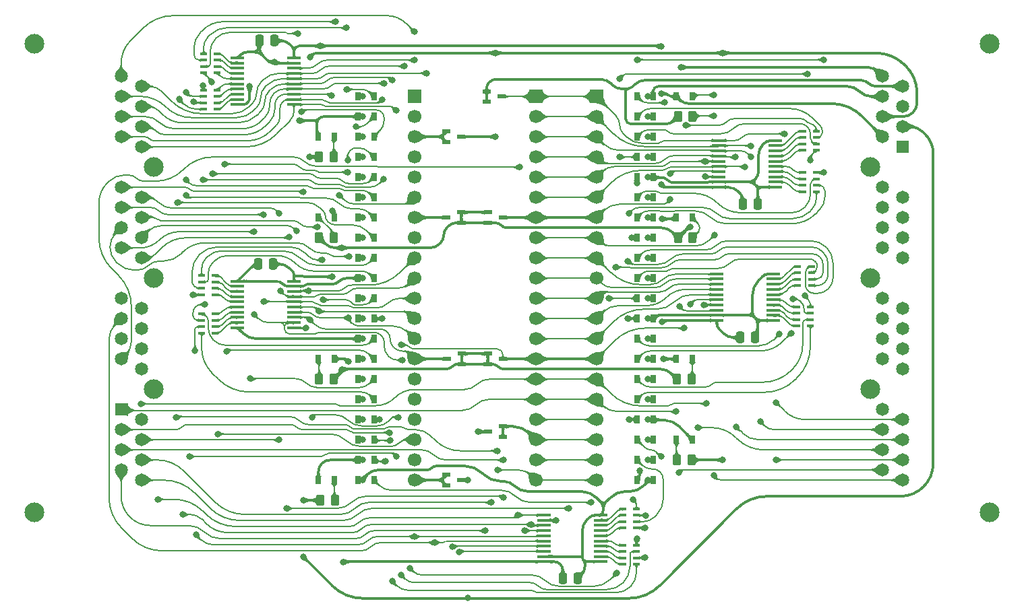
<source format=gtl>
%TF.GenerationSoftware,KiCad,Pcbnew,9.0.2*%
%TF.CreationDate,2025-08-21T15:51:27+02:00*%
%TF.ProjectId,HCP65 40 Pin Tester,48435036-3520-4343-9020-50696e205465,V1*%
%TF.SameCoordinates,Original*%
%TF.FileFunction,Copper,L1,Top*%
%TF.FilePolarity,Positive*%
%FSLAX46Y46*%
G04 Gerber Fmt 4.6, Leading zero omitted, Abs format (unit mm)*
G04 Created by KiCad (PCBNEW 9.0.2) date 2025-08-21 15:51:27*
%MOMM*%
%LPD*%
G01*
G04 APERTURE LIST*
G04 Aperture macros list*
%AMRoundRect*
0 Rectangle with rounded corners*
0 $1 Rounding radius*
0 $2 $3 $4 $5 $6 $7 $8 $9 X,Y pos of 4 corners*
0 Add a 4 corners polygon primitive as box body*
4,1,4,$2,$3,$4,$5,$6,$7,$8,$9,$2,$3,0*
0 Add four circle primitives for the rounded corners*
1,1,$1+$1,$2,$3*
1,1,$1+$1,$4,$5*
1,1,$1+$1,$6,$7*
1,1,$1+$1,$8,$9*
0 Add four rect primitives between the rounded corners*
20,1,$1+$1,$2,$3,$4,$5,0*
20,1,$1+$1,$4,$5,$6,$7,0*
20,1,$1+$1,$6,$7,$8,$9,0*
20,1,$1+$1,$8,$9,$2,$3,0*%
G04 Aperture macros list end*
%TA.AperFunction,SMDPad,CuDef*%
%ADD10R,0.800000X1.000000*%
%TD*%
%TA.AperFunction,SMDPad,CuDef*%
%ADD11RoundRect,0.250000X-0.262500X-0.450000X0.262500X-0.450000X0.262500X0.450000X-0.262500X0.450000X0*%
%TD*%
%TA.AperFunction,SMDPad,CuDef*%
%ADD12R,1.800000X0.450000*%
%TD*%
%TA.AperFunction,SMDPad,CuDef*%
%ADD13R,0.900000X0.450000*%
%TD*%
%TA.AperFunction,SMDPad,CuDef*%
%ADD14R,1.000000X0.550000*%
%TD*%
%TA.AperFunction,SMDPad,CuDef*%
%ADD15RoundRect,0.250000X-0.250000X-0.475000X0.250000X-0.475000X0.250000X0.475000X-0.250000X0.475000X0*%
%TD*%
%TA.AperFunction,SMDPad,CuDef*%
%ADD16RoundRect,0.250000X0.250000X0.475000X-0.250000X0.475000X-0.250000X-0.475000X0.250000X-0.475000X0*%
%TD*%
%TA.AperFunction,ComponentPad*%
%ADD17R,1.650000X1.650000*%
%TD*%
%TA.AperFunction,ComponentPad*%
%ADD18C,1.650000*%
%TD*%
%TA.AperFunction,ComponentPad*%
%ADD19C,2.475000*%
%TD*%
%TA.AperFunction,ComponentPad*%
%ADD20R,1.700000X1.700000*%
%TD*%
%TA.AperFunction,ComponentPad*%
%ADD21C,1.700000*%
%TD*%
%TA.AperFunction,ViaPad*%
%ADD22C,0.800000*%
%TD*%
%TA.AperFunction,Conductor*%
%ADD23C,0.380000*%
%TD*%
%TA.AperFunction,Conductor*%
%ADD24C,0.200000*%
%TD*%
G04 APERTURE END LIST*
D10*
%TO.P,LED36,1*%
%TO.N,/GND_{3}*%
X66786000Y-33020000D03*
%TO.P,LED36,2*%
%TO.N,/S27*%
X64785999Y-33020000D03*
%TD*%
%TO.P,LED4,1*%
%TO.N,Net-(LED4-Pad1)*%
X71736500Y-35560000D03*
%TO.P,LED4,2*%
%TO.N,/5V_{3}*%
X69736499Y-35560000D03*
%TD*%
%TO.P,LED39,1*%
%TO.N,/GND_{3}*%
X66786000Y-40640000D03*
%TO.P,LED39,2*%
%TO.N,/S24*%
X64785999Y-40640000D03*
%TD*%
%TO.P,LED25,1*%
%TO.N,/GND_{3}*%
X66786000Y-45720000D03*
%TO.P,LED25,2*%
%TO.N,/S22*%
X64785999Y-45720000D03*
%TD*%
%TO.P,LED29,1*%
%TO.N,/GND_{3}*%
X29734000Y-48260000D03*
%TO.P,LED29,2*%
%TO.N,/S18*%
X31734001Y-48260000D03*
%TD*%
%TO.P,LED19,1*%
%TO.N,/GND_{3}*%
X29734000Y-33020000D03*
%TO.P,LED19,2*%
%TO.N,/S12*%
X31734001Y-33020000D03*
%TD*%
D11*
%TO.P,R1,1*%
%TO.N,/5V_{1}*%
X24868500Y-10150000D03*
%TO.P,R1,2*%
%TO.N,Net-(LED1-Pad2)*%
X26693500Y-10150000D03*
%TD*%
D10*
%TO.P,LED12,1*%
%TO.N,/GND_{3}*%
X29734000Y-10160000D03*
%TO.P,LED12,2*%
%TO.N,/S3*%
X31734001Y-10160000D03*
%TD*%
D11*
%TO.P,R11,1*%
%TO.N,Net-(LED2-Pad2)*%
X69810500Y-48250000D03*
%TO.P,R11,2*%
%TO.N,/5V_{1}*%
X71635500Y-48250000D03*
%TD*%
D10*
%TO.P,LED14,1*%
%TO.N,/GND_{3}*%
X29734000Y-5080000D03*
%TO.P,LED14,2*%
%TO.N,/S1*%
X31734001Y-5080000D03*
%TD*%
%TO.P,LED5,1*%
%TO.N,/GND_{3}*%
X24767500Y-50800000D03*
%TO.P,LED5,2*%
%TO.N,Net-(LED5-Pad2)*%
X26767501Y-50800000D03*
%TD*%
%TO.P,LED46,1*%
%TO.N,/GND_{3}*%
X66786000Y-17780000D03*
%TO.P,LED46,2*%
%TO.N,/S33*%
X64785999Y-17780000D03*
%TD*%
%TO.P,LED20,1*%
%TO.N,/GND_{3}*%
X29734000Y-30480000D03*
%TO.P,LED20,2*%
%TO.N,/S11*%
X31734001Y-30480000D03*
%TD*%
%TO.P,LED1,1*%
%TO.N,/GND_{3}*%
X24767500Y-7620000D03*
%TO.P,LED1,2*%
%TO.N,Net-(LED1-Pad2)*%
X26767501Y-7620000D03*
%TD*%
D12*
%TO.P,IC4,1,DIR*%
%TO.N,/GND_{3}*%
X81915000Y-30712000D03*
%TO.P,IC4,2,A0*%
%TO.N,Net-(IC4-A0)*%
X81915000Y-30062000D03*
%TO.P,IC4,3,A1*%
%TO.N,Net-(IC4-A1)*%
X81915001Y-29412000D03*
%TO.P,IC4,4,A2*%
%TO.N,Net-(IC4-A2)*%
X81915000Y-28762000D03*
%TO.P,IC4,5,A3*%
%TO.N,Net-(IC4-A3)*%
X81915000Y-28112000D03*
%TO.P,IC4,6,A4*%
%TO.N,Net-(IC4-A4)*%
X81915000Y-27462000D03*
%TO.P,IC4,7,A5*%
%TO.N,Net-(IC4-A5)*%
X81915000Y-26812000D03*
%TO.P,IC4,8,A6*%
%TO.N,Net-(IC4-A6)*%
X81915001Y-26162000D03*
%TO.P,IC4,9,A7*%
%TO.N,Net-(IC4-A7)*%
X81915000Y-25512000D03*
%TO.P,IC4,10,GND*%
%TO.N,/GND_{3}*%
X81915000Y-24862000D03*
%TO.P,IC4,11,B7*%
%TO.N,/IO31*%
X74815000Y-24862000D03*
%TO.P,IC4,12,B6*%
%TO.N,/IO30*%
X74815000Y-25512000D03*
%TO.P,IC4,13,B5*%
%TO.N,/IO29*%
X74814999Y-26162000D03*
%TO.P,IC4,14,B4*%
%TO.N,/IO28*%
X74815000Y-26812000D03*
%TO.P,IC4,15,B3*%
%TO.N,/IO27*%
X74815000Y-27462000D03*
%TO.P,IC4,16,B2*%
%TO.N,/IO26*%
X74815000Y-28112000D03*
%TO.P,IC4,17,B1*%
%TO.N,/IO25*%
X74815000Y-28762000D03*
%TO.P,IC4,18,B0*%
%TO.N,/IO24*%
X74814999Y-29412000D03*
%TO.P,IC4,19,~{OE}*%
%TO.N,/GND_{3}*%
X74815000Y-30062000D03*
%TO.P,IC4,20,5V*%
%TO.N,/5V_{3}*%
X74815000Y-30712000D03*
%TD*%
D10*
%TO.P,LED30,1*%
%TO.N,/GND_{3}*%
X29734000Y-45720000D03*
%TO.P,LED30,2*%
%TO.N,/S17*%
X31734001Y-45720000D03*
%TD*%
D13*
%TO.P,RN1,1,R1*%
%TO.N,Net-(IC1-A7)*%
X12061000Y-4149200D03*
%TO.P,RN1,2,R2*%
%TO.N,Net-(IC1-A6)*%
X12061000Y-3349200D03*
%TO.P,RN1,3,R3*%
%TO.N,Net-(IC1-A5)*%
X12061000Y-2549200D03*
%TO.P,RN1,4,R4*%
%TO.N,Net-(IC1-A4)*%
X12061000Y-1749200D03*
%TO.P,RN1,5,R4*%
%TO.N,/S4*%
X10361000Y-1749200D03*
%TO.P,RN1,6,R3*%
%TO.N,/S5*%
X10361000Y-2549200D03*
%TO.P,RN1,7,R2*%
%TO.N,/S6*%
X10361000Y-3349200D03*
%TO.P,RN1,8,R1*%
%TO.N,/S7*%
X10361000Y-4149200D03*
%TD*%
D10*
%TO.P,LED27,1*%
%TO.N,/GND_{3}*%
X66786000Y-50800000D03*
%TO.P,LED27,2*%
%TO.N,/S20*%
X64785999Y-50800000D03*
%TD*%
D14*
%TO.P,D5,1,K1*%
%TO.N,/IO19*%
X40833000Y-50150000D03*
%TO.P,D5,2,K2*%
X40833000Y-51450000D03*
%TO.P,D5,3,A*%
%TO.N,/5V_{2}*%
X42732999Y-50800000D03*
%TD*%
D10*
%TO.P,LED22,1*%
%TO.N,/GND_{3}*%
X29734000Y-25400000D03*
%TO.P,LED22,2*%
%TO.N,/S9*%
X31734001Y-25400000D03*
%TD*%
%TO.P,LED9,1*%
%TO.N,/GND_{3}*%
X29734000Y-17780000D03*
%TO.P,LED9,2*%
%TO.N,/S6*%
X31734001Y-17780000D03*
%TD*%
D11*
%TO.P,R7,1*%
%TO.N,Net-(LED8-Pad1)*%
X24868500Y-38090000D03*
%TO.P,R7,2*%
%TO.N,/GND_{1}*%
X26693500Y-38090000D03*
%TD*%
D10*
%TO.P,LED8,1*%
%TO.N,Net-(LED8-Pad1)*%
X24767500Y-35560000D03*
%TO.P,LED8,2*%
%TO.N,/5V_{3}*%
X26767501Y-35560000D03*
%TD*%
%TO.P,LED34,1*%
%TO.N,/GND_{3}*%
X66786000Y-27940000D03*
%TO.P,LED34,2*%
%TO.N,/S29*%
X64785999Y-27940000D03*
%TD*%
D13*
%TO.P,RN3,1,R1*%
%TO.N,Net-(IC4-A7)*%
X84979000Y-23920000D03*
%TO.P,RN3,2,R2*%
%TO.N,Net-(IC4-A6)*%
X84979000Y-24720000D03*
%TO.P,RN3,3,R3*%
%TO.N,Net-(IC4-A5)*%
X84979000Y-25520000D03*
%TO.P,RN3,4,R4*%
%TO.N,Net-(IC4-A4)*%
X84979000Y-26320000D03*
%TO.P,RN3,5,R4*%
%TO.N,/S28*%
X86679000Y-26320000D03*
%TO.P,RN3,6,R3*%
%TO.N,/S29*%
X86679000Y-25520000D03*
%TO.P,RN3,7,R2*%
%TO.N,/S30*%
X86679000Y-24720000D03*
%TO.P,RN3,8,R1*%
%TO.N,/S31*%
X86679000Y-23920000D03*
%TD*%
D10*
%TO.P,LED26,1*%
%TO.N,/GND_{3}*%
X66786000Y-48260000D03*
%TO.P,LED26,2*%
%TO.N,/S21*%
X64785999Y-48260000D03*
%TD*%
%TO.P,LED13,1*%
%TO.N,/GND_{3}*%
X29734000Y-7620000D03*
%TO.P,LED13,2*%
%TO.N,/S2*%
X31734001Y-7620000D03*
%TD*%
%TO.P,LED21,1*%
%TO.N,/GND_{3}*%
X29734000Y-27940000D03*
%TO.P,LED21,2*%
%TO.N,/S10*%
X31734001Y-27940000D03*
%TD*%
%TO.P,LED15,1*%
%TO.N,/GND_{3}*%
X29734000Y-2540000D03*
%TO.P,LED15,2*%
%TO.N,/S0*%
X31734001Y-2540000D03*
%TD*%
%TO.P,LED43,1*%
%TO.N,/GND_{3}*%
X66786000Y-10160000D03*
%TO.P,LED43,2*%
%TO.N,/S36*%
X64785999Y-10160000D03*
%TD*%
D15*
%TO.P,C4,1*%
%TO.N,/5V_{3}*%
X55454000Y-63119000D03*
%TO.P,C4,2*%
%TO.N,/GND_{3}*%
X57354000Y-63119000D03*
%TD*%
D10*
%TO.P,LED16,1*%
%TO.N,/GND_{3}*%
X29734000Y-40640000D03*
%TO.P,LED16,2*%
%TO.N,/S15*%
X31734001Y-40640000D03*
%TD*%
%TO.P,LED3,1*%
%TO.N,Net-(LED3-Pad1)*%
X71707000Y-17780000D03*
%TO.P,LED3,2*%
%TO.N,/5V_{3}*%
X69706999Y-17780000D03*
%TD*%
D15*
%TO.P,C2,1*%
%TO.N,/5V_{3}*%
X77735000Y-32867000D03*
%TO.P,C2,2*%
%TO.N,/GND_{3}*%
X79635000Y-32867000D03*
%TD*%
D14*
%TO.P,D1,1,K1*%
%TO.N,/IO2*%
X40833000Y-6970000D03*
%TO.P,D1,2,K2*%
X40833000Y-8270000D03*
%TO.P,D1,3,A*%
%TO.N,/5V_{1}*%
X42732999Y-7620000D03*
%TD*%
D13*
%TO.P,RN6,1,R1*%
%TO.N,Net-(IC2-A3)*%
X11801000Y-27489000D03*
%TO.P,RN6,2,R2*%
%TO.N,Net-(IC2-A2)*%
X11801000Y-26689000D03*
%TO.P,RN6,3,R3*%
%TO.N,Net-(IC2-A1)*%
X11801000Y-25889000D03*
%TO.P,RN6,4,R4*%
%TO.N,Net-(IC2-A0)*%
X11801000Y-25089000D03*
%TO.P,RN6,5,R4*%
%TO.N,/S8*%
X10101000Y-25089000D03*
%TO.P,RN6,6,R3*%
%TO.N,/S9*%
X10101000Y-25889000D03*
%TO.P,RN6,7,R2*%
%TO.N,/S10*%
X10101000Y-26689000D03*
%TO.P,RN6,8,R1*%
%TO.N,/S11*%
X10101000Y-27489000D03*
%TD*%
D12*
%TO.P,IC1,1,DIR*%
%TO.N,/GND_{3}*%
X14611000Y2290000D03*
%TO.P,IC1,2,A0*%
%TO.N,Net-(IC1-A0)*%
X14611000Y1640000D03*
%TO.P,IC1,3,A1*%
%TO.N,Net-(IC1-A1)*%
X14610999Y990000D03*
%TO.P,IC1,4,A2*%
%TO.N,Net-(IC1-A2)*%
X14611000Y340000D03*
%TO.P,IC1,5,A3*%
%TO.N,Net-(IC1-A3)*%
X14611000Y-310000D03*
%TO.P,IC1,6,A4*%
%TO.N,Net-(IC1-A4)*%
X14611000Y-960000D03*
%TO.P,IC1,7,A5*%
%TO.N,Net-(IC1-A5)*%
X14611000Y-1610000D03*
%TO.P,IC1,8,A6*%
%TO.N,Net-(IC1-A6)*%
X14610999Y-2260000D03*
%TO.P,IC1,9,A7*%
%TO.N,Net-(IC1-A7)*%
X14611000Y-2910000D03*
%TO.P,IC1,10,GND*%
%TO.N,/GND_{3}*%
X14611000Y-3560000D03*
%TO.P,IC1,11,B7*%
%TO.N,/IO7*%
X21711000Y-3560000D03*
%TO.P,IC1,12,B6*%
%TO.N,/IO6*%
X21711000Y-2910000D03*
%TO.P,IC1,13,B5*%
%TO.N,/IO5*%
X21711001Y-2260000D03*
%TO.P,IC1,14,B4*%
%TO.N,/IO4*%
X21711000Y-1610000D03*
%TO.P,IC1,15,B3*%
%TO.N,/IO3*%
X21711000Y-960000D03*
%TO.P,IC1,16,B2*%
%TO.N,/IO2*%
X21711000Y-310000D03*
%TO.P,IC1,17,B1*%
%TO.N,/IO1*%
X21711000Y340000D03*
%TO.P,IC1,18,B0*%
%TO.N,/IO0*%
X21711001Y990000D03*
%TO.P,IC1,19,~{OE}*%
%TO.N,/GND_{3}*%
X21711000Y1640000D03*
%TO.P,IC1,20,5V*%
%TO.N,/5V_{3}*%
X21711000Y2290000D03*
%TD*%
D16*
%TO.P,C5,1*%
%TO.N,/5V_{3}*%
X19095000Y-23622000D03*
%TO.P,C5,2*%
%TO.N,/GND_{3}*%
X17195000Y-23622000D03*
%TD*%
D12*
%TO.P,IC3,1,DIR*%
%TO.N,/GND_{3}*%
X60198000Y-61050000D03*
%TO.P,IC3,2,A0*%
%TO.N,Net-(IC3-A0)*%
X60198000Y-60400000D03*
%TO.P,IC3,3,A1*%
%TO.N,Net-(IC3-A1)*%
X60198001Y-59750000D03*
%TO.P,IC3,4,A2*%
%TO.N,Net-(IC3-A2)*%
X60198000Y-59100000D03*
%TO.P,IC3,5,A3*%
%TO.N,Net-(IC3-A3)*%
X60198000Y-58450000D03*
%TO.P,IC3,6,A4*%
%TO.N,Net-(IC3-A4)*%
X60198000Y-57800000D03*
%TO.P,IC3,7,A5*%
%TO.N,Net-(IC3-A5)*%
X60198000Y-57150000D03*
%TO.P,IC3,8,A6*%
%TO.N,Net-(IC3-A6)*%
X60198001Y-56500000D03*
%TO.P,IC3,9,A7*%
%TO.N,Net-(IC3-A7)*%
X60198000Y-55850000D03*
%TO.P,IC3,10,GND*%
%TO.N,/GND_{3}*%
X60198000Y-55200000D03*
%TO.P,IC3,11,B7*%
%TO.N,/IO23*%
X53098000Y-55200000D03*
%TO.P,IC3,12,B6*%
%TO.N,/IO22*%
X53098000Y-55850000D03*
%TO.P,IC3,13,B5*%
%TO.N,/IO21*%
X53097999Y-56500000D03*
%TO.P,IC3,14,B4*%
%TO.N,/IO20*%
X53098000Y-57150000D03*
%TO.P,IC3,15,B3*%
%TO.N,/IO19*%
X53098000Y-57800000D03*
%TO.P,IC3,16,B2*%
%TO.N,/IO18*%
X53098000Y-58450000D03*
%TO.P,IC3,17,B1*%
%TO.N,/IO17*%
X53098000Y-59100000D03*
%TO.P,IC3,18,B0*%
%TO.N,/IO16*%
X53097999Y-59750000D03*
%TO.P,IC3,19,~{OE}*%
%TO.N,/GND_{3}*%
X53098000Y-60400000D03*
%TO.P,IC3,20,5V*%
%TO.N,/5V_{3}*%
X53098000Y-61050000D03*
%TD*%
D10*
%TO.P,LED6,1*%
%TO.N,Net-(LED6-Pad1)*%
X71736500Y-2540000D03*
%TO.P,LED6,2*%
%TO.N,/5V_{3}*%
X69736499Y-2540000D03*
%TD*%
D13*
%TO.P,RN9,1,R1*%
%TO.N,Net-(IC3-A3)*%
X63008000Y-58998000D03*
%TO.P,RN9,2,R2*%
%TO.N,Net-(IC3-A2)*%
X63008000Y-59798000D03*
%TO.P,RN9,3,R3*%
%TO.N,Net-(IC3-A1)*%
X63008000Y-60598000D03*
%TO.P,RN9,4,R4*%
%TO.N,Net-(IC3-A0)*%
X63008000Y-61398000D03*
%TO.P,RN9,5,R4*%
%TO.N,/S16*%
X64708000Y-61398000D03*
%TO.P,RN9,6,R3*%
%TO.N,/S17*%
X64708000Y-60598000D03*
%TO.P,RN9,7,R2*%
%TO.N,/S18*%
X64708000Y-59798000D03*
%TO.P,RN9,8,R1*%
%TO.N,/S19*%
X64708000Y-58998000D03*
%TD*%
D10*
%TO.P,LED17,1*%
%TO.N,/GND_{3}*%
X29734000Y-38100000D03*
%TO.P,LED17,2*%
%TO.N,/S14*%
X31734001Y-38100000D03*
%TD*%
%TO.P,LED18,1*%
%TO.N,/GND_{3}*%
X29734000Y-35560000D03*
%TO.P,LED18,2*%
%TO.N,/S13*%
X31734001Y-35560000D03*
%TD*%
D16*
%TO.P,C1,1*%
%TO.N,/5V_{3}*%
X19234000Y4460000D03*
%TO.P,C1,2*%
%TO.N,/GND_{3}*%
X17334000Y4460000D03*
%TD*%
D17*
%TO.P,J1,A1,A1*%
%TO.N,/IO24*%
X0Y-41910000D03*
D18*
%TO.P,J1,A2,A2*%
%TO.N,/IO25*%
X2540000Y-43180000D03*
%TO.P,J1,A3,A3*%
%TO.N,/IO26*%
X0Y-44450000D03*
%TO.P,J1,A4,A4*%
%TO.N,/IO27*%
X2540000Y-45720000D03*
%TO.P,J1,A5,A5*%
%TO.N,/IO28*%
X0Y-46989999D03*
%TO.P,J1,A6,A6*%
%TO.N,/IO29*%
X2540000Y-48260000D03*
%TO.P,J1,A7,A7*%
%TO.N,/IO30*%
X0Y-49530000D03*
%TO.P,J1,A8,A8*%
%TO.N,/IO31*%
X2540000Y-50800000D03*
%TO.P,J1,B1,B1*%
%TO.N,/IO16*%
X0Y-27940000D03*
%TO.P,J1,B2,B2*%
%TO.N,/IO17*%
X2540000Y-29210000D03*
%TO.P,J1,B3,B3*%
%TO.N,/IO18*%
X0Y-30479999D03*
%TO.P,J1,B4,B4*%
%TO.N,/IO19*%
X2540000Y-31750000D03*
%TO.P,J1,B5,B5*%
%TO.N,/IO20*%
X0Y-33020000D03*
%TO.P,J1,B6,B6*%
%TO.N,/IO21*%
X2540000Y-34290000D03*
%TO.P,J1,B7,B7*%
%TO.N,/IO22*%
X0Y-35560000D03*
%TO.P,J1,B8,B8*%
%TO.N,/IO23*%
X2540000Y-36830000D03*
%TO.P,J1,C1,C1*%
%TO.N,/IO8*%
X0Y-13970001D03*
%TO.P,J1,C2,C2*%
%TO.N,/IO9*%
X2540000Y-15240000D03*
%TO.P,J1,C3,C3*%
%TO.N,/IO10*%
X0Y-16510000D03*
%TO.P,J1,C4,C4*%
%TO.N,/IO11*%
X2540000Y-17780000D03*
%TO.P,J1,C5,C5*%
%TO.N,/IO12*%
X0Y-19050000D03*
%TO.P,J1,C6,C6*%
%TO.N,/IO13*%
X2540000Y-20320000D03*
%TO.P,J1,C7,C7*%
%TO.N,/IO14*%
X0Y-21590000D03*
%TO.P,J1,C8,C8*%
%TO.N,/IO15*%
X2540000Y-22860000D03*
%TO.P,J1,D1,D1*%
%TO.N,/IO0*%
X0Y0D03*
%TO.P,J1,D2,D2*%
%TO.N,/IO1*%
X2540000Y-1270000D03*
%TO.P,J1,D3,D3*%
%TO.N,/IO2*%
X0Y-2540000D03*
%TO.P,J1,D4,D4*%
%TO.N,/IO3*%
X2540000Y-3810000D03*
%TO.P,J1,D5,D5*%
%TO.N,/IO4*%
X0Y-5080000D03*
%TO.P,J1,D6,D6*%
%TO.N,/IO5*%
X2540000Y-6350000D03*
%TO.P,J1,D7,D7*%
%TO.N,/IO6*%
X0Y-7619999D03*
%TO.P,J1,D8,D8*%
%TO.N,/IO7*%
X2540000Y-8890000D03*
D19*
%TO.P,J1,MH1,MH1*%
%TO.N,unconnected-(J1-PadMH1)*%
X-10920000Y4060000D03*
%TO.P,J1,MH2,MH2*%
%TO.N,unconnected-(J1-PadMH2)*%
X4060000Y-11430000D03*
%TO.P,J1,MH3,MH3*%
%TO.N,unconnected-(J1-PadMH3)*%
X4060000Y-25400001D03*
%TO.P,J1,MH4,MH4*%
%TO.N,unconnected-(J1-PadMH4)*%
X4060000Y-39370000D03*
%TO.P,J1,MH5,MH5*%
%TO.N,unconnected-(J1-PadMH5)*%
X-10920000Y-54860000D03*
%TD*%
D10*
%TO.P,LED37,1*%
%TO.N,/GND_{3}*%
X66786000Y-35560000D03*
%TO.P,LED37,2*%
%TO.N,/S26*%
X64785999Y-35560000D03*
%TD*%
%TO.P,LED31,1*%
%TO.N,/GND_{3}*%
X29734000Y-43180000D03*
%TO.P,LED31,2*%
%TO.N,/S16*%
X31734001Y-43180000D03*
%TD*%
D13*
%TO.P,RN2,1,R1*%
%TO.N,Net-(IC1-A3)*%
X12061000Y417800D03*
%TO.P,RN2,2,R2*%
%TO.N,Net-(IC1-A2)*%
X12061000Y1217800D03*
%TO.P,RN2,3,R3*%
%TO.N,Net-(IC1-A1)*%
X12061000Y2017800D03*
%TO.P,RN2,4,R4*%
%TO.N,Net-(IC1-A0)*%
X12061000Y2817800D03*
%TO.P,RN2,5,R4*%
%TO.N,/S0*%
X10361000Y2817800D03*
%TO.P,RN2,6,R3*%
%TO.N,/S1*%
X10361000Y2017800D03*
%TO.P,RN2,7,R2*%
%TO.N,/S2*%
X10361000Y1217800D03*
%TO.P,RN2,8,R1*%
%TO.N,/S3*%
X10361000Y417800D03*
%TD*%
D10*
%TO.P,LED42,1*%
%TO.N,/GND_{3}*%
X66786000Y-7620000D03*
%TO.P,LED42,2*%
%TO.N,/S37*%
X64785999Y-7620000D03*
%TD*%
D14*
%TO.P,D8,1,K1*%
%TO.N,/GND_{1}*%
X42794000Y-36210000D03*
%TO.P,D8,2,K2*%
X42794000Y-34910000D03*
%TO.P,D8,3,A*%
%TO.N,/IO13*%
X40894001Y-35560000D03*
%TD*%
D10*
%TO.P,LED44,1*%
%TO.N,/GND_{3}*%
X66786000Y-12700000D03*
%TO.P,LED44,2*%
%TO.N,/S35*%
X64785999Y-12700000D03*
%TD*%
D11*
%TO.P,R4,1*%
%TO.N,/5V_{2}*%
X24995500Y-53330000D03*
%TO.P,R4,2*%
%TO.N,Net-(LED5-Pad2)*%
X26820500Y-53330000D03*
%TD*%
D15*
%TO.P,C3,1*%
%TO.N,/5V_{3}*%
X78066000Y-16103000D03*
%TO.P,C3,2*%
%TO.N,/GND_{3}*%
X79966000Y-16103000D03*
%TD*%
D20*
%TO.P,J8,1,Pin_1*%
%TO.N,/IO0*%
X36830000Y-2540000D03*
D21*
%TO.P,J8,2,Pin_2*%
%TO.N,/IO1*%
X36830000Y-5080000D03*
%TO.P,J8,3,Pin_3*%
%TO.N,/IO2*%
X36830000Y-7619999D03*
%TO.P,J8,4,Pin_4*%
%TO.N,/IO3*%
X36830000Y-10160000D03*
%TO.P,J8,5,Pin_5*%
%TO.N,/IO4*%
X36830000Y-12700000D03*
%TO.P,J8,6,Pin_6*%
%TO.N,/IO5*%
X36830000Y-15240000D03*
%TO.P,J8,7,Pin_7*%
%TO.N,/IO6*%
X36830000Y-17780000D03*
%TO.P,J8,8,Pin_8*%
%TO.N,/IO7*%
X36830000Y-20320001D03*
%TO.P,J8,9,Pin_9*%
%TO.N,/IO8*%
X36830000Y-22860000D03*
%TO.P,J8,10,Pin_10*%
%TO.N,/IO9*%
X36830000Y-25400000D03*
%TO.P,J8,11,Pin_11*%
%TO.N,/IO10*%
X36830000Y-27940000D03*
%TO.P,J8,12,Pin_12*%
%TO.N,/IO11*%
X36830000Y-30479999D03*
%TO.P,J8,13,Pin_13*%
%TO.N,/IO12*%
X36830000Y-33020000D03*
%TO.P,J8,14,Pin_14*%
%TO.N,/IO13*%
X36830000Y-35560000D03*
%TO.P,J8,15,Pin_15*%
%TO.N,/IO14*%
X36830000Y-38100000D03*
%TO.P,J8,16,Pin_16*%
%TO.N,/IO15*%
X36830000Y-40639999D03*
%TO.P,J8,17,Pin_17*%
%TO.N,/IO16*%
X36830000Y-43180001D03*
%TO.P,J8,18,Pin_18*%
%TO.N,/IO17*%
X36830000Y-45720000D03*
%TO.P,J8,19,Pin_19*%
%TO.N,/IO18*%
X36830000Y-48260000D03*
%TO.P,J8,20,Pin_20*%
%TO.N,/IO19*%
X36830000Y-50800000D03*
%TD*%
D14*
%TO.P,D7,1,K1*%
%TO.N,/GND_{1}*%
X42733000Y-18430000D03*
%TO.P,D7,2,K2*%
X42733000Y-17130000D03*
%TO.P,D7,3,A*%
%TO.N,/IO6*%
X40833001Y-17780000D03*
%TD*%
D10*
%TO.P,LED7,1*%
%TO.N,Net-(LED7-Pad1)*%
X24767500Y-17780000D03*
%TO.P,LED7,2*%
%TO.N,/5V_{3}*%
X26767501Y-17780000D03*
%TD*%
%TO.P,LED23,1*%
%TO.N,/GND_{3}*%
X29734000Y-22860000D03*
%TO.P,LED23,2*%
%TO.N,/S8*%
X31734001Y-22860000D03*
%TD*%
%TO.P,LED24,1*%
%TO.N,/GND_{3}*%
X66786000Y-43180000D03*
%TO.P,LED24,2*%
%TO.N,/S23*%
X64785999Y-43180000D03*
%TD*%
D14*
%TO.P,D6,1,K1*%
%TO.N,/GND_{2}*%
X45913000Y-1905000D03*
%TO.P,D6,2,K2*%
X45913000Y-3205000D03*
%TO.P,D6,3,A*%
%TO.N,/IO39*%
X47812999Y-2555000D03*
%TD*%
D10*
%TO.P,LED35,1*%
%TO.N,/GND_{3}*%
X66786000Y-30480000D03*
%TO.P,LED35,2*%
%TO.N,/S28*%
X64785999Y-30480000D03*
%TD*%
%TO.P,LED10,1*%
%TO.N,/GND_{3}*%
X29734000Y-15240000D03*
%TO.P,LED10,2*%
%TO.N,/S5*%
X31734001Y-15240000D03*
%TD*%
D13*
%TO.P,RN4,1,R1*%
%TO.N,Net-(IC4-A3)*%
X84852000Y-29000000D03*
%TO.P,RN4,2,R2*%
%TO.N,Net-(IC4-A2)*%
X84852000Y-29800000D03*
%TO.P,RN4,3,R3*%
%TO.N,Net-(IC4-A1)*%
X84852000Y-30600000D03*
%TO.P,RN4,4,R4*%
%TO.N,Net-(IC4-A0)*%
X84852000Y-31400000D03*
%TO.P,RN4,5,R4*%
%TO.N,/S24*%
X86552000Y-31400000D03*
%TO.P,RN4,6,R3*%
%TO.N,/S25*%
X86552000Y-30600000D03*
%TO.P,RN4,7,R2*%
%TO.N,/S26*%
X86552000Y-29800000D03*
%TO.P,RN4,8,R1*%
%TO.N,/S27*%
X86552000Y-29000000D03*
%TD*%
D20*
%TO.P,J3,1,Pin_1*%
%TO.N,/IO39*%
X52070000Y-2540000D03*
D21*
%TO.P,J3,2,Pin_2*%
%TO.N,/IO38*%
X52070000Y-5080000D03*
%TO.P,J3,3,Pin_3*%
%TO.N,/IO37*%
X52070000Y-7619999D03*
%TO.P,J3,4,Pin_4*%
%TO.N,/IO36*%
X52070000Y-10160000D03*
%TO.P,J3,5,Pin_5*%
%TO.N,/IO35*%
X52070000Y-12700000D03*
%TO.P,J3,6,Pin_6*%
%TO.N,/IO34*%
X52070000Y-15240000D03*
%TO.P,J3,7,Pin_7*%
%TO.N,/IO33*%
X52070000Y-17780000D03*
%TO.P,J3,8,Pin_8*%
%TO.N,/IO32*%
X52070000Y-20320001D03*
%TO.P,J3,9,Pin_9*%
%TO.N,/IO31*%
X52070000Y-22860000D03*
%TO.P,J3,10,Pin_10*%
%TO.N,/IO30*%
X52070000Y-25400000D03*
%TO.P,J3,11,Pin_11*%
%TO.N,/IO29*%
X52070000Y-27940000D03*
%TO.P,J3,12,Pin_12*%
%TO.N,/IO28*%
X52070000Y-30479999D03*
%TO.P,J3,13,Pin_13*%
%TO.N,/IO27*%
X52070000Y-33020000D03*
%TO.P,J3,14,Pin_14*%
%TO.N,/IO26*%
X52070000Y-35560000D03*
%TO.P,J3,15,Pin_15*%
%TO.N,/IO25*%
X52070000Y-38100000D03*
%TO.P,J3,16,Pin_16*%
%TO.N,/IO24*%
X52070000Y-40639999D03*
%TO.P,J3,17,Pin_17*%
%TO.N,/IO23*%
X52070000Y-43180001D03*
%TO.P,J3,18,Pin_18*%
%TO.N,/IO22*%
X52070000Y-45720000D03*
%TO.P,J3,19,Pin_19*%
%TO.N,/IO21*%
X52070000Y-48260000D03*
%TO.P,J3,20,Pin_20*%
%TO.N,/IO20*%
X52070000Y-50800000D03*
%TD*%
D10*
%TO.P,LED47,1*%
%TO.N,/GND_{3}*%
X66786000Y-20320000D03*
%TO.P,LED47,2*%
%TO.N,/S32*%
X64785999Y-20320000D03*
%TD*%
D13*
%TO.P,RN10,1,R1*%
%TO.N,Net-(IC3-A7)*%
X63008000Y-54426000D03*
%TO.P,RN10,2,R2*%
%TO.N,Net-(IC3-A6)*%
X63008000Y-55226000D03*
%TO.P,RN10,3,R3*%
%TO.N,Net-(IC3-A5)*%
X63008000Y-56026000D03*
%TO.P,RN10,4,R4*%
%TO.N,Net-(IC3-A4)*%
X63008000Y-56826000D03*
%TO.P,RN10,5,R4*%
%TO.N,/S20*%
X64708000Y-56826000D03*
%TO.P,RN10,6,R3*%
%TO.N,/S21*%
X64708000Y-56026000D03*
%TO.P,RN10,7,R2*%
%TO.N,/S22*%
X64708000Y-55226000D03*
%TO.P,RN10,8,R1*%
%TO.N,/S23*%
X64708000Y-54426000D03*
%TD*%
D10*
%TO.P,LED33,1*%
%TO.N,/GND_{3}*%
X66786000Y-25400000D03*
%TO.P,LED33,2*%
%TO.N,/S30*%
X64785999Y-25400000D03*
%TD*%
D13*
%TO.P,RN5,1,R1*%
%TO.N,Net-(IC2-A7)*%
X11801000Y-32315000D03*
%TO.P,RN5,2,R2*%
%TO.N,Net-(IC2-A6)*%
X11801000Y-31515000D03*
%TO.P,RN5,3,R3*%
%TO.N,Net-(IC2-A5)*%
X11801000Y-30715000D03*
%TO.P,RN5,4,R4*%
%TO.N,Net-(IC2-A4)*%
X11801000Y-29915000D03*
%TO.P,RN5,5,R4*%
%TO.N,/S12*%
X10101000Y-29915000D03*
%TO.P,RN5,6,R3*%
%TO.N,/S13*%
X10101000Y-30715000D03*
%TO.P,RN5,7,R2*%
%TO.N,/S14*%
X10101000Y-31515000D03*
%TO.P,RN5,8,R1*%
%TO.N,/S15*%
X10101000Y-32315000D03*
%TD*%
D10*
%TO.P,LED32,1*%
%TO.N,/GND_{3}*%
X66786000Y-22860000D03*
%TO.P,LED32,2*%
%TO.N,/S31*%
X64785999Y-22860000D03*
%TD*%
D14*
%TO.P,D4,1,K1*%
%TO.N,/GND_{1}*%
X46040000Y-34910000D03*
%TO.P,D4,2,K2*%
X46040000Y-36210000D03*
%TO.P,D4,3,A*%
%TO.N,/IO26*%
X47939999Y-35560000D03*
%TD*%
D17*
%TO.P,J4,A1,A1*%
%TO.N,/12V*%
X98173500Y-8890000D03*
D18*
%TO.P,J4,A2,A2*%
%TO.N,/5V_{3}*%
X95633500Y-7620000D03*
%TO.P,J4,A3,A3*%
%TO.N,/5V_{2}*%
X98173500Y-6350000D03*
%TO.P,J4,A4,A4*%
%TO.N,/5V_{1}*%
X95633500Y-5080000D03*
%TO.P,J4,A5,A5*%
%TO.N,/GND_{4}*%
X98173500Y-3810001D03*
%TO.P,J4,A6,A6*%
%TO.N,/GND_{3}*%
X95633500Y-2540000D03*
%TO.P,J4,A7,A7*%
%TO.N,/GND_{2}*%
X98173500Y-1270000D03*
%TO.P,J4,A8,A8*%
%TO.N,/GND_{1}*%
X95633500Y0D03*
%TO.P,J4,B1,B1*%
%TO.N,unconnected-(J4-PadB1)*%
X98173500Y-22860000D03*
%TO.P,J4,B2,B2*%
%TO.N,unconnected-(J4-PadB2)*%
X95633500Y-21590000D03*
%TO.P,J4,B3,B3*%
%TO.N,unconnected-(J4-PadB3)*%
X98173500Y-20320001D03*
%TO.P,J4,B4,B4*%
%TO.N,unconnected-(J4-PadB4)*%
X95633500Y-19050000D03*
%TO.P,J4,B5,B5*%
%TO.N,unconnected-(J4-PadB5)*%
X98173500Y-17780000D03*
%TO.P,J4,B6,B6*%
%TO.N,unconnected-(J4-PadB6)*%
X95633500Y-16510000D03*
%TO.P,J4,B7,B7*%
%TO.N,unconnected-(J4-PadB7)*%
X98173500Y-15240000D03*
%TO.P,J4,B8,B8*%
%TO.N,unconnected-(J4-PadB8)*%
X95633500Y-13970000D03*
%TO.P,J4,C1,C1*%
%TO.N,unconnected-(J4-PadC1)*%
X98173500Y-36829999D03*
%TO.P,J4,C2,C2*%
%TO.N,unconnected-(J4-PadC2)*%
X95633500Y-35560000D03*
%TO.P,J4,C3,C3*%
%TO.N,unconnected-(J4-PadC3)*%
X98173500Y-34290000D03*
%TO.P,J4,C4,C4*%
%TO.N,unconnected-(J4-PadC4)*%
X95633500Y-33020000D03*
%TO.P,J4,C5,C5*%
%TO.N,unconnected-(J4-PadC5)*%
X98173500Y-31750000D03*
%TO.P,J4,C6,C6*%
%TO.N,unconnected-(J4-PadC6)*%
X95633500Y-30480000D03*
%TO.P,J4,C7,C7*%
%TO.N,unconnected-(J4-PadC7)*%
X98173500Y-29210000D03*
%TO.P,J4,C8,C8*%
%TO.N,unconnected-(J4-PadC8)*%
X95633500Y-27940000D03*
%TO.P,J4,D1,D1*%
%TO.N,/IO32*%
X98173500Y-50800000D03*
%TO.P,J4,D2,D2*%
%TO.N,/IO33*%
X95633500Y-49530000D03*
%TO.P,J4,D3,D3*%
%TO.N,/IO34*%
X98173500Y-48260000D03*
%TO.P,J4,D4,D4*%
%TO.N,/IO35*%
X95633500Y-46990000D03*
%TO.P,J4,D5,D5*%
%TO.N,/IO36*%
X98173500Y-45720000D03*
%TO.P,J4,D6,D6*%
%TO.N,/IO37*%
X95633500Y-44450000D03*
%TO.P,J4,D7,D7*%
%TO.N,/IO38*%
X98173500Y-43180001D03*
%TO.P,J4,D8,D8*%
%TO.N,/IO39*%
X95633500Y-41910000D03*
D19*
%TO.P,J4,MH1,MH1*%
%TO.N,unconnected-(J4-PadMH1)*%
X109093500Y-54860000D03*
%TO.P,J4,MH2,MH2*%
%TO.N,unconnected-(J4-PadMH2)*%
X94113500Y-39370000D03*
%TO.P,J4,MH3,MH3*%
%TO.N,unconnected-(J4-PadMH3)*%
X94113500Y-25399999D03*
%TO.P,J4,MH4,MH4*%
%TO.N,unconnected-(J4-PadMH4)*%
X94113500Y-11430000D03*
%TO.P,J4,MH5,MH5*%
%TO.N,unconnected-(J4-PadMH5)*%
X109093500Y4060000D03*
%TD*%
D14*
%TO.P,D3,1,K1*%
%TO.N,/GND_{1}*%
X46040000Y-17130000D03*
%TO.P,D3,2,K2*%
X46040000Y-18430000D03*
%TO.P,D3,3,A*%
%TO.N,/IO33*%
X47939999Y-17780000D03*
%TD*%
D20*
%TO.P,J9,1,Pin_1*%
%TO.N,/IO39*%
X59690000Y-2540000D03*
D21*
%TO.P,J9,2,Pin_2*%
%TO.N,/IO38*%
X59690000Y-5080000D03*
%TO.P,J9,3,Pin_3*%
%TO.N,/IO37*%
X59690000Y-7619999D03*
%TO.P,J9,4,Pin_4*%
%TO.N,/IO36*%
X59690000Y-10160000D03*
%TO.P,J9,5,Pin_5*%
%TO.N,/IO35*%
X59690000Y-12700000D03*
%TO.P,J9,6,Pin_6*%
%TO.N,/IO34*%
X59690000Y-15240000D03*
%TO.P,J9,7,Pin_7*%
%TO.N,/IO33*%
X59690000Y-17780000D03*
%TO.P,J9,8,Pin_8*%
%TO.N,/IO32*%
X59690000Y-20320001D03*
%TO.P,J9,9,Pin_9*%
%TO.N,/IO31*%
X59690000Y-22860000D03*
%TO.P,J9,10,Pin_10*%
%TO.N,/IO30*%
X59690000Y-25400000D03*
%TO.P,J9,11,Pin_11*%
%TO.N,/IO29*%
X59690000Y-27940000D03*
%TO.P,J9,12,Pin_12*%
%TO.N,/IO28*%
X59690000Y-30479999D03*
%TO.P,J9,13,Pin_13*%
%TO.N,/IO27*%
X59690000Y-33020000D03*
%TO.P,J9,14,Pin_14*%
%TO.N,/IO26*%
X59690000Y-35560000D03*
%TO.P,J9,15,Pin_15*%
%TO.N,/IO25*%
X59690000Y-38100000D03*
%TO.P,J9,16,Pin_16*%
%TO.N,/IO24*%
X59690000Y-40639999D03*
%TO.P,J9,17,Pin_17*%
%TO.N,/IO23*%
X59690000Y-43180001D03*
%TO.P,J9,18,Pin_18*%
%TO.N,/IO22*%
X59690000Y-45720000D03*
%TO.P,J9,19,Pin_19*%
%TO.N,/IO21*%
X59690000Y-48260000D03*
%TO.P,J9,20,Pin_20*%
%TO.N,/IO20*%
X59690000Y-50800000D03*
%TD*%
D10*
%TO.P,LED28,1*%
%TO.N,/GND_{3}*%
X29734000Y-50800000D03*
%TO.P,LED28,2*%
%TO.N,/S19*%
X31734001Y-50800000D03*
%TD*%
D13*
%TO.P,RN7,1,R1*%
%TO.N,Net-(IC5-A7)*%
X85614000Y-6902000D03*
%TO.P,RN7,2,R2*%
%TO.N,Net-(IC5-A6)*%
X85614000Y-7702000D03*
%TO.P,RN7,3,R3*%
%TO.N,Net-(IC5-A5)*%
X85614000Y-8502000D03*
%TO.P,RN7,4,R4*%
%TO.N,Net-(IC5-A4)*%
X85614000Y-9302000D03*
%TO.P,RN7,5,R4*%
%TO.N,/S36*%
X87314000Y-9302000D03*
%TO.P,RN7,6,R3*%
%TO.N,/S37*%
X87314000Y-8502000D03*
%TO.P,RN7,7,R2*%
%TO.N,/S38*%
X87314000Y-7702000D03*
%TO.P,RN7,8,R1*%
%TO.N,/S39*%
X87314000Y-6902000D03*
%TD*%
D10*
%TO.P,LED11,1*%
%TO.N,/GND_{3}*%
X29734000Y-12700000D03*
%TO.P,LED11,2*%
%TO.N,/S4*%
X31734001Y-12700000D03*
%TD*%
%TO.P,LED45,1*%
%TO.N,/GND_{3}*%
X66786000Y-15240000D03*
%TO.P,LED45,2*%
%TO.N,/S34*%
X64785999Y-15240000D03*
%TD*%
%TO.P,LED2,1*%
%TO.N,/GND_{3}*%
X71736500Y-45720000D03*
%TO.P,LED2,2*%
%TO.N,Net-(LED2-Pad2)*%
X69736499Y-45720000D03*
%TD*%
D12*
%TO.P,IC5,1,DIR*%
%TO.N,/GND_{3}*%
X82169000Y-13948000D03*
%TO.P,IC5,2,A0*%
%TO.N,Net-(IC5-A0)*%
X82169000Y-13298000D03*
%TO.P,IC5,3,A1*%
%TO.N,Net-(IC5-A1)*%
X82169001Y-12648000D03*
%TO.P,IC5,4,A2*%
%TO.N,Net-(IC5-A2)*%
X82169000Y-11998000D03*
%TO.P,IC5,5,A3*%
%TO.N,Net-(IC5-A3)*%
X82169000Y-11348000D03*
%TO.P,IC5,6,A4*%
%TO.N,Net-(IC5-A4)*%
X82169000Y-10698000D03*
%TO.P,IC5,7,A5*%
%TO.N,Net-(IC5-A5)*%
X82169000Y-10048000D03*
%TO.P,IC5,8,A6*%
%TO.N,Net-(IC5-A6)*%
X82169001Y-9398000D03*
%TO.P,IC5,9,A7*%
%TO.N,Net-(IC5-A7)*%
X82169000Y-8748000D03*
%TO.P,IC5,10,GND*%
%TO.N,/GND_{3}*%
X82169000Y-8098000D03*
%TO.P,IC5,11,B7*%
%TO.N,/IO39*%
X75069000Y-8098000D03*
%TO.P,IC5,12,B6*%
%TO.N,/IO38*%
X75069000Y-8748000D03*
%TO.P,IC5,13,B5*%
%TO.N,/IO37*%
X75068999Y-9398000D03*
%TO.P,IC5,14,B4*%
%TO.N,/IO36*%
X75069000Y-10048000D03*
%TO.P,IC5,15,B3*%
%TO.N,/IO35*%
X75069000Y-10698000D03*
%TO.P,IC5,16,B2*%
%TO.N,/IO34*%
X75069000Y-11348000D03*
%TO.P,IC5,17,B1*%
%TO.N,/IO33*%
X75069000Y-11998000D03*
%TO.P,IC5,18,B0*%
%TO.N,/IO32*%
X75068999Y-12648000D03*
%TO.P,IC5,19,~{OE}*%
%TO.N,/GND_{3}*%
X75069000Y-13298000D03*
%TO.P,IC5,20,5V*%
%TO.N,/5V_{3}*%
X75069000Y-13948000D03*
%TD*%
D11*
%TO.P,R3,1*%
%TO.N,/GND_{1}*%
X69810500Y-38090000D03*
%TO.P,R3,2*%
%TO.N,Net-(LED4-Pad1)*%
X71635500Y-38090000D03*
%TD*%
D12*
%TO.P,IC2,1,DIR*%
%TO.N,/GND_{3}*%
X14611000Y-25777000D03*
%TO.P,IC2,2,A0*%
%TO.N,Net-(IC2-A0)*%
X14611000Y-26427000D03*
%TO.P,IC2,3,A1*%
%TO.N,Net-(IC2-A1)*%
X14610999Y-27077000D03*
%TO.P,IC2,4,A2*%
%TO.N,Net-(IC2-A2)*%
X14611000Y-27727000D03*
%TO.P,IC2,5,A3*%
%TO.N,Net-(IC2-A3)*%
X14611000Y-28377000D03*
%TO.P,IC2,6,A4*%
%TO.N,Net-(IC2-A4)*%
X14611000Y-29027000D03*
%TO.P,IC2,7,A5*%
%TO.N,Net-(IC2-A5)*%
X14611000Y-29677000D03*
%TO.P,IC2,8,A6*%
%TO.N,Net-(IC2-A6)*%
X14610999Y-30327000D03*
%TO.P,IC2,9,A7*%
%TO.N,Net-(IC2-A7)*%
X14611000Y-30977000D03*
%TO.P,IC2,10,GND*%
%TO.N,/GND_{3}*%
X14611000Y-31627000D03*
%TO.P,IC2,11,B7*%
%TO.N,/IO15*%
X21711000Y-31627000D03*
%TO.P,IC2,12,B6*%
%TO.N,/IO14*%
X21711000Y-30977000D03*
%TO.P,IC2,13,B5*%
%TO.N,/IO13*%
X21711001Y-30327000D03*
%TO.P,IC2,14,B4*%
%TO.N,/IO12*%
X21711000Y-29677000D03*
%TO.P,IC2,15,B3*%
%TO.N,/IO11*%
X21711000Y-29027000D03*
%TO.P,IC2,16,B2*%
%TO.N,/IO10*%
X21711000Y-28377000D03*
%TO.P,IC2,17,B1*%
%TO.N,/IO9*%
X21711000Y-27727000D03*
%TO.P,IC2,18,B0*%
%TO.N,/IO8*%
X21711001Y-27077000D03*
%TO.P,IC2,19,~{OE}*%
%TO.N,/GND_{3}*%
X21711000Y-26427000D03*
%TO.P,IC2,20,5V*%
%TO.N,/5V_{3}*%
X21711000Y-25777000D03*
%TD*%
D10*
%TO.P,LED38,1*%
%TO.N,/GND_{3}*%
X66786000Y-38100000D03*
%TO.P,LED38,2*%
%TO.N,/S25*%
X64785999Y-38100000D03*
%TD*%
D11*
%TO.P,R5,1*%
%TO.N,/GND_{2}*%
X69937500Y-5070000D03*
%TO.P,R5,2*%
%TO.N,Net-(LED6-Pad1)*%
X71762500Y-5070000D03*
%TD*%
D10*
%TO.P,LED40,1*%
%TO.N,/GND_{3}*%
X66786000Y-2540000D03*
%TO.P,LED40,2*%
%TO.N,/S39*%
X64785999Y-2540000D03*
%TD*%
D13*
%TO.P,RN8,1,R1*%
%TO.N,Net-(IC5-A3)*%
X85614000Y-12109000D03*
%TO.P,RN8,2,R2*%
%TO.N,Net-(IC5-A2)*%
X85614000Y-12909000D03*
%TO.P,RN8,3,R3*%
%TO.N,Net-(IC5-A1)*%
X85614000Y-13709000D03*
%TO.P,RN8,4,R4*%
%TO.N,Net-(IC5-A0)*%
X85614000Y-14509000D03*
%TO.P,RN8,5,R4*%
%TO.N,/S32*%
X87314000Y-14509000D03*
%TO.P,RN8,6,R3*%
%TO.N,/S33*%
X87314000Y-13709000D03*
%TO.P,RN8,7,R2*%
%TO.N,/S34*%
X87314000Y-12909000D03*
%TO.P,RN8,8,R1*%
%TO.N,/S35*%
X87314000Y-12109000D03*
%TD*%
D11*
%TO.P,R2,1*%
%TO.N,/GND_{1}*%
X69937500Y-20310000D03*
%TO.P,R2,2*%
%TO.N,Net-(LED3-Pad1)*%
X71762500Y-20310000D03*
%TD*%
D10*
%TO.P,LED41,1*%
%TO.N,/GND_{3}*%
X66786000Y-5080000D03*
%TO.P,LED41,2*%
%TO.N,/S38*%
X64785999Y-5080000D03*
%TD*%
D11*
%TO.P,R6,1*%
%TO.N,/GND_{1}*%
X24868500Y-20310000D03*
%TO.P,R6,2*%
%TO.N,Net-(LED7-Pad1)*%
X26693500Y-20310000D03*
%TD*%
D10*
%TO.P,LED48,1*%
%TO.N,/GND_{3}*%
X29734000Y-20320000D03*
%TO.P,LED48,2*%
%TO.N,/S7*%
X31734001Y-20320000D03*
%TD*%
D14*
%TO.P,D2,1,K1*%
%TO.N,/IO22*%
X47940000Y-45354000D03*
%TO.P,D2,2,K2*%
X47940000Y-44054000D03*
%TO.P,D2,3,A*%
%TO.N,/5V_{1}*%
X46040001Y-44704000D03*
%TD*%
D22*
%TO.N,/5V_{1}*%
X75565000Y-48250000D03*
X46990000Y-7620000D03*
X44831000Y-44704000D03*
X23622000Y-10150000D03*
X23685501Y2349499D03*
X46990000Y2921000D03*
X75565000Y2921000D03*
%TO.N,/GND_{1}*%
X27727700Y-36898000D03*
X71457000Y-18911200D03*
X27686000Y-21590000D03*
X70296400Y1131000D03*
%TO.N,/IO33*%
X68961000Y-15494000D03*
X70013500Y-49863900D03*
X68961000Y-12241500D03*
%TO.N,/IO30*%
X45720000Y-57150000D03*
%TO.N,/IO29*%
X46482000Y-53594000D03*
%TO.N,/IO23*%
X4572000Y-53215700D03*
X49816700Y-55198800D03*
%TO.N,/IO21*%
X7730700Y-55105600D03*
X51470500Y-56376700D03*
%TO.N,/IO25*%
X73533000Y-41156700D03*
X2442900Y-41201100D03*
X73197600Y-28789800D03*
%TO.N,/IO27*%
X20798000Y-54356000D03*
X48013600Y-52959000D03*
X19845500Y-45703700D03*
%TO.N,/IO39*%
X83312000Y-7239000D03*
%TO.N,/IO32*%
X73341600Y-12603000D03*
X74429500Y-50203400D03*
X74549000Y-19939000D03*
%TO.N,/IO6*%
X32784003Y-2921000D03*
%TO.N,/IO12*%
X28653500Y-22652400D03*
X28549600Y-30368400D03*
%TO.N,/IO10*%
X17907000Y-28325800D03*
X17907000Y-17399000D03*
%TO.N,/IO19*%
X36830000Y-57876700D03*
X9398000Y-57658000D03*
%TO.N,/IO15*%
X23948200Y-42914000D03*
X34798000Y-42914000D03*
X23250900Y-31684600D03*
X21082000Y-20205000D03*
%TO.N,/IO18*%
X39349601Y-58639100D03*
%TO.N,/IO16*%
X34592400Y-47805100D03*
X42418000Y-59817000D03*
X8545000Y-47826800D03*
%TO.N,/IO17*%
X12089900Y-45001900D03*
X41598314Y-59160783D03*
%TO.N,/IO14*%
X16681500Y-19558000D03*
X35306000Y-35687000D03*
X16681500Y-29928600D03*
%TO.N,/IO7*%
X34527849Y-4318000D03*
%TO.N,/IO1*%
X35560000Y1270000D03*
%TO.N,/IO2*%
X38354000Y381000D03*
%TO.N,/IO13*%
X22034500Y-19494500D03*
X23711200Y-30602600D03*
%TO.N,/IO5*%
X26416000Y-2413000D03*
X27383569Y-14942327D03*
%TO.N,/IO31*%
X56213500Y-54335200D03*
%TO.N,/IO22*%
X50038000Y-11430000D03*
X54610000Y-55850000D03*
%TO.N,/IO4*%
X33020000Y-889000D03*
%TO.N,/IO3*%
X34036000Y-508000D03*
%TO.N,/IO9*%
X19847700Y-17252000D03*
X20011300Y-26984000D03*
%TO.N,/IO24*%
X69723000Y-42164000D03*
X70109200Y-28926200D03*
%TO.N,/IO8*%
X23516200Y-26969000D03*
X22876155Y-14586618D03*
%TO.N,/IO26*%
X33720300Y-44819000D03*
X71455300Y-28718100D03*
X35179000Y-33782000D03*
X70737400Y-31682300D03*
%TO.N,/IO11*%
X24650400Y-18965900D03*
X24834100Y-29537600D03*
%TO.N,/IO20*%
X47232000Y-49530000D03*
X47232000Y-47117000D03*
X6903400Y-42914000D03*
X50673000Y-57150000D03*
%TO.N,/IO0*%
X36830000Y5588000D03*
X36830000Y2032000D03*
%TO.N,/IO28*%
X48006000Y-48260000D03*
%TO.N,/5V_{3}*%
X67831300Y-13621900D03*
X67827500Y-2195000D03*
X26558900Y-16891000D03*
X28548800Y-35899800D03*
X67883700Y-17949900D03*
X25019000Y3810000D03*
X68072000Y-35560000D03*
X26558900Y-25221700D03*
X27833500Y-61087000D03*
X67883700Y-30902000D03*
X67818000Y3761000D03*
%TO.N,/5V_{2}*%
X43561000Y-65643730D03*
X22855900Y-53340000D03*
X22855900Y-60440000D03*
X43561000Y-50800000D03*
%TO.N,/GND_{3}*%
X66142000Y-10160000D03*
X30328000Y-7590000D03*
X66142000Y-2540000D03*
X30328000Y-12670000D03*
X66142000Y-38100000D03*
X30328000Y-45690000D03*
X66142000Y-45720000D03*
X30328000Y-10130000D03*
X30328000Y-17750000D03*
X66142000Y-50800000D03*
X66142000Y-7620000D03*
X66142000Y-5080000D03*
X30328000Y-50770000D03*
X66142000Y-25400000D03*
X30328000Y-38070000D03*
X30328000Y-25370000D03*
X66142000Y-33020000D03*
X66142000Y-43180000D03*
X66142000Y-22860000D03*
X66142000Y-40640000D03*
X30328000Y-48230000D03*
X30328000Y-30450000D03*
X16129000Y-1270000D03*
X66142000Y-17780000D03*
X66142000Y-30480000D03*
X30328000Y-32990000D03*
X66142000Y-12700000D03*
X66142000Y-48260000D03*
X66142000Y-20320000D03*
X30328000Y-43150000D03*
X30328000Y-35530000D03*
X30328000Y-27910000D03*
X30328000Y-5050000D03*
X19253100Y1755000D03*
X30328000Y-15210000D03*
X22401400Y-5586600D03*
X30328000Y-2510000D03*
X66142000Y-15240000D03*
X30328000Y-22830000D03*
X30328000Y-40610000D03*
X66142000Y-27940000D03*
X30328000Y-20290000D03*
X66142000Y-35560000D03*
%TO.N,/IO34*%
X78359000Y-11430000D03*
X82248300Y-48245800D03*
%TO.N,/IO35*%
X73324600Y-10698000D03*
X72390000Y-44196000D03*
%TO.N,/IO36*%
X77216000Y-44069000D03*
X77174400Y-10163500D03*
%TO.N,/IO37*%
X80264000Y-43434000D03*
X79121000Y-10160000D03*
%TO.N,/IO38*%
X82226900Y-41016000D03*
X79121000Y-8763000D03*
%TO.N,Net-(LED6-Pad1)*%
X74429500Y-4994000D03*
X74429500Y-2359600D03*
%TO.N,/S6*%
X8151600Y-14970000D03*
X9043300Y-3208900D03*
%TO.N,/S5*%
X8128000Y-13021069D03*
X8128000Y-2032000D03*
%TO.N,/S4*%
X10287000Y-1143000D03*
X11478800Y-12260000D03*
%TO.N,/S3*%
X28462500Y-10553000D03*
X11382900Y-745800D03*
X28448000Y-12065000D03*
X12936700Y-11049000D03*
%TO.N,/S2*%
X22604400Y-4457500D03*
X22207200Y5378100D03*
%TO.N,/S1*%
X26924000Y6858000D03*
X29464200Y-6350000D03*
%TO.N,/S0*%
X28321000Y6096000D03*
X28321000Y-1651000D03*
%TO.N,/S14*%
X9271000Y-34544000D03*
X16189000Y-38040000D03*
%TO.N,/S13*%
X13200300Y-34580800D03*
X10538500Y-28702000D03*
%TO.N,/S11*%
X32813600Y-30468600D03*
X32943000Y-12957100D03*
X9017000Y-27489000D03*
X10263500Y-13010000D03*
%TO.N,/S10*%
X25223100Y-23099500D03*
X25309300Y-28122900D03*
%TO.N,/S23*%
X64262000Y-53213000D03*
X63754000Y-43180000D03*
%TO.N,/S22*%
X67816900Y-47859000D03*
X65913000Y-55245000D03*
%TO.N,/S20*%
X65116000Y-49586000D03*
X65786000Y-56806500D03*
%TO.N,/S19*%
X64770000Y-58166000D03*
X59055000Y-53594000D03*
%TO.N,/S18*%
X35179000Y-62738000D03*
X33168000Y-48434500D03*
%TO.N,/S17*%
X33842400Y-45831800D03*
X62230000Y-62484000D03*
X65786000Y-60537500D03*
X36280700Y-61859100D03*
%TO.N,/S16*%
X34036000Y-63500000D03*
X32466300Y-43180000D03*
%TO.N,/S29*%
X62103000Y-24003000D03*
X61214000Y-27940000D03*
%TO.N,/S28*%
X63627000Y-23241000D03*
X63627000Y-30480000D03*
%TO.N,/S27*%
X82693200Y-32381400D03*
X85846500Y-27620000D03*
%TO.N,/S26*%
X84308500Y-28030800D03*
X84136900Y-32307100D03*
%TO.N,/S39*%
X70905200Y-6166600D03*
X68299500Y-3247900D03*
%TO.N,/S36*%
X86538400Y-10554900D03*
X62611000Y-304800D03*
X86233000Y291000D03*
X62607000Y-10151500D03*
%TO.N,/S35*%
X88265000Y-12065000D03*
X64770000Y2081000D03*
X88265000Y2081000D03*
X64770000Y-13462000D03*
%TO.N,/S32*%
X63754000Y-17272000D03*
X64135000Y-20320000D03*
%TO.N,/S7*%
X7273900Y-2890500D03*
X7078900Y-15878800D03*
%TD*%
D23*
%TO.N,/GND_{3}*%
X60559400Y-54583051D02*
G75*
G02*
X60378685Y-55019285I-617000J51D01*
G01*
X67463721Y-1270000D02*
G75*
G03*
X66984494Y-1468494I-21J-677700D01*
G01*
X66172000Y-50851213D02*
G75*
G03*
X66157004Y-50814996I-51200J13D01*
G01*
X66193213Y-50830000D02*
G75*
G03*
X66172000Y-50851213I-13J-21200D01*
G01*
X66157000Y-50815000D02*
G75*
G03*
X66193213Y-50829995I36200J36200D01*
G01*
X38989000Y-49276000D02*
G75*
G02*
X38375789Y-49529996I-613200J613200D01*
G01*
X25449120Y-5080000D02*
G75*
G03*
X24837594Y-5333294I-20J-864800D01*
G01*
X73717850Y-13346350D02*
G75*
G02*
X73601122Y-13394709I-116750J116750D01*
G01*
X32287075Y-49530000D02*
G75*
G03*
X30901807Y-50103807I25J-1959100D01*
G01*
X19310600Y1697500D02*
G75*
G03*
X19449417Y1640007I138800J138800D01*
G01*
X68608050Y-13062350D02*
G75*
G03*
X69410413Y-13394694I802350J802350D01*
G01*
X45481228Y-50053228D02*
G75*
G03*
X47590700Y-50927013I2109472J2109428D01*
G01*
X57916700Y-60562500D02*
G75*
G03*
X58031606Y-60839902I392300J0D01*
G01*
X80825112Y-13948000D02*
G75*
G03*
X80771996Y-13969996I-12J-75100D01*
G01*
X39602210Y-49022000D02*
G75*
G03*
X38988997Y-49275997I-10J-867200D01*
G01*
X68608050Y-13062350D02*
G75*
G03*
X67805686Y-12730006I-802350J-802350D01*
G01*
X81390850Y-24862000D02*
G75*
G03*
X80496047Y-25232608I-50J-1265400D01*
G01*
X59640200Y-55200000D02*
G75*
G03*
X58687986Y-55594435I0J-1346600D01*
G01*
X23063550Y-26302150D02*
G75*
G02*
X22762135Y-26427015I-301450J301450D01*
G01*
X49461400Y-51562000D02*
G75*
G03*
X50994425Y-52196989I1533000J1533000D01*
G01*
X20248900Y-26102000D02*
G75*
G03*
X19464280Y-25777008I-784600J-784600D01*
G01*
X80072900Y-25655800D02*
G75*
G03*
X79279101Y-27572202I1916400J-1916400D01*
G01*
X57754200Y-60400000D02*
G75*
G03*
X57916700Y-60237500I0J162500D01*
G01*
X57916700Y-60562500D02*
G75*
G03*
X57754200Y-60400000I-162500J0D01*
G01*
X49461400Y-51562000D02*
G75*
G03*
X47928374Y-50927011I-1533000J-1533000D01*
G01*
X58241700Y-61279809D02*
G75*
G03*
X58079203Y-60887497I-554800J9D01*
G01*
X58471509Y-61050000D02*
G75*
G03*
X58241700Y-61279809I-9J-229800D01*
G01*
X58079200Y-60887500D02*
G75*
G03*
X58471509Y-61049996I392300J392300D01*
G01*
X79929100Y-31171619D02*
G75*
G03*
X79604106Y-30386994I-1109600J19D01*
G01*
X80388719Y-30712000D02*
G75*
G03*
X79929100Y-31171619I-19J-459600D01*
G01*
X79604100Y-30387000D02*
G75*
G03*
X80388719Y-30711992I784600J784600D01*
G01*
X80772000Y-13970000D02*
G75*
G02*
X80718887Y-13991995I-53100J53100D01*
G01*
X70161572Y-44104772D02*
G75*
G03*
X68001400Y-43209987I-2160172J-2160128D01*
G01*
X45402500Y-49974500D02*
G75*
G03*
X43102961Y-49022016I-2299500J-2299500D01*
G01*
X60559400Y-54356050D02*
G75*
G03*
X60218214Y-53532256I-1165000J50D01*
G01*
X60900614Y-53532285D02*
G75*
G03*
X60559441Y-54356050I823786J-823715D01*
G01*
X60218185Y-53532285D02*
G75*
G03*
X60900614Y-53532286I341215J341217D01*
G01*
X66172000Y-50878400D02*
G75*
G02*
X66137787Y-50961034I-116900J0D01*
G01*
X80045600Y-11977382D02*
G75*
G02*
X79658805Y-12911205I-1320600J-18D01*
G01*
X24226079Y-5586600D02*
G75*
G03*
X24837606Y-5333306I21J864800D01*
G01*
X24584300Y-5944820D02*
G75*
G03*
X24226079Y-5586600I-358200J20D01*
G01*
X24837600Y-5333300D02*
G75*
G03*
X24584308Y-5944820I611500J-611500D01*
G01*
X30313000Y-50785000D02*
G75*
G02*
X30276786Y-50799995I-36200J36200D01*
G01*
X58241700Y-61640650D02*
G75*
G02*
X57824032Y-62648937I-1426000J50D01*
G01*
X15307500Y-32323500D02*
G75*
G03*
X16988999Y-33020000I1681500J1681500D01*
G01*
X16980500Y-23622000D02*
G75*
G03*
X16614336Y-23773685I0J-517800D01*
G01*
X16129000Y-2725224D02*
G75*
G02*
X15884493Y-3315493I-834800J24D01*
G01*
X58499550Y-55782850D02*
G75*
G03*
X57916689Y-57189974I1407150J-1407150D01*
G01*
X78781267Y-13298000D02*
G75*
G03*
X79619009Y-12951009I33J1184700D01*
G01*
X79619000Y-13645000D02*
G75*
G03*
X78781267Y-13298013I-837700J-837700D01*
G01*
X79619000Y-12951000D02*
G75*
G03*
X79619000Y-13645000I347000J-347000D01*
G01*
X63415731Y-52200300D02*
G75*
G03*
X61395991Y-53036891I-31J-2856300D01*
G01*
X92710000Y-1905000D02*
G75*
G03*
X94243025Y-2539989I1533000J1533000D01*
G01*
X15884500Y-3315500D02*
G75*
G02*
X15294224Y-3560010I-590300J590300D01*
G01*
X79966000Y-14384000D02*
G75*
G03*
X79688820Y-13714808I-946400J0D01*
G01*
X80358000Y-13992000D02*
G75*
G03*
X79966000Y-14384000I0J-392000D01*
G01*
X79688814Y-13714814D02*
G75*
G03*
X80358000Y-13991992I669186J669214D01*
G01*
X16629000Y3050000D02*
G75*
G03*
X17334000Y3755000I0J705000D01*
G01*
X17832510Y2551489D02*
G75*
G03*
X16629000Y3050005I-1203510J-1203489D01*
G01*
X17334000Y3755000D02*
G75*
G03*
X17832515Y2551494I1702000J0D01*
G01*
X66984500Y-1468500D02*
G75*
G03*
X66786009Y-1947721I479200J-479200D01*
G01*
X18408347Y1975652D02*
G75*
G03*
X18941050Y1755018I532653J532648D01*
G01*
X28314534Y-25400000D02*
G75*
G03*
X27376240Y-25788640I-34J-1326900D01*
G01*
X30360668Y-50644931D02*
G75*
G03*
X30327989Y-50723800I78832J-78869D01*
G01*
X78819480Y-30062000D02*
G75*
G03*
X79279100Y-29602380I20J459600D01*
G01*
X79604100Y-30387000D02*
G75*
G03*
X78819480Y-30062008I-784600J-784600D01*
G01*
X79279100Y-29602380D02*
G75*
G03*
X79604094Y-30387006I1109600J-20D01*
G01*
X92710000Y-1905000D02*
G75*
G03*
X91176974Y-1270011I-1533000J-1533000D01*
G01*
X65535250Y-51563550D02*
G75*
G02*
X63997999Y-52200300I-1537250J1537250D01*
G01*
X67499570Y-30062000D02*
G75*
G03*
X66995009Y-30271009I30J-713600D01*
G01*
X23364964Y-26177300D02*
G75*
G03*
X23063560Y-26302160I36J-426300D01*
G01*
X73834577Y-13298000D02*
G75*
G03*
X73717857Y-13346357I23J-165100D01*
G01*
X20248900Y-26102000D02*
G75*
G03*
X21033519Y-26426992I784600J784600D01*
G01*
X59721150Y-53035250D02*
G75*
G03*
X57697435Y-52196985I-2023750J-2023750D01*
G01*
X25210750Y-48703250D02*
G75*
G03*
X24767521Y-49773350I1070050J-1070050D01*
G01*
X81638100Y-8098000D02*
G75*
G03*
X80731799Y-8473404I0J-1281700D01*
G01*
X80576400Y-8628800D02*
G75*
G03*
X80045585Y-9910264I1281500J-1281500D01*
G01*
X26280850Y-48260000D02*
G75*
G03*
X25210735Y-48703235I-50J-1513300D01*
G01*
X15908401Y3050000D02*
G75*
G03*
X14991000Y2670000I-1J-1297400D01*
G01*
X27376250Y-25788650D02*
G75*
G02*
X26437965Y-26177286I-938250J938250D01*
G01*
X57916700Y-60237500D02*
X57916700Y-60562500D01*
X66565000Y-2540000D02*
X66283000Y-2540000D01*
%TO.N,/5V_{2}*%
X22872971Y-53330000D02*
G75*
G03*
X22860908Y-53335008I29J-17100D01*
G01*
X100774500Y-51625500D02*
G75*
G02*
X97861751Y-52832021I-2912800J2912800D01*
G01*
X101981000Y-48712751D02*
G75*
G02*
X100774485Y-51625485I-4119300J51D01*
G01*
X101003306Y-7327693D02*
G75*
G02*
X101981019Y-9688054I-2360406J-2360407D01*
G01*
X81120963Y-52832000D02*
G75*
G03*
X77273236Y-54425821I37J-5441500D01*
G01*
X100680433Y-7004820D02*
G75*
G03*
X99099556Y-6350031I-1580833J-1580880D01*
G01*
X67633792Y-64065207D02*
G75*
G02*
X63786036Y-65659010I-3847792J3847807D01*
G01*
X26481107Y-64065207D02*
G75*
G03*
X30328863Y-65659011I3847793J3847807D01*
G01*
%TO.N,/5V_{3}*%
X68208050Y-30712000D02*
G75*
G03*
X67978685Y-30806985I-50J-324300D01*
G01*
X93053392Y-5039892D02*
G75*
G03*
X89205636Y-3446089I-3847792J-3847808D01*
G01*
X55149200Y-61372200D02*
G75*
G03*
X54413347Y-61067351I-735900J-735800D01*
G01*
X21096905Y-24144905D02*
G75*
G03*
X19834500Y-23621997I-1262405J-1262395D01*
G01*
X55149200Y-61372200D02*
G75*
G02*
X55454049Y-62108052I-735800J-735900D01*
G01*
X21711000Y3169834D02*
G75*
G03*
X21523490Y3622490I-640200J-34D01*
G01*
X21898500Y3622500D02*
G75*
G03*
X21710986Y3169834I452700J-452700D01*
G01*
X21523499Y3622499D02*
G75*
G03*
X21898501Y3622499I187501J187501D01*
G01*
X22897850Y-25183850D02*
G75*
G03*
X22806472Y-25146012I-91350J-91350D01*
G01*
X21574174Y-24622174D02*
G75*
G02*
X21710985Y-24952500I-330374J-330326D01*
G01*
X74815000Y-31110000D02*
G75*
G03*
X75096419Y-31789437I960900J0D01*
G01*
X26663200Y-16995300D02*
G75*
G02*
X26767499Y-17247102I-251800J-251800D01*
G01*
X68008550Y-13799150D02*
G75*
G03*
X68436469Y-13976413I427950J427950D01*
G01*
X68661500Y-2367500D02*
G75*
G03*
X68245048Y-2194951I-416500J-416400D01*
G01*
X77702193Y-14710193D02*
G75*
G02*
X78066004Y-15588500I-878293J-878307D01*
G01*
X28378900Y-35729900D02*
G75*
G03*
X27968725Y-35559990I-410200J-410200D01*
G01*
X22897850Y-25183850D02*
G75*
G03*
X22989227Y-25221688I91350J91350D01*
G01*
X75622103Y-32315103D02*
G75*
G03*
X76954500Y-32866998I1332397J1332403D01*
G01*
X77503000Y-14511000D02*
G75*
G03*
X76143797Y-13948001I-1359200J-1359200D01*
G01*
X68661500Y-2367500D02*
G75*
G03*
X69077951Y-2540020I416500J416500D01*
G01*
X21090818Y4055181D02*
G75*
G03*
X20113500Y4460010I-977318J-977281D01*
G01*
X67793500Y3785500D02*
G75*
G03*
X67734351Y3810021I-59200J-59200D01*
G01*
X70189550Y-2993050D02*
G75*
G03*
X71283309Y-3446096I1093750J1093750D01*
G01*
X21904500Y-25146000D02*
G75*
G03*
X21711000Y-25339500I0J-193500D01*
G01*
X21711000Y-24952500D02*
G75*
G03*
X21904500Y-25146000I193500J0D01*
G01*
X27866959Y-61067400D02*
G75*
G03*
X27843333Y-61077233I41J-33400D01*
G01*
X22351165Y3810000D02*
G75*
G03*
X21898510Y3622490I35J-640200D01*
G01*
X21711000Y-25339500D02*
X21711000Y-24952500D01*
%TO.N,/GND_{2}*%
X46205742Y-784257D02*
G75*
G03*
X45913004Y-1491000I706758J-706743D01*
G01*
X93853000Y-889000D02*
G75*
G03*
X92933184Y-508006I-919800J-919800D01*
G01*
X47101146Y-381000D02*
G75*
G03*
X46260986Y-728986I-46J-1188100D01*
G01*
X63564509Y-5834991D02*
G75*
G03*
X64026852Y-6026520I462391J462391D01*
G01*
X65803688Y-508000D02*
G75*
G03*
X64521503Y-1039103I12J-1813300D01*
G01*
X69459250Y-5548250D02*
G75*
G02*
X68304652Y-6026522I-1154650J1154650D01*
G01*
X64208683Y-1351916D02*
G75*
G02*
X63681700Y-1570190I-526983J527016D01*
G01*
X61597900Y-975600D02*
G75*
G03*
X60162408Y-380996I-1435500J-1435500D01*
G01*
X63373000Y-5372647D02*
G75*
G03*
X63564523Y-5834977I653900J47D01*
G01*
X93853000Y-889000D02*
G75*
G03*
X94772815Y-1269994I919800J919800D01*
G01*
X61775130Y-1152830D02*
G75*
G03*
X62782750Y-1570232I1007670J1007630D01*
G01*
X63373000Y-1878900D02*
G75*
G03*
X63064300Y-1570200I-308700J0D01*
G01*
X63681700Y-1570200D02*
G75*
G03*
X63373000Y-1878900I0J-308700D01*
G01*
X63064300Y-1570200D02*
X63681700Y-1570200D01*
%TO.N,/GND_{1}*%
X47704000Y-18748000D02*
G75*
G03*
X48433092Y-19050003I729100J729100D01*
G01*
X42333064Y-36210000D02*
G75*
G03*
X41584910Y-36519910I36J-1058100D01*
G01*
X71396650Y-18911200D02*
G75*
G03*
X71293601Y-18953848I-50J-145700D01*
G01*
X41584900Y-36519900D02*
G75*
G02*
X40836735Y-36829815I-748200J748200D01*
G01*
X27767150Y-37016350D02*
G75*
G03*
X27767150Y-36937450I-39450J39450D01*
G01*
X27767150Y-36937450D02*
G75*
G03*
X27846050Y-36937450I39450J39452D01*
G01*
X47315000Y-36520000D02*
G75*
G03*
X46566593Y-36210003I-748400J-748400D01*
G01*
X95068000Y565499D02*
G75*
G03*
X93702762Y1130984I-1365200J-1365199D01*
G01*
X69306750Y-19679250D02*
G75*
G03*
X67783984Y-19048506I-1522750J-1522750D01*
G01*
X40004999Y-21081999D02*
G75*
G02*
X38778579Y-21589990I-1226399J1226399D01*
G01*
X40513000Y-20002500D02*
G75*
G02*
X40108884Y-20978107I-1379700J0D01*
G01*
X69180500Y-37460000D02*
G75*
G03*
X67659545Y-36829952I-1521000J-1520900D01*
G01*
X47704000Y-18748000D02*
G75*
G03*
X46974907Y-18445997I-729100J-729100D01*
G01*
X63514360Y-19048500D02*
G75*
G03*
X63512584Y-19049282I40J-2500D01*
G01*
X40917111Y-19026888D02*
G75*
G03*
X40512993Y-20002500I975589J-975612D01*
G01*
X63512550Y-19049250D02*
G75*
G02*
X63510739Y-19050016I-1850J1850D01*
G01*
X25604911Y-21046411D02*
G75*
G03*
X26917250Y-21590043I1312389J1312311D01*
G01*
X47315000Y-36520000D02*
G75*
G03*
X48063406Y-36829997I748400J748400D01*
G01*
X28057715Y-36829800D02*
G75*
G03*
X27880145Y-36903345I-15J-251100D01*
G01*
X42123500Y-18430000D02*
G75*
G03*
X41083011Y-18860974I0J-1471500D01*
G01*
X27846050Y-36937450D02*
X27767150Y-37016350D01*
%TO.N,/5V_{1}*%
X98557059Y1264939D02*
G75*
G02*
X99948993Y-2095500I-3360459J-3360439D01*
G01*
X98425000Y1396999D02*
G75*
G03*
X94745738Y2921015I-3679300J-3679299D01*
G01*
X24661114Y2921000D02*
G75*
G03*
X23971247Y2635253I-14J-975600D01*
G01*
X99441000Y-4572000D02*
G75*
G02*
X98214579Y-5079992I-1226400J1226400D01*
G01*
X99949000Y-3345579D02*
G75*
G02*
X99441006Y-4572006I-1734400J-21D01*
G01*
D24*
%TO.N,/S7*%
X30918300Y-19504300D02*
G75*
G03*
X28949025Y-18688589I-1969300J-1969300D01*
G01*
X25663800Y-17633400D02*
G75*
G03*
X25926130Y-18266742I895700J0D01*
G01*
X26005900Y-18346500D02*
G75*
G03*
X26831802Y-18688599I825900J825900D01*
G01*
X25401463Y-17000063D02*
G75*
G02*
X25663792Y-17633400I-633363J-633337D01*
G01*
X24972000Y-16570600D02*
G75*
G03*
X23301847Y-15878822I-1670100J-1670100D01*
G01*
X7903250Y-3519850D02*
G75*
G03*
X9422635Y-4149198I1519380J1519380D01*
G01*
%TO.N,/S32*%
X86455999Y-17048999D02*
G75*
G02*
X84384604Y-17907001I-2071399J2071399D01*
G01*
X74741850Y-17210850D02*
G75*
G03*
X76422504Y-17906998I1680650J1680650D01*
G01*
X65046791Y-16514700D02*
G75*
G03*
X64132652Y-16893352I9J-1292800D01*
G01*
X74741850Y-17210850D02*
G75*
G03*
X73061195Y-16514702I-1680650J-1680650D01*
G01*
X87314000Y-15350000D02*
G75*
G02*
X86719333Y-16785686I-2030400J0D01*
G01*
%TO.N,/S33*%
X69498047Y-16964300D02*
G75*
G02*
X69462558Y-16978967I-35447J35500D01*
G01*
X88178000Y-13923000D02*
G75*
G02*
X88391983Y-14439641I-516600J-516600D01*
G01*
X66203581Y-16949600D02*
G75*
G03*
X65201205Y-17364805I19J-1417600D01*
G01*
X74006800Y-17745800D02*
G75*
G03*
X72084603Y-16949599I-1922200J-1922200D01*
G01*
X67679200Y-16964300D02*
G75*
G03*
X67643711Y-16949595I-35500J-35500D01*
G01*
X69533535Y-16949600D02*
G75*
G03*
X69498027Y-16964280I-35J-50200D01*
G01*
X88392000Y-15133000D02*
G75*
G02*
X87687730Y-16833287I-2404600J0D01*
G01*
X88178000Y-13923000D02*
G75*
G03*
X87661358Y-13709017I-516600J-516600D01*
G01*
X74006800Y-17745800D02*
G75*
G03*
X75928996Y-18542001I1922200J1922200D01*
G01*
X87185500Y-17335500D02*
G75*
G02*
X84272751Y-18542021I-2912800J2912800D01*
G01*
X67679200Y-16964300D02*
G75*
G03*
X67714688Y-16979005I35500J35500D01*
G01*
%TO.N,/S34*%
X86562300Y-14826438D02*
G75*
G02*
X85874089Y-16487889I-2349700J38D01*
G01*
X74882050Y-15954050D02*
G75*
G03*
X71931760Y-14732016I-2950250J-2950250D01*
G01*
X67471600Y-14582400D02*
G75*
G03*
X67832766Y-14732014I361200J361200D01*
G01*
X67471600Y-14582400D02*
G75*
G03*
X67110433Y-14432786I-361200J-361200D01*
G01*
X74882050Y-15954050D02*
G75*
G03*
X77832339Y-17176084I2950250J2950250D01*
G01*
X66163976Y-14432800D02*
G75*
G03*
X65189607Y-14836407I24J-1378000D01*
G01*
X86775750Y-13122450D02*
G75*
G03*
X86562256Y-13637763I515250J-515350D01*
G01*
X85874100Y-16487900D02*
G75*
G02*
X84212638Y-17176116I-1661500J1661500D01*
G01*
%TO.N,/S35*%
X88243000Y-12087000D02*
G75*
G02*
X88189887Y-12108995I-53100J53100D01*
G01*
%TO.N,/S36*%
X62611250Y-10155750D02*
G75*
G03*
X62621510Y-10159996I10250J10250D01*
G01*
X86707151Y-9908848D02*
G75*
G03*
X86538419Y-10316250I407349J-407352D01*
G01*
X63628094Y291000D02*
G75*
G03*
X62908902Y-6902I6J-1017100D01*
G01*
%TO.N,/S37*%
X86174600Y-6356700D02*
G75*
G03*
X85238609Y-5968996I-936000J-936000D01*
G01*
X86174600Y-6356700D02*
G75*
G02*
X86562304Y-7292690I-936000J-936000D01*
G01*
X86562300Y-7773236D02*
G75*
G03*
X86775761Y-8288539I728800J36D01*
G01*
X66303617Y-6731000D02*
G75*
G03*
X65230495Y-7175495I-17J-1517600D01*
G01*
X68707000Y-6985000D02*
G75*
G03*
X68093789Y-6731004I-613200J-613200D01*
G01*
X68707000Y-6985000D02*
G75*
G03*
X69320210Y-7238996I613200J613200D01*
G01*
X78368025Y-5969000D02*
G75*
G03*
X76834992Y-6603992I-25J-2168000D01*
G01*
X76835000Y-6604000D02*
G75*
G02*
X75301974Y-7238989I-1533000J1533000D01*
G01*
%TO.N,/S38*%
X88065700Y-7059103D02*
G75*
G02*
X87877399Y-7513699I-642900J3D01*
G01*
X66515299Y-4067000D02*
G75*
G03*
X65292500Y-4573500I1J-1729300D01*
G01*
X86850850Y-5281850D02*
G75*
G03*
X83917942Y-4066982I-2932950J-2932950D01*
G01*
X87821717Y-7569382D02*
G75*
G02*
X87501550Y-7702030I-320217J320182D01*
G01*
X87772710Y-6203710D02*
G75*
G02*
X88065744Y-6911050I-707310J-707390D01*
G01*
%TO.N,/S39*%
X87163739Y-6326739D02*
G75*
G02*
X87314006Y-6689500I-362739J-362761D01*
G01*
X65188050Y-2942050D02*
G75*
G03*
X66158684Y-3344106I970650J970650D01*
G01*
X86067000Y-5655000D02*
G75*
G03*
X85292037Y-5333984I-775000J-775000D01*
G01*
X86237739Y-5825739D02*
G75*
G03*
X86600500Y-5976006I362761J362739D01*
G01*
X76037700Y-5750300D02*
G75*
G02*
X75032662Y-6166585I-1005000J1005000D01*
G01*
X77042737Y-5334000D02*
G75*
G03*
X76037689Y-5750289I-37J-1421300D01*
G01*
X86963260Y-6126260D02*
G75*
G03*
X86600500Y-5975994I-362760J-362740D01*
G01*
X68251400Y-3296000D02*
G75*
G02*
X68135276Y-3344090I-116100J116100D01*
G01*
%TO.N,/S24*%
X86552000Y-34003036D02*
G75*
G02*
X84958199Y-37850785I-5441600J36D01*
G01*
X66303617Y-39751000D02*
G75*
G03*
X65230495Y-40195495I-17J-1517600D01*
G01*
X84651792Y-38157207D02*
G75*
G02*
X80804036Y-39751010I-3847792J3847807D01*
G01*
%TO.N,/S25*%
X85598000Y-33745500D02*
G75*
G02*
X84314956Y-36843047I-4380600J0D01*
G01*
X85731000Y-30728000D02*
G75*
G03*
X85603008Y-31037019I309000J-309000D01*
G01*
X85603000Y-31922464D02*
G75*
G02*
X85600510Y-31928510I-8500J-36D01*
G01*
X84137500Y-37020500D02*
G75*
G02*
X80611541Y-38481017I-3526000J3526000D01*
G01*
X74117000Y-38786000D02*
G75*
G02*
X73380664Y-39090985I-736300J736300D01*
G01*
X85600500Y-31928500D02*
G75*
G03*
X85598015Y-31934535I6000J-6000D01*
G01*
X74853335Y-38481000D02*
G75*
G03*
X74116990Y-38785990I-35J-1041300D01*
G01*
X86040019Y-30600000D02*
G75*
G03*
X85730994Y-30727994I-19J-437000D01*
G01*
X65281500Y-38595500D02*
G75*
G03*
X66477742Y-39090982I1196200J1196200D01*
G01*
%TO.N,/S26*%
X83018450Y-33425550D02*
G75*
G02*
X80318272Y-34543989I-2700150J2700150D01*
G01*
X85842800Y-29708800D02*
G75*
G03*
X86062976Y-29800010I220200J220200D01*
G01*
X85244076Y-28275176D02*
G75*
G03*
X84654100Y-28030814I-589976J-590024D01*
G01*
X85456418Y-28487518D02*
G75*
G02*
X85751639Y-29200150I-712618J-712682D01*
G01*
X66520420Y-34544000D02*
G75*
G03*
X65293994Y-35051994I-20J-1734400D01*
G01*
X85751600Y-29488623D02*
G75*
G03*
X85842807Y-29708793I311400J23D01*
G01*
%TO.N,/S27*%
X81936400Y-33138200D02*
G75*
G02*
X80109323Y-33895010I-1827100J1827100D01*
G01*
X86313528Y-28087028D02*
G75*
G02*
X86551963Y-28662750I-575728J-575672D01*
G01*
X65223500Y-33457500D02*
G75*
G03*
X66279718Y-33894992I1056200J1056200D01*
G01*
%TO.N,/S28*%
X75120500Y-21907500D02*
G75*
G02*
X74047382Y-22351993I-1073100J1073100D01*
G01*
X70588949Y-22352000D02*
G75*
G03*
X68985535Y-23016135I-49J-2267500D01*
G01*
X68985550Y-23016150D02*
G75*
G02*
X67382150Y-23680321I-1603450J1603450D01*
G01*
X88138000Y-22098000D02*
G75*
G02*
X88772989Y-23631025I-1533000J-1533000D01*
G01*
X76193617Y-21463000D02*
G75*
G03*
X75120495Y-21907495I-17J-1517600D01*
G01*
X88773000Y-24966264D02*
G75*
G02*
X88376510Y-25923510I-1353700J-36D01*
G01*
X88333305Y-25966694D02*
G75*
G02*
X87480350Y-26320023I-853005J852994D01*
G01*
X63942649Y-23460650D02*
G75*
G03*
X64472931Y-23680287I530251J530250D01*
G01*
X63756939Y-23274940D02*
G75*
G03*
X63674999Y-23241006I-81939J-81960D01*
G01*
X88138000Y-22098000D02*
G75*
G03*
X86604974Y-21463011I-1533000J-1533000D01*
G01*
%TO.N,/S29*%
X63910914Y-24052600D02*
G75*
G03*
X64030658Y-24102242I119786J119700D01*
G01*
X63910914Y-24052600D02*
G75*
G03*
X63791169Y-24003009I-119714J-119700D01*
G01*
X87757000Y-22733000D02*
G75*
G03*
X86837184Y-22352006I-919800J-919800D01*
G01*
X88138000Y-24664739D02*
G75*
G02*
X87887488Y-25269488I-855300J39D01*
G01*
X87757000Y-22733000D02*
G75*
G02*
X88137994Y-23652815I-919800J-919800D01*
G01*
X75456900Y-22707500D02*
G75*
G02*
X74598647Y-23063019I-858300J858300D01*
G01*
X76315152Y-22352000D02*
G75*
G03*
X75456884Y-22707484I-52J-1213700D01*
G01*
X87865395Y-25291604D02*
G75*
G02*
X87314000Y-25519997I-551395J551404D01*
G01*
X70324125Y-23063000D02*
G75*
G03*
X69069693Y-23582593I-25J-1774000D01*
G01*
X69069700Y-23582600D02*
G75*
G02*
X67815274Y-24102189I-1254400J1254400D01*
G01*
%TO.N,/S30*%
X69279745Y-24173900D02*
G75*
G03*
X68881387Y-24338887I-45J-563300D01*
G01*
X77787865Y-22987000D02*
G75*
G03*
X76355160Y-23580460I35J-2026200D01*
G01*
X87180949Y-23313849D02*
G75*
G02*
X87430700Y-23916800I-602949J-602951D01*
G01*
X87430700Y-23951801D02*
G75*
G02*
X87205699Y-24494999I-768200J1D01*
G01*
X66315738Y-24503900D02*
G75*
G03*
X65234039Y-24951939I-38J-1529700D01*
G01*
X68881400Y-24338900D02*
G75*
G02*
X68483054Y-24503923I-398400J398400D01*
G01*
X76355150Y-23580450D02*
G75*
G02*
X74922434Y-24173914I-1432750J1432750D01*
G01*
X87142400Y-23275300D02*
G75*
G03*
X86446382Y-22987007I-696000J-696000D01*
G01*
%TO.N,/S31*%
X86244800Y-26987500D02*
G75*
G03*
X87011312Y-27304995I766500J766500D01*
G01*
X74737300Y-21274700D02*
G75*
G02*
X73352265Y-21848386I-1385000J1385000D01*
G01*
X86152300Y-24145000D02*
G75*
G03*
X85927299Y-24688198I543200J-543200D01*
G01*
X76122334Y-20701000D02*
G75*
G03*
X74737290Y-21274690I-34J-1958700D01*
G01*
X88836500Y-26733500D02*
G75*
G02*
X87456776Y-27304990I-1379700J1379700D01*
G01*
X88582500Y-21526500D02*
G75*
G03*
X86589566Y-20701014I-1992900J-1992900D01*
G01*
X89408000Y-25353776D02*
G75*
G02*
X88836507Y-26733507I-1951200J-24D01*
G01*
X66512909Y-21848400D02*
G75*
G03*
X65291797Y-22354197I-9J-1726900D01*
G01*
X88582500Y-21526500D02*
G75*
G02*
X89407986Y-23519433I-1992900J-1992900D01*
G01*
X85927300Y-26220987D02*
G75*
G03*
X86244796Y-26987504I1084000J-13D01*
G01*
%TO.N,/S16*%
X63942099Y-64200899D02*
G75*
G02*
X62093053Y-64966821I-1849099J1849099D01*
G01*
X51908100Y-64804900D02*
G75*
G03*
X52298961Y-64966816I390900J390900D01*
G01*
X34607500Y-64071500D02*
G75*
G03*
X35987223Y-64642990I1379700J1379700D01*
G01*
X51908100Y-64804900D02*
G75*
G03*
X51517238Y-64642984I-390900J-390900D01*
G01*
X64708000Y-62416500D02*
G75*
G02*
X63987816Y-64155193I-2458900J0D01*
G01*
%TO.N,/S17*%
X53281500Y-63441500D02*
G75*
G03*
X54979899Y-64145000I1698400J1698400D01*
G01*
X61399500Y-63314500D02*
G75*
G02*
X59394495Y-64144998I-2005000J2005000D01*
G01*
X53281500Y-63441500D02*
G75*
G03*
X51583100Y-62738000I-1698400J-1698400D01*
G01*
X36720150Y-62298550D02*
G75*
G03*
X37781076Y-62738010I1060950J1060950D01*
G01*
%TO.N,/S18*%
X35655250Y-63214250D02*
G75*
G03*
X36805019Y-63690492I1149750J1149750D01*
G01*
X63907600Y-61617438D02*
G75*
G02*
X63044239Y-63701739I-2947700J38D01*
G01*
X63044250Y-63701750D02*
G75*
G02*
X60959938Y-64565116I-2084350J2084350D01*
G01*
X63982800Y-59873200D02*
G75*
G03*
X63907620Y-60054748I181500J-181500D01*
G01*
X52394700Y-64127800D02*
G75*
G03*
X51338964Y-63690515I-1055700J-1055700D01*
G01*
X64164348Y-59798000D02*
G75*
G03*
X63982786Y-59873186I-48J-256700D01*
G01*
X52394700Y-64127800D02*
G75*
G03*
X53450435Y-64565085I1055700J1055700D01*
G01*
%TO.N,/S19*%
X64739000Y-58197000D02*
G75*
G03*
X64708017Y-58271840I74800J-74800D01*
G01*
X32369000Y-51435000D02*
G75*
G03*
X33902025Y-52069989I1533000J1533000D01*
G01*
X49530000Y-52832000D02*
G75*
G03*
X47690369Y-52070013I-1839600J-1839600D01*
G01*
X49530000Y-52832000D02*
G75*
G03*
X51369630Y-53593987I1839600J1839600D01*
G01*
%TO.N,/S20*%
X65116000Y-50236654D02*
G75*
G02*
X64950984Y-50634984I-563400J54D01*
G01*
%TO.N,/S21*%
X67691000Y-49784000D02*
G75*
G02*
X68071994Y-50703815I-919800J-919800D01*
G01*
X67691000Y-49784000D02*
G75*
G03*
X66771184Y-49403006I-919800J-919800D01*
G01*
X65440742Y-48914742D02*
G75*
G03*
X66619500Y-49403004I1178758J1178742D01*
G01*
X67000919Y-55427080D02*
G75*
G02*
X65555000Y-56026011I-1445919J1445880D01*
G01*
X68072000Y-53175131D02*
G75*
G02*
X67236991Y-55190991I-2850900J31D01*
G01*
%TO.N,/S22*%
X65903500Y-55235500D02*
G75*
G03*
X65880564Y-55226015I-22900J-22900D01*
G01*
X65740665Y-46674665D02*
G75*
G03*
X66501950Y-46989970I761235J761265D01*
G01*
X67263234Y-47305334D02*
G75*
G03*
X66501950Y-46990030I-761234J-761266D01*
G01*
%TO.N,/S23*%
X64485000Y-53436000D02*
G75*
G02*
X64708013Y-53974369I-538400J-538400D01*
G01*
%TO.N,/S8*%
X22505100Y-22886100D02*
G75*
G03*
X20295853Y-21971019I-2209200J-2209200D01*
G01*
X12586547Y-21971000D02*
G75*
G03*
X10828998Y-22698998I-7J-2485540D01*
G01*
X10688605Y-22839394D02*
G75*
G03*
X10100996Y-24258000I1418595J-1418606D01*
G01*
X22505100Y-22886100D02*
G75*
G03*
X24714346Y-23801181I2209200J2209200D01*
G01*
X31263400Y-23330600D02*
G75*
G02*
X30127271Y-23801188I-1136100J1136100D01*
G01*
%TO.N,/S9*%
X11528344Y-23396655D02*
G75*
G03*
X10922003Y-24860500I1463856J-1463845D01*
G01*
X21881700Y-23532700D02*
G75*
G03*
X24243525Y-24510990I2361800J2361800D01*
G01*
X31289500Y-24955500D02*
G75*
G03*
X30216382Y-24511007I-1073100J-1073100D01*
G01*
X10836500Y-25803500D02*
G75*
G02*
X10630084Y-25888994I-206400J206400D01*
G01*
X10922000Y-25597084D02*
G75*
G02*
X10836504Y-25803504I-291900J-16D01*
G01*
X13394914Y-22554400D02*
G75*
G03*
X11646296Y-23278696I-14J-2472900D01*
G01*
X21881700Y-23532700D02*
G75*
G03*
X19519874Y-22554410I-2361800J-2361800D01*
G01*
%TO.N,/S10*%
X9221190Y-26459190D02*
G75*
G03*
X9776000Y-26689006I554810J554790D01*
G01*
X29120650Y-28653350D02*
G75*
G03*
X29333945Y-28741681I213250J213250D01*
G01*
X31333150Y-28340850D02*
G75*
G02*
X30365412Y-28741705I-967750J967750D01*
G01*
X8890000Y-25731313D02*
G75*
G03*
X9170504Y-26408496I957700J13D01*
G01*
X29032264Y-28564864D02*
G75*
G02*
X29032334Y-28564933I-64J-136D01*
G01*
X29032300Y-28564950D02*
G75*
G03*
X29032302Y-28565053I100J-50D01*
G01*
X23170250Y-22281250D02*
G75*
G03*
X21194819Y-21462992I-1975450J-1975450D01*
G01*
X23552002Y-22663002D02*
G75*
G03*
X24605800Y-23099498I1053798J1053802D01*
G01*
X9842500Y-22415500D02*
G75*
G03*
X8890003Y-24715038I2299530J-2299530D01*
G01*
X28811300Y-28343900D02*
G75*
G03*
X28277758Y-28122917I-533500J-533500D01*
G01*
X12142038Y-21463000D02*
G75*
G03*
X9842498Y-22415498I-8J-3252030D01*
G01*
%TO.N,/S11*%
X27810264Y-13770950D02*
G75*
G03*
X28249530Y-13952883I439236J439250D01*
G01*
X24059843Y-13299500D02*
G75*
G03*
X23360928Y-13009976I-698943J-698900D01*
G01*
X27810264Y-13770950D02*
G75*
G03*
X27370997Y-13588997I-439264J-439250D01*
G01*
X24059843Y-13299500D02*
G75*
G03*
X24758757Y-13589034I698957J698900D01*
G01*
X32445100Y-13455000D02*
G75*
G02*
X31243063Y-13952885I-1202000J1202000D01*
G01*
%TO.N,/S12*%
X11574100Y-33191300D02*
G75*
G03*
X13117989Y-33830804I1543900J1543900D01*
G01*
X10668650Y-30180950D02*
G75*
G02*
X10934596Y-30823010I-642050J-642050D01*
G01*
X31328600Y-33425400D02*
G75*
G02*
X30349877Y-33830791I-978700J978700D01*
G01*
X10934600Y-31647410D02*
G75*
G03*
X11574103Y-33191297I2183400J10D01*
G01*
%TO.N,/S13*%
X9334499Y-29019499D02*
G75*
G03*
X9017004Y-29786012I766501J-766501D01*
G01*
X13456366Y-34430800D02*
G75*
G03*
X13275310Y-34505810I34J-256100D01*
G01*
X10095250Y-28702000D02*
G75*
G03*
X9338550Y-29015401I-50J-1070100D01*
G01*
X31169400Y-34995400D02*
G75*
G03*
X29806335Y-34430785I-1363100J-1363100D01*
G01*
X9198000Y-30534000D02*
G75*
G03*
X9634972Y-30715011I437000J437000D01*
G01*
X9017000Y-30097027D02*
G75*
G03*
X9198008Y-30533992I618000J27D01*
G01*
%TO.N,/S14*%
X9361000Y-31605000D02*
G75*
G03*
X9270991Y-31822279I217300J-217300D01*
G01*
X31211200Y-38622800D02*
G75*
G02*
X29949049Y-39145620I-1262200J1262200D01*
G01*
X23225800Y-38592800D02*
G75*
G03*
X21891222Y-38039991I-1334600J-1334600D01*
G01*
X9578279Y-31515000D02*
G75*
G03*
X9361006Y-31605006I21J-307300D01*
G01*
X23225800Y-38592800D02*
G75*
G03*
X24560377Y-39145609I1334600J1334600D01*
G01*
%TO.N,/S15*%
X12208907Y-38116907D02*
G75*
G03*
X16056663Y-39710704I3847763J3847757D01*
G01*
X31269350Y-40175350D02*
G75*
G03*
X30147585Y-39710706I-1121750J-1121750D01*
G01*
X10101000Y-34162000D02*
G75*
G03*
X11407027Y-37315025I4459050J0D01*
G01*
%TO.N,/S0*%
X13269909Y6096000D02*
G75*
G03*
X11212997Y5244003I-9J-2908900D01*
G01*
X10898683Y4929683D02*
G75*
G03*
X10361009Y3631600I1298117J-1298083D01*
G01*
X31289500Y-2095500D02*
G75*
G03*
X30216382Y-1651007I-1073100J-1073100D01*
G01*
%TO.N,/S1*%
X12829643Y6858000D02*
G75*
G03*
X10223499Y5778501I-3J-3685640D01*
G01*
X9341600Y2215400D02*
G75*
G03*
X9818648Y2017820I477000J477000D01*
G01*
X9144000Y2692448D02*
G75*
G03*
X9341597Y2215397I674640J-8D01*
G01*
X9952223Y5507223D02*
G75*
G03*
X9143986Y3556000I1951177J-1951223D01*
G01*
X30817482Y-5996517D02*
G75*
G02*
X29964100Y-6349989I-853382J853417D01*
G01*
%TO.N,/S2*%
X22957600Y-4250600D02*
G75*
G03*
X22707850Y-4354050I0J-353200D01*
G01*
X20760100Y5437200D02*
G75*
G03*
X20617419Y5496308I-142700J-142700D01*
G01*
X11176000Y1523713D02*
G75*
G02*
X11086404Y1307396I-305900J-13D01*
G01*
X33020000Y-5580000D02*
G75*
G02*
X32486838Y-6867155I-1820300J0D01*
G01*
X13621089Y5496300D02*
G75*
G03*
X11892153Y4780147I11J-2445100D01*
G01*
X32732300Y-4538300D02*
G75*
G02*
X33020013Y-5232869I-694600J-694600D01*
G01*
X20760100Y5437200D02*
G75*
G03*
X20902780Y5378092I142700J142700D01*
G01*
X32732300Y-4538300D02*
G75*
G03*
X32037730Y-4250587I-694600J-694600D01*
G01*
X11892150Y4780150D02*
G75*
G03*
X11175995Y3051210I1728950J-1728950D01*
G01*
X11086400Y1307400D02*
G75*
G02*
X10870086Y1217806I-216300J216300D01*
G01*
%TO.N,/S3*%
X29521759Y-9017000D02*
G75*
G03*
X28772762Y-9327262I41J-1059300D01*
G01*
X28772750Y-9327250D02*
G75*
G03*
X28462483Y-10076259I749050J-749050D01*
G01*
X31124158Y-9550158D02*
G75*
G03*
X29837000Y-9016995I-1287158J-1287142D01*
G01*
X24613500Y-11962500D02*
G75*
G03*
X24860956Y-12065018I247500J247500D01*
G01*
X22454500Y-11454500D02*
G75*
G03*
X23433463Y-11860015I979000J979000D01*
G01*
X24613500Y-11962500D02*
G75*
G03*
X24366043Y-11859982I-247500J-247500D01*
G01*
X11332801Y-554001D02*
G75*
G02*
X11382920Y-674950I-121001J-120999D01*
G01*
X22454500Y-11454500D02*
G75*
G03*
X21475536Y-11048985I-979000J-979000D01*
G01*
%TO.N,/S4*%
X27770750Y-13165750D02*
G75*
G03*
X28588564Y-13504515I817850J817850D01*
G01*
X31331750Y-13102250D02*
G75*
G02*
X30360632Y-13504514I-971150J971150D01*
G01*
X27770750Y-13165750D02*
G75*
G03*
X26952935Y-12826985I-817850J-817850D01*
G01*
X24286500Y-12543500D02*
G75*
G03*
X23602070Y-12260012I-684400J-684400D01*
G01*
X10324000Y-1180000D02*
G75*
G02*
X10360989Y-1269325I-89300J-89300D01*
G01*
X24286500Y-12543500D02*
G75*
G03*
X24970929Y-12826988I684400J684400D01*
G01*
%TO.N,/S5*%
X31292900Y-14798900D02*
G75*
G03*
X30227990Y-14357804I-1064900J-1064900D01*
G01*
X23713800Y-13934800D02*
G75*
G03*
X23291795Y-13760002I-422000J-422000D01*
G01*
X27707329Y-14233700D02*
G75*
G03*
X28006932Y-14357778I299571J299600D01*
G01*
X23713800Y-13934800D02*
G75*
G03*
X24135804Y-14109598I422000J422000D01*
G01*
X8497465Y-13390534D02*
G75*
G03*
X9389434Y-13759986I891935J891934D01*
G01*
X8365600Y-2269600D02*
G75*
G03*
X8939217Y-2507193I573600J573600D01*
G01*
X27707329Y-14233700D02*
G75*
G03*
X27407725Y-14109581I-299629J-299600D01*
G01*
%TO.N,/S6*%
X31188750Y-17234750D02*
G75*
G03*
X29872400Y-16689500I-1316350J-1316350D01*
G01*
X9113450Y-3279050D02*
G75*
G03*
X9282807Y-3349197I169350J169350D01*
G01*
X22529585Y-15300709D02*
G75*
G03*
X22616276Y-15336629I86715J86709D01*
G01*
X22529585Y-15300709D02*
G75*
G03*
X22442893Y-15264805I-86685J-86691D01*
G01*
X27393640Y-16013059D02*
G75*
G03*
X25760566Y-15336632I-1633040J-1633041D01*
G01*
X8299000Y-15117400D02*
G75*
G03*
X8654855Y-15264819I355900J355900D01*
G01*
X27393640Y-16013059D02*
G75*
G03*
X29026713Y-16689495I1633060J1633059D01*
G01*
%TO.N,Net-(LED7-Pad1)*%
X26479953Y-19492453D02*
G75*
G02*
X26693498Y-20008000I-515553J-515547D01*
G01*
%TO.N,Net-(LED3-Pad1)*%
X72644000Y-19072750D02*
G75*
G02*
X72392431Y-19680038I-858900J50D01*
G01*
X72392446Y-18465446D02*
G75*
G02*
X72644023Y-19072750I-607346J-607354D01*
G01*
%TO.N,Net-(IC5-A1)*%
X84161430Y-13168430D02*
G75*
G03*
X82905000Y-12648011I-1256430J-1256470D01*
G01*
X84379559Y-13386559D02*
G75*
G03*
X85158000Y-13708995I778441J778459D01*
G01*
%TO.N,Net-(IC5-A7)*%
X85302050Y-6902000D02*
G75*
G03*
X84769496Y-7122560I-50J-753100D01*
G01*
X83488849Y-8403250D02*
G75*
G02*
X82656550Y-8748020I-832349J832350D01*
G01*
%TO.N,Net-(IC5-A6)*%
X83586711Y-9027688D02*
G75*
G02*
X82692700Y-9398006I-894011J893988D01*
G01*
X85263200Y-7702000D02*
G75*
G03*
X84664348Y-7950055I0J-846900D01*
G01*
%TO.N,Net-(IC5-A5)*%
X85292000Y-8502000D02*
G75*
G03*
X84742307Y-8729684I0J-777400D01*
G01*
X83867709Y-9604290D02*
G75*
G02*
X82796500Y-10048005I-1071209J1071190D01*
G01*
%TO.N,Net-(IC5-A4)*%
X84019307Y-10214692D02*
G75*
G02*
X82852500Y-10698004I-1166807J1166792D01*
G01*
X85273000Y-9302000D02*
G75*
G03*
X84690886Y-9543133I0J-823200D01*
G01*
%TO.N,Net-(IC5-A0)*%
X84031692Y-13784542D02*
G75*
G03*
X82857075Y-13298029I-1174592J-1174658D01*
G01*
X84452854Y-14205704D02*
G75*
G03*
X85185075Y-14509023I732246J732204D01*
G01*
%TO.N,Net-(IC5-A3)*%
X84459284Y-11807383D02*
G75*
G03*
X85187450Y-12109030I728216J728183D01*
G01*
X84380401Y-11728500D02*
G75*
G03*
X83461792Y-11348003I-918601J-918600D01*
G01*
%TO.N,Net-(IC5-A2)*%
X84208500Y-12453500D02*
G75*
G03*
X83108825Y-11997989I-1099700J-1099700D01*
G01*
X84328124Y-12573124D02*
G75*
G03*
X85139000Y-12908986I810876J810924D01*
G01*
%TO.N,Net-(IC4-A3)*%
X83686590Y-28695590D02*
G75*
G03*
X84421500Y-29000006I734910J734890D01*
G01*
X83523021Y-28532021D02*
G75*
G03*
X82509000Y-28111987I-1014021J-1013979D01*
G01*
%TO.N,Net-(IC4-A0)*%
X83908167Y-31153467D02*
G75*
G03*
X84503350Y-31400040I595233J595167D01*
G01*
X83135499Y-30380799D02*
G75*
G03*
X82365850Y-30062021I-769599J-769601D01*
G01*
%TO.N,Net-(IC4-A7)*%
X83241752Y-25165446D02*
G75*
G02*
X82405100Y-25512000I-836652J836646D01*
G01*
X84733100Y-23920000D02*
G75*
G03*
X84313313Y-24093868I0J-593700D01*
G01*
%TO.N,Net-(IC4-A2)*%
X83502101Y-29447401D02*
G75*
G03*
X84353350Y-29800020I851299J851301D01*
G01*
X83135499Y-29080799D02*
G75*
G03*
X82365850Y-28762021I-769599J-769601D01*
G01*
%TO.N,Net-(IC4-A5)*%
X84644300Y-25520000D02*
G75*
G03*
X84072939Y-25756676I0J-808000D01*
G01*
X83407427Y-26422172D02*
G75*
G02*
X82466300Y-26811986I-941127J941172D01*
G01*
%TO.N,Net-(IC4-A4)*%
X84599900Y-26320000D02*
G75*
G03*
X83952742Y-26588070I0J-915200D01*
G01*
X83490265Y-27050534D02*
G75*
G02*
X82496900Y-27462008I-993365J993334D01*
G01*
%TO.N,Net-(IC4-A6)*%
X84688700Y-24720000D02*
G75*
G03*
X84193136Y-24925283I0J-700800D01*
G01*
X83324590Y-25793809D02*
G75*
G02*
X82435700Y-26161994I-888890J888909D01*
G01*
%TO.N,Net-(IC4-A1)*%
X83708382Y-30301282D02*
G75*
G03*
X84429550Y-30600031I721218J721182D01*
G01*
X83138747Y-29731647D02*
G75*
G03*
X82367050Y-29412022I-771647J-771653D01*
G01*
%TO.N,Net-(IC3-A6)*%
X61544988Y-56148161D02*
G75*
G02*
X60695575Y-56499968I-849388J849461D01*
G01*
X62737575Y-55226000D02*
G75*
G03*
X62275935Y-55417224I25J-652900D01*
G01*
%TO.N,Net-(IC3-A5)*%
X62673000Y-56026000D02*
G75*
G03*
X62101112Y-56262873I0J-808800D01*
G01*
X61573210Y-56790789D02*
G75*
G02*
X60706000Y-57150005I-867210J867189D01*
G01*
%TO.N,Net-(IC3-A3)*%
X61899000Y-58724000D02*
G75*
G03*
X61237505Y-58449998I-661500J-661500D01*
G01*
X61899000Y-58724000D02*
G75*
G03*
X62560494Y-58998002I661500J661500D01*
G01*
%TO.N,Net-(IC3-A2)*%
X61936594Y-59518144D02*
G75*
G03*
X62612225Y-59797978I675606J675644D01*
G01*
X61867450Y-59449000D02*
G75*
G03*
X61024889Y-59100019I-842550J-842600D01*
G01*
%TO.N,Net-(IC3-A1)*%
X61825000Y-60174000D02*
G75*
G03*
X60801373Y-59750011I-1023600J-1023600D01*
G01*
X61980652Y-60329652D02*
G75*
G03*
X62628500Y-60597998I647848J647852D01*
G01*
%TO.N,Net-(IC3-A4)*%
X61724807Y-57401191D02*
G75*
G02*
X60762000Y-57800003I-962807J962791D01*
G01*
X62654000Y-56826000D02*
G75*
G03*
X62049691Y-57076322I0J-854600D01*
G01*
%TO.N,Net-(IC3-A0)*%
X61770829Y-60810829D02*
G75*
G03*
X60779000Y-60400012I-991829J-991871D01*
G01*
X62128190Y-61168190D02*
G75*
G03*
X62683000Y-61398006I554810J554790D01*
G01*
%TO.N,Net-(IC3-A7)*%
X61501877Y-55509421D02*
G75*
G02*
X60679650Y-55850036I-822277J822221D01*
G01*
X62796650Y-54426000D02*
G75*
G03*
X62435837Y-54575432I-50J-510200D01*
G01*
%TO.N,Net-(IC2-A0)*%
X12424988Y-25251988D02*
G75*
G03*
X12031500Y-25089007I-393488J-393512D01*
G01*
X13242557Y-26069557D02*
G75*
G03*
X14105500Y-26426996I862943J862957D01*
G01*
%TO.N,Net-(IC2-A7)*%
X12498959Y-32132690D02*
G75*
G02*
X12058825Y-32315030I-440159J440090D01*
G01*
X14132825Y-30977000D02*
G75*
G03*
X13316520Y-31315111I-25J-1154400D01*
G01*
%TO.N,Net-(IC2-A3)*%
X12751194Y-27737194D02*
G75*
G03*
X12152000Y-27489003I-599194J-599206D01*
G01*
X12959664Y-27945664D02*
G75*
G03*
X14001000Y-28376991I1041336J1041364D01*
G01*
%TO.N,Net-(IC2-A2)*%
X12706087Y-26925412D02*
G75*
G03*
X12135337Y-26688985I-570787J-570788D01*
G01*
X13117590Y-27336915D02*
G75*
G03*
X14059337Y-27726983I941710J941715D01*
G01*
%TO.N,Net-(IC2-A4)*%
X13891910Y-29027000D02*
G75*
G03*
X12819997Y-29470997I-10J-1515900D01*
G01*
X12579293Y-29711706D02*
G75*
G02*
X12088500Y-29914995I-490793J490806D01*
G01*
%TO.N,Net-(IC2-A5)*%
X12699759Y-30480240D02*
G75*
G02*
X12133000Y-30715005I-566759J566740D01*
G01*
X14057000Y-29677000D02*
G75*
G03*
X13111257Y-30068732I0J-1337500D01*
G01*
%TO.N,Net-(IC2-A6)*%
X12648324Y-31293675D02*
G75*
G02*
X12114000Y-31514984I-534324J534375D01*
G01*
X14113000Y-30327000D02*
G75*
G03*
X13262856Y-30679135I0J-1202300D01*
G01*
%TO.N,Net-(IC2-A1)*%
X13216704Y-26712804D02*
G75*
G03*
X14095950Y-27077047I879296J879204D01*
G01*
X12602168Y-26098268D02*
G75*
G03*
X12096950Y-25889039I-505168J-505232D01*
G01*
%TO.N,Net-(IC1-A6)*%
X12783120Y-3160579D02*
G75*
G02*
X12327750Y-3349232I-455420J455379D01*
G01*
X14147350Y-2260000D02*
G75*
G03*
X13355835Y-2587836I-50J-1119300D01*
G01*
%TO.N,Net-(IC1-A3)*%
X12424900Y53900D02*
G75*
G03*
X13303432Y-309987I878500J878500D01*
G01*
%TO.N,Net-(IC1-A5)*%
X12573319Y-2415379D02*
G75*
G02*
X12250250Y-2549231I-323119J323079D01*
G01*
X13994850Y-1610000D02*
G75*
G03*
X12942995Y-2045662I-50J-1487500D01*
G01*
%TO.N,Net-(IC1-A7)*%
X12581305Y-4013294D02*
G75*
G02*
X12253200Y-4149203I-328105J328094D01*
G01*
X14147800Y-2910000D02*
G75*
G03*
X13357061Y-3237524I0J-1118300D01*
G01*
%TO.N,Net-(IC1-A1)*%
X13387658Y1309541D02*
G75*
G03*
X14159100Y990004I771442J771459D01*
G01*
X12898037Y1799162D02*
G75*
G03*
X12370200Y2017792I-527837J-527862D01*
G01*
%TO.N,Net-(IC1-A2)*%
X12812221Y1021577D02*
G75*
G03*
X12338500Y1217812I-473721J-473677D01*
G01*
X13098810Y734989D02*
G75*
G03*
X14052400Y340005I953590J953611D01*
G01*
%TO.N,Net-(IC1-A0)*%
X12697846Y2651453D02*
G75*
G03*
X12296250Y2817818I-401646J-401653D01*
G01*
X13390500Y1958799D02*
G75*
G03*
X14160150Y1640021I769600J769601D01*
G01*
%TO.N,Net-(IC1-A4)*%
X13408248Y-960000D02*
G75*
G03*
X12455586Y-1354586I-48J-1347200D01*
G01*
%TO.N,/IO38*%
X83308900Y-42098000D02*
G75*
G03*
X85921079Y-43180009I2612200J2612200D01*
G01*
X79113500Y-8755500D02*
G75*
G03*
X79095393Y-8748003I-18100J-18100D01*
G01*
X61852807Y-7242807D02*
G75*
G03*
X65700563Y-8836611I3847793J3847807D01*
G01*
%TO.N,/IO37*%
X80772000Y-43942000D02*
G75*
G03*
X81998420Y-44449992I1226400J1226400D01*
G01*
X60550700Y-8480700D02*
G75*
G03*
X62628614Y-9341394I2077900J2077900D01*
G01*
X78740000Y-9779000D02*
G75*
G03*
X77820184Y-9398006I-919800J-919800D01*
G01*
%TO.N,/IO36*%
X60090850Y-10560850D02*
G75*
G03*
X59123112Y-10159995I-967750J-967750D01*
G01*
X68250600Y-10479000D02*
G75*
G02*
X67085259Y-10961683I-1165300J1165300D01*
G01*
X69415940Y-9996300D02*
G75*
G03*
X68250588Y-10478988I-40J-1648000D01*
G01*
X78041500Y-44894500D02*
G75*
G03*
X80034433Y-45719986I1992900J1992900D01*
G01*
X60090850Y-10560850D02*
G75*
G03*
X61058587Y-10961705I967750J967750D01*
G01*
%TO.N,/IO35*%
X68557300Y-11030700D02*
G75*
G02*
X67754091Y-11363396I-803200J803200D01*
G01*
X61971718Y-11363400D02*
G75*
G03*
X60358294Y-12031694I-18J-2281700D01*
G01*
X77343000Y-45593000D02*
G75*
G03*
X80715656Y-46990018I3372700J3372700D01*
G01*
X69360508Y-10698000D02*
G75*
G03*
X68557297Y-11030697I-8J-1135900D01*
G01*
X77203235Y-45453235D02*
G75*
G03*
X74168000Y-44196008I-3035235J-3035265D01*
G01*
%TO.N,/IO34*%
X69069760Y-11399700D02*
G75*
G03*
X68534682Y-11621382I40J-756700D01*
G01*
X78318000Y-11389000D02*
G75*
G03*
X78219017Y-11347993I-99000J-99000D01*
G01*
X65340963Y-11843000D02*
G75*
G03*
X61493236Y-13436821I37J-5441500D01*
G01*
X68534650Y-11621350D02*
G75*
G02*
X67999539Y-11843016I-535150J535150D01*
G01*
%TO.N,/IO28*%
X39243000Y-47625000D02*
G75*
G03*
X40776025Y-48259989I1533000J1533000D01*
G01*
X62470535Y-28851200D02*
G75*
G03*
X60504390Y-29665590I-35J-2780500D01*
G01*
X68464300Y-27831600D02*
G75*
G02*
X66002767Y-28851187I-2461500J2461500D01*
G01*
X39243000Y-47625000D02*
G75*
G03*
X37709974Y-46990011I-1533000J-1533000D01*
G01*
X70925832Y-26812000D02*
G75*
G03*
X68464291Y-27831591I-32J-3481100D01*
G01*
%TO.N,/IO0*%
X1167433Y4469433D02*
G75*
G03*
X-2Y1651000I2818427J-2818433D01*
G01*
X35814000Y6604000D02*
G75*
G03*
X33361159Y7619983I-2452800J-2452800D01*
G01*
X25882805Y2032000D02*
G75*
G03*
X24624998Y1511002I-5J-1778800D01*
G01*
X24625000Y1511000D02*
G75*
G02*
X23367194Y990002I-1257800J1257800D01*
G01*
X6571963Y7620000D02*
G75*
G03*
X2724210Y6026204I7J-5441550D01*
G01*
%TO.N,/IO20*%
X51435000Y-50165000D02*
G75*
G03*
X52968025Y-50799989I1533000J1533000D01*
G01*
X33282836Y-44244850D02*
G75*
G02*
X32948346Y-44383445I-334536J334450D01*
G01*
X22361250Y-43316250D02*
G75*
G03*
X23610001Y-43833499I1248750J1248750D01*
G01*
X39433500Y-45783500D02*
G75*
G03*
X42652853Y-47117019I3219400J3219400D01*
G01*
X35608750Y-44278150D02*
G75*
G03*
X36023632Y-44449986I414850J414850D01*
G01*
X22361250Y-43316250D02*
G75*
G03*
X21112498Y-42799001I-1248750J-1248750D01*
G01*
X28767750Y-44108450D02*
G75*
G03*
X28103961Y-43833516I-663750J-663750D01*
G01*
X35608750Y-44278150D02*
G75*
G03*
X35193867Y-44106314I-414850J-414850D01*
G01*
X51435000Y-50165000D02*
G75*
G03*
X49901974Y-49530011I-1533000J-1533000D01*
G01*
X33617325Y-44106300D02*
G75*
G03*
X33282831Y-44244845I-25J-473000D01*
G01*
X28767750Y-44108450D02*
G75*
G03*
X29431538Y-44383384I663750J663750D01*
G01*
X7099717Y-42799000D02*
G75*
G03*
X6960895Y-42856495I-17J-196300D01*
G01*
X38920031Y-45270031D02*
G75*
G03*
X36940300Y-44450011I-1979731J-1979769D01*
G01*
%TO.N,/IO11*%
X24856250Y-29559750D02*
G75*
G03*
X24909724Y-29581890I53450J53450D01*
G01*
X4508500Y-17970500D02*
G75*
G03*
X4968407Y-18160997I459900J459900D01*
G01*
X4508500Y-17970500D02*
G75*
G03*
X4048592Y-17780003I-459900J-459900D01*
G01*
X22500450Y-18563450D02*
G75*
G03*
X23472050Y-18965921I971650J971650D01*
G01*
X24578800Y-29282300D02*
G75*
G03*
X23962451Y-29027020I-616300J-616300D01*
G01*
X36380950Y-30030950D02*
G75*
G03*
X35296847Y-29581880I-1084150J-1084150D01*
G01*
X22500450Y-18563450D02*
G75*
G03*
X21528849Y-18160979I-971650J-971650D01*
G01*
%TO.N,/IO26*%
X28725800Y-44634500D02*
G75*
G03*
X28280377Y-44450009I-445400J-445400D01*
G01*
X36162300Y-34036000D02*
G75*
G03*
X35549089Y-33782004I-613200J-613200D01*
G01*
X28725800Y-44634500D02*
G75*
G03*
X29171222Y-44818991I445400J445400D01*
G01*
X8363212Y-43815000D02*
G75*
G03*
X7596696Y-44132496I-12J-1084000D01*
G01*
X7596700Y-44132500D02*
G75*
G02*
X6830187Y-44449995I-766500J766500D01*
G01*
X22034500Y-44132500D02*
G75*
G03*
X21267987Y-43815005I-766500J-766500D01*
G01*
X65821663Y-31682300D02*
G75*
G03*
X61973936Y-33276121I37J-5441500D01*
G01*
X72533508Y-28086500D02*
G75*
G03*
X71771097Y-28402297I-8J-1078200D01*
G01*
X36162300Y-34036000D02*
G75*
G03*
X36775510Y-34289996I613200J613200D01*
G01*
X47719000Y-34511000D02*
G75*
G03*
X47185458Y-34290017I-533500J-533500D01*
G01*
X22034500Y-44132500D02*
G75*
G03*
X22801012Y-44449995I766500J766500D01*
G01*
X47719000Y-34511000D02*
G75*
G02*
X47939983Y-35044541I-533500J-533500D01*
G01*
%TO.N,/IO8*%
X28946050Y-26272100D02*
G75*
G03*
X28044085Y-26645685I-50J-1275500D01*
G01*
X8597450Y-14215850D02*
G75*
G03*
X9190983Y-14461706I593550J593550D01*
G01*
X28044100Y-26645700D02*
G75*
G02*
X27142149Y-27019321I-902000J902000D01*
G01*
X8597450Y-14215850D02*
G75*
G03*
X8003917Y-13969994I-593550J-593550D01*
G01*
X35011692Y-24678307D02*
G75*
G02*
X31163936Y-26272110I-3847792J3847807D01*
G01*
X22813696Y-14524159D02*
G75*
G03*
X22662906Y-14461681I-150796J-150741D01*
G01*
%TO.N,/IO24*%
X70413750Y-29230750D02*
G75*
G03*
X71148998Y-29535301I735250J735250D01*
G01*
X46194173Y-40639999D02*
G75*
G03*
X44517508Y-41334508I27J-2371201D01*
G01*
X60452000Y-41401999D02*
G75*
G03*
X62291632Y-42163987I1839600J1839599D01*
G01*
X44517500Y-41334500D02*
G75*
G02*
X42840826Y-42029012I-1676700J1676700D01*
G01*
%TO.N,/IO9*%
X36193100Y-26036900D02*
G75*
G02*
X34655487Y-26673795I-1537600J1537600D01*
G01*
X29595850Y-26673800D02*
G75*
G03*
X28693885Y-27047385I-50J-1275500D01*
G01*
X19511950Y-16916250D02*
G75*
G03*
X18701377Y-16580509I-810550J-810550D01*
G01*
X20416055Y-27388755D02*
G75*
G03*
X21232650Y-27727018I816645J816655D01*
G01*
X24986674Y-27421000D02*
G75*
G03*
X24617307Y-27574007I26J-522400D01*
G01*
X28693900Y-27047400D02*
G75*
G02*
X27791949Y-27421021I-902000J902000D01*
G01*
X4602815Y-15778815D02*
G75*
G03*
X3302000Y-15240000I-1300815J-1300815D01*
G01*
X4734250Y-15910250D02*
G75*
G03*
X6352376Y-16580501I1618130J1618130D01*
G01*
X24617300Y-27574000D02*
G75*
G02*
X24247925Y-27727010I-369400J369400D01*
G01*
%TO.N,/IO3*%
X33855000Y-327000D02*
G75*
G03*
X33418027Y-145989I-437000J-437000D01*
G01*
X20514426Y-960000D02*
G75*
G03*
X18760492Y-1686492I-26J-2480400D01*
G01*
X4774716Y-4393716D02*
G75*
G03*
X3365500Y-3809996I-1409216J-1409204D01*
G01*
X5207000Y-4826000D02*
G75*
G03*
X7659840Y-5842000I2452840J2452840D01*
G01*
X26831937Y-146000D02*
G75*
G03*
X25872639Y-543339I-37J-1356600D01*
G01*
X17081499Y-4889499D02*
G75*
G02*
X14781961Y-5841999I-2299539J2299539D01*
G01*
X18572815Y-1874184D02*
G75*
G03*
X18033990Y-3175000I1300785J-1300816D01*
G01*
X25872650Y-543350D02*
G75*
G02*
X24913362Y-940684I-959250J959250D01*
G01*
X18034000Y-3175000D02*
G75*
G02*
X17495178Y-4475809I-1839600J0D01*
G01*
%TO.N,/IO4*%
X4826000Y-5842000D02*
G75*
G03*
X2986369Y-5080000I-1839630J-1839630D01*
G01*
X17652999Y-5587999D02*
G75*
G02*
X15200159Y-6604002I-2452849J2452849D01*
G01*
X18669000Y-3619500D02*
G75*
G02*
X17995473Y-5245512I-2299500J0D01*
G01*
X19197500Y-2138500D02*
G75*
G03*
X18669005Y-3414411I1275900J-1275900D01*
G01*
X20473411Y-1610000D02*
G75*
G03*
X19197497Y-2138497I-11J-1804400D01*
G01*
X26335350Y-1223650D02*
G75*
G02*
X25527433Y-1558314I-807950J807950D01*
G01*
X4826000Y-5842000D02*
G75*
G03*
X6665630Y-6604000I1839630J1839630D01*
G01*
X27143266Y-889000D02*
G75*
G03*
X26335360Y-1223660I34J-1142600D01*
G01*
%TO.N,/IO22*%
X32141300Y-11366500D02*
G75*
G03*
X32294602Y-11429999I153300J153300D01*
G01*
X-2794000Y-20352036D02*
G75*
G03*
X-1200206Y-24199792I5441554J3D01*
G01*
D23*
X51237000Y-44887000D02*
G75*
G03*
X49225960Y-44054017I-2011000J-2011000D01*
G01*
D24*
X32141300Y-11366500D02*
G75*
G03*
X31987997Y-11303001I-153300J-153300D01*
G01*
X1901700Y-12823700D02*
G75*
G03*
X973917Y-12439401I-927780J-927780D01*
G01*
X377700Y-12439400D02*
G75*
G03*
X-1567889Y-13245289I-3J-2751472D01*
G01*
X1270000Y-33391974D02*
G75*
G02*
X635000Y-34925000I-2168039J5D01*
G01*
X23036500Y-10731500D02*
G75*
G03*
X21656776Y-10160010I-1379700J-1379700D01*
G01*
X11542361Y-10160000D02*
G75*
G03*
X7863100Y-11684000I-1J-5203260D01*
G01*
X-1778000Y-13455400D02*
G75*
G03*
X-2794000Y-15908240I2452840J-2452840D01*
G01*
X-323792Y-25076207D02*
G75*
G02*
X1270000Y-28923963I-3847767J-3847759D01*
G01*
X1901700Y-12823700D02*
G75*
G03*
X2829482Y-13208003I927790J927790D01*
G01*
X7772087Y-11775012D02*
G75*
G02*
X4312550Y-13207998I-3459537J3459542D01*
G01*
X23036500Y-10731500D02*
G75*
G03*
X24416223Y-11302990I1379700J1379700D01*
G01*
%TO.N,/IO31*%
X11106207Y-54286207D02*
G75*
G03*
X14953963Y-55880004I3847763J3847757D01*
G01*
X31593138Y-54335200D02*
G75*
G03*
X29728389Y-55107589I-38J-2637100D01*
G01*
X29728400Y-55107600D02*
G75*
G02*
X27863661Y-55879955I-1864700J1864800D01*
G01*
X9213792Y-52393792D02*
G75*
G03*
X5366036Y-50800003I-3847752J-3847758D01*
G01*
X61497985Y-24667985D02*
G75*
G03*
X65200700Y-26201709I3702715J3702685D01*
G01*
X69582281Y-24905600D02*
G75*
G03*
X68017756Y-25553656I19J-2212600D01*
G01*
X68017750Y-25553650D02*
G75*
G02*
X66453218Y-26201708I-1564550J1564550D01*
G01*
%TO.N,/IO5*%
X4318000Y-6858000D02*
G75*
G03*
X5544420Y-7365992I1226400J1226400D01*
G01*
X36405000Y-15665000D02*
G75*
G02*
X35378959Y-16089983I-1026000J1026000D01*
G01*
X19304000Y-4064000D02*
G75*
G02*
X18585571Y-5798412I-2452800J0D01*
G01*
X26339500Y-2336500D02*
G75*
G03*
X26154812Y-2259995I-184700J-184700D01*
G01*
X20649200Y-2260000D02*
G75*
G03*
X19698000Y-2654000I0J-1345200D01*
G01*
X19698000Y-2654000D02*
G75*
G03*
X19304000Y-3605200I951200J-951200D01*
G01*
X18161000Y-6223000D02*
G75*
G02*
X15401553Y-7365999I-2759450J2759460D01*
G01*
X27957405Y-15516163D02*
G75*
G03*
X29342769Y-16090022I1385395J1385363D01*
G01*
X4259012Y-6799012D02*
G75*
G03*
X3175000Y-6349992I-1084012J-1083988D01*
G01*
%TO.N,/IO13*%
X24313800Y-31205200D02*
G75*
G03*
X25768605Y-31807798I1454800J1454800D01*
G01*
X23573400Y-30464800D02*
G75*
G03*
X23240721Y-30326991I-332700J-332700D01*
G01*
X5073041Y-18796000D02*
G75*
G03*
X3350502Y-19509502I-1J-2436030D01*
G01*
X33425100Y-32161500D02*
G75*
G03*
X32571192Y-31807803I-853900J-853900D01*
G01*
X34272351Y-34145351D02*
G75*
G03*
X35242500Y-34547199I970149J970151D01*
G01*
X36212648Y-34949048D02*
G75*
G03*
X35242500Y-34547201I-970148J-970152D01*
G01*
X33425100Y-32161500D02*
G75*
G02*
X33778797Y-33015407I-853900J-853900D01*
G01*
X21685250Y-19145250D02*
G75*
G03*
X20842085Y-18796006I-843150J-843150D01*
G01*
X33778800Y-33083500D02*
G75*
G03*
X34180647Y-34053649I1372000J0D01*
G01*
%TO.N,/IO2*%
X20248835Y-310000D02*
G75*
G03*
X18323490Y-1107490I-35J-2722800D01*
G01*
X26269610Y381000D02*
G75*
G03*
X25435497Y35503I-10J-1179600D01*
G01*
X25435500Y35500D02*
G75*
G02*
X24601389Y-309996I-834100J834100D01*
G01*
D23*
X39723382Y-7619999D02*
G75*
G03*
X40508005Y-7295004I18J1109599D01*
G01*
X40508000Y-7944998D02*
G75*
G03*
X39723382Y-7620007I-784600J-784602D01*
G01*
X40508000Y-7294999D02*
G75*
G03*
X40507998Y-7944999I325000J-325001D01*
G01*
D24*
X5626350Y-3873500D02*
G75*
G03*
X8845703Y-5206996I3219350J3219360D01*
G01*
X5626350Y-3873500D02*
G75*
G03*
X2406996Y-2540002I-3219350J-3219350D01*
G01*
X18064815Y-1366184D02*
G75*
G03*
X17525990Y-2667000I1300785J-1300816D01*
G01*
X16636999Y-4317999D02*
G75*
G02*
X14490764Y-5207003I-2146239J2146229D01*
G01*
X17526000Y-2667000D02*
G75*
G02*
X16987178Y-3967809I-1839600J0D01*
G01*
%TO.N,/IO1*%
X17018000Y-2090550D02*
G75*
G02*
X16437785Y-3491318I-1980990J0D01*
G01*
X26184609Y1270000D02*
G75*
G03*
X25061997Y805003I-9J-1587600D01*
G01*
X19766441Y340000D02*
G75*
G03*
X17822967Y-464967I-41J-2748500D01*
G01*
X17598216Y-689783D02*
G75*
G03*
X17018040Y-2090550I1400784J-1400717D01*
G01*
X16115776Y-3813323D02*
G75*
G02*
X13937616Y-4715569I-2178176J2178123D01*
G01*
X6296754Y-3121754D02*
G75*
G03*
X10144510Y-4715544I3847756J3847764D01*
G01*
X25062000Y805000D02*
G75*
G02*
X23939390Y340004I-1122600J1122600D01*
G01*
X5118519Y-1943519D02*
G75*
G03*
X3492500Y-1269998I-1626019J-1626011D01*
G01*
%TO.N,/IO7*%
X25410075Y-3676924D02*
G75*
G03*
X25692356Y-3793867I282325J282324D01*
G01*
X34265773Y-4055924D02*
G75*
G03*
X33633067Y-3793863I-632673J-632676D01*
G01*
X25410075Y-3676924D02*
G75*
G03*
X25127794Y-3560002I-282275J-282276D01*
G01*
X19500792Y-7296206D02*
G75*
G02*
X15653036Y-8890003I-3847762J3847756D01*
G01*
X21711000Y-4323000D02*
G75*
G02*
X21171489Y-5625534I-1842100J0D01*
G01*
%TO.N,/IO14*%
X20509300Y-31806328D02*
G75*
G03*
X20682458Y-32224342I591200J28D01*
G01*
X20682450Y-32224350D02*
G75*
G03*
X21100471Y-32397512I418050J418050D01*
G01*
X7278840Y-19558000D02*
G75*
G03*
X4826002Y-20574002I0J-3468830D01*
G01*
X32663475Y-32604375D02*
G75*
G02*
X33049518Y-33536442I-932075J-932025D01*
G01*
X24597000Y-32307900D02*
G75*
G02*
X24380686Y-32397494I-216300J216300D01*
G01*
X33049550Y-34003024D02*
G75*
G03*
X33542793Y-35193757I1683950J24D01*
G01*
X24813313Y-32218300D02*
G75*
G03*
X24596996Y-32307896I-13J-305900D01*
G01*
X4826000Y-20574000D02*
G75*
G02*
X2373159Y-21589997I-2452840J2452850D01*
G01*
X17205700Y-30452800D02*
G75*
G03*
X18471230Y-30976987I1265500J1265500D01*
G01*
X33586987Y-35237987D02*
G75*
G03*
X34671000Y-35687008I1084013J1083987D01*
G01*
X32663475Y-32604375D02*
G75*
G03*
X31731407Y-32218282I-932075J-932025D01*
G01*
X20509300Y-31514100D02*
G75*
G03*
X19972200Y-30977000I-537100J0D01*
G01*
X21046400Y-30977000D02*
G75*
G03*
X20509300Y-31514100I0J-537100D01*
G01*
X19972200Y-30977000D02*
X21046400Y-30977000D01*
%TO.N,/IO17*%
X35898272Y-45720000D02*
G75*
G03*
X34887208Y-46138808I28J-1429900D01*
G01*
X28184050Y-45779750D02*
G75*
G03*
X26306153Y-45001919I-1877850J-1877850D01*
G01*
X34887200Y-46138800D02*
G75*
G02*
X33876127Y-46557611I-1011100J1011100D01*
G01*
X28184050Y-45779750D02*
G75*
G03*
X30061946Y-46557552I1877850J1877950D01*
G01*
X41702077Y-59100000D02*
G75*
G03*
X41628709Y-59130395I23J-103800D01*
G01*
%TO.N,/IO16*%
X34401900Y-47614600D02*
G75*
G03*
X33941992Y-47424103I-459900J-459900D01*
G01*
X26081686Y-47424100D02*
G75*
G03*
X25595602Y-47625467I14J-687400D01*
G01*
X25595585Y-47625450D02*
G75*
G02*
X25109483Y-47826774I-486085J486150D01*
G01*
X42532376Y-59750000D02*
G75*
G03*
X42451507Y-59783507I24J-114400D01*
G01*
%TO.N,/IO18*%
X1317907Y-58096207D02*
G75*
G03*
X5165663Y-59690004I3847763J3847757D01*
G01*
X-1523999Y-53000336D02*
G75*
G03*
X69792Y-56848092I5441557J2D01*
G01*
X40900713Y-58450000D02*
G75*
G03*
X40672446Y-58544546I-13J-322800D01*
G01*
X32654998Y-58639100D02*
G75*
G03*
X31386450Y-59164550I2J-1794000D01*
G01*
X-761999Y-31241999D02*
G75*
G03*
X-1524000Y-33081629I1839629J-1839631D01*
G01*
X40672450Y-58544550D02*
G75*
G02*
X40444186Y-58639094I-228250J228250D01*
G01*
X31386450Y-59164550D02*
G75*
G02*
X30117901Y-59690001I-1268550J1268550D01*
G01*
%TO.N,/IO15*%
X23996200Y-42612000D02*
G75*
G03*
X23948193Y-42727882I115900J-115900D01*
G01*
X33571649Y-43390349D02*
G75*
G02*
X32144004Y-43981701I-1427649J1427649D01*
G01*
X8146051Y-20320000D02*
G75*
G03*
X5079997Y-21589997I-11J-4336040D01*
G01*
X34740500Y-42856500D02*
G75*
G03*
X34601682Y-42799007I-138800J-138800D01*
G01*
X28500150Y-43272850D02*
G75*
G03*
X30211465Y-43981714I1711350J1711350D01*
G01*
X4259012Y-22410987D02*
G75*
G02*
X3175000Y-22859998I-1084012J1084017D01*
G01*
X28500150Y-43272850D02*
G75*
G03*
X26788834Y-42563986I-1711350J-1711350D01*
G01*
X21024500Y-20262500D02*
G75*
G02*
X20885682Y-20319993I-138800J138800D01*
G01*
X24112082Y-42564000D02*
G75*
G03*
X23996205Y-42612005I18J-163900D01*
G01*
X34423000Y-42799000D02*
G75*
G03*
X33979152Y-42982847I0J-627700D01*
G01*
%TO.N,/IO19*%
X32274681Y-57876700D02*
G75*
G03*
X31005655Y-58402355I19J-1794700D01*
G01*
X10033000Y-58293000D02*
G75*
G03*
X11566025Y-58927989I1533000J1533000D01*
G01*
X31005650Y-58402350D02*
G75*
G02*
X29736618Y-58928008I-1269050J1269050D01*
G01*
D23*
X39723380Y-50800000D02*
G75*
G03*
X40508006Y-50475006I20J1109600D01*
G01*
X40508000Y-51125000D02*
G75*
G03*
X39723380Y-50800008I-784600J-784600D01*
G01*
X40508000Y-50475000D02*
G75*
G03*
X40508000Y-51125000I325000J-325000D01*
G01*
D24*
X36836200Y-57882900D02*
G75*
G03*
X36851168Y-57889113I15000J15000D01*
G01*
%TO.N,/IO10*%
X33497650Y-28544650D02*
G75*
G02*
X32037895Y-29149298I-1459750J1459750D01*
G01*
X4762500Y-16954500D02*
G75*
G03*
X3689382Y-16510007I-1073100J-1073100D01*
G01*
X24538900Y-28600800D02*
G75*
G03*
X25079200Y-28824600I540300J540300D01*
G01*
X4762500Y-16954500D02*
G75*
G03*
X5835617Y-17398993I1073100J1073100D01*
G01*
X34957404Y-27940000D02*
G75*
G03*
X33497649Y-28544649I-4J-2064400D01*
G01*
X28886250Y-28986950D02*
G75*
G03*
X29278197Y-29149301I391950J391950D01*
G01*
X24538900Y-28600800D02*
G75*
G03*
X23998599Y-28377000I-540300J-540300D01*
G01*
X28886250Y-28986950D02*
G75*
G03*
X28494302Y-28824599I-391950J-391950D01*
G01*
%TO.N,/IO12*%
X28549600Y-30503500D02*
G75*
G03*
X28645122Y-30734138I326200J0D01*
G01*
X28932600Y-31021600D02*
G75*
G03*
X29857243Y-31404582I924600J924600D01*
G01*
X-1397000Y-21526500D02*
G75*
G03*
X-633677Y-23369321I2606151J5D01*
G01*
X-698499Y-19748500D02*
G75*
G03*
X-1397000Y-21434828I1686329J-1686330D01*
G01*
X3411100Y-23822000D02*
G75*
G02*
X2054311Y-24384005I-1356800J1356800D01*
G01*
X-491605Y-23511394D02*
G75*
G03*
X1615050Y-24383999I2106655J2106654D01*
G01*
X23663168Y-21631168D02*
G75*
G03*
X25158850Y-22250739I1495732J1495668D01*
G01*
X7526448Y-22331851D02*
G75*
G02*
X5285700Y-23259998I-2240748J2240751D01*
G01*
X4767888Y-23260000D02*
G75*
G03*
X3411104Y-23822004I12J-1918800D01*
G01*
X10533181Y-20955000D02*
G75*
G03*
X7750802Y-22107502I-1J-3934870D01*
G01*
X26235850Y-22451550D02*
G75*
G03*
X25750955Y-22250719I-484850J-484850D01*
G01*
X23634850Y-21602850D02*
G75*
G03*
X22070801Y-20954999I-1564050J-1564050D01*
G01*
X24123650Y-30022750D02*
G75*
G03*
X24958122Y-30368391I834450J834450D01*
G01*
X36022300Y-32212300D02*
G75*
G03*
X34072339Y-31404584I-1950000J-1950000D01*
G01*
X24123650Y-30022750D02*
G75*
G03*
X23289177Y-29677109I-834450J-834450D01*
G01*
X26235850Y-22451550D02*
G75*
G03*
X26720744Y-22652352I484850J484950D01*
G01*
%TO.N,/IO6*%
X19939000Y-5108842D02*
G75*
G02*
X19510382Y-6143619I-1463400J2D01*
G01*
X32574003Y-3131000D02*
G75*
G02*
X32067018Y-3341008I-507003J507000D01*
G01*
X19948500Y-4493185D02*
G75*
G03*
X19939004Y-4516119I22900J-22915D01*
G01*
X3555999Y-7873999D02*
G75*
G03*
X2942788Y-7620004I-613199J-613201D01*
G01*
X25718350Y-3151350D02*
G75*
G03*
X25260494Y-2961702I-457850J-457850D01*
G01*
X25718350Y-3151350D02*
G75*
G03*
X26176205Y-3340998I457850J457850D01*
G01*
X3555999Y-7873999D02*
G75*
G03*
X4169210Y-8127996I613201J613199D01*
G01*
X19958000Y-4470251D02*
G75*
G02*
X19948518Y-4493203I-32400J-49D01*
G01*
X21028355Y-2910000D02*
G75*
G03*
X20271534Y-3223534I45J-1070300D01*
G01*
X20271500Y-3223500D02*
G75*
G03*
X19957952Y-3980355I756800J-756900D01*
G01*
X18732500Y-6921500D02*
G75*
G02*
X15819751Y-8127998I-2912750J2912760D01*
G01*
%TO.N,/IO32*%
X74727800Y-50501700D02*
G75*
G03*
X75447959Y-50800017I720200J720200D01*
G01*
X60208549Y-20838550D02*
G75*
G03*
X61460438Y-21357084I1251851J1251850D01*
G01*
X73364100Y-12625500D02*
G75*
G03*
X73418419Y-12647992I54300J54300D01*
G01*
X73839950Y-20648050D02*
G75*
G02*
X72128151Y-21357121I-1711850J1711850D01*
G01*
%TO.N,/IO39*%
X79064504Y-7239000D02*
G75*
G03*
X78027599Y-7668499I-4J-1466400D01*
G01*
X78027600Y-7668500D02*
G75*
G02*
X76990695Y-8097998I-1036900J1036900D01*
G01*
X68249223Y-8098000D02*
G75*
G03*
X67854493Y-8261493I-23J-558200D01*
G01*
X62611000Y-6121550D02*
G75*
G03*
X63078056Y-7249202I1594700J-50D01*
G01*
X67854500Y-8261500D02*
G75*
G02*
X67459776Y-8424990I-394700J394700D01*
G01*
X63432450Y-7603550D02*
G75*
G03*
X65415605Y-8424998I1983150J1983150D01*
G01*
X62143920Y-4993920D02*
G75*
G02*
X62611038Y-6121550I-1127620J-1127680D01*
G01*
%TO.N,/IO27*%
X28968000Y-53582000D02*
G75*
G02*
X27099398Y-54355999I-1868600J1868600D01*
G01*
X19837350Y-45711850D02*
G75*
G02*
X19817674Y-45719989I-19650J19650D01*
G01*
X47938100Y-52883500D02*
G75*
G03*
X47755826Y-52807989I-182300J-182300D01*
G01*
X69454500Y-28384500D02*
G75*
G02*
X67227387Y-29306995I-2227100J2227100D01*
G01*
X71681612Y-27462000D02*
G75*
G03*
X69454496Y-28384496I-12J-3149600D01*
G01*
X30836601Y-52808000D02*
G75*
G03*
X28968000Y-53582000I-1J-2642600D01*
G01*
X65656963Y-29307000D02*
G75*
G03*
X61809236Y-30900821I37J-5441500D01*
G01*
%TO.N,/IO25*%
X73245057Y-28762000D02*
G75*
G03*
X73211512Y-28775912I43J-47500D01*
G01*
X27170950Y-41321050D02*
G75*
G03*
X26881365Y-41201114I-289550J-289550D01*
G01*
X44685950Y-38753050D02*
G75*
G02*
X43109347Y-39406120I-1576650J1576650D01*
G01*
X46262552Y-38100000D02*
G75*
G03*
X44685985Y-38753085I48J-2229600D01*
G01*
X61458207Y-39868207D02*
G75*
G03*
X65305963Y-41462011I3847793J3847807D01*
G01*
X69403979Y-41156700D02*
G75*
G03*
X69035456Y-41309356I21J-521200D01*
G01*
X34379450Y-40423550D02*
G75*
G02*
X31923108Y-41441003I-2456350J2456350D01*
G01*
X36835791Y-39406100D02*
G75*
G03*
X34379452Y-40423552I9J-3473800D01*
G01*
X27170950Y-41321050D02*
G75*
G03*
X27460534Y-41440986I289550J289550D01*
G01*
X69035450Y-41309350D02*
G75*
G02*
X68666920Y-41462008I-368550J368550D01*
G01*
%TO.N,/IO21*%
X51532150Y-56438350D02*
G75*
G03*
X51680986Y-56500006I148850J148850D01*
G01*
X10661800Y-56254800D02*
G75*
G03*
X13436214Y-57403994I2774400J2774400D01*
G01*
X31471710Y-56376700D02*
G75*
G03*
X30231647Y-56890347I-10J-1753700D01*
G01*
X30231650Y-56890350D02*
G75*
G02*
X28991589Y-57403996I-1240050J1240050D01*
G01*
X10142596Y-55735596D02*
G75*
G03*
X8621650Y-55105599I-1520946J-1520944D01*
G01*
%TO.N,/IO23*%
X10598207Y-55048207D02*
G75*
G03*
X14445963Y-56642004I3847763J3847757D01*
G01*
X49817300Y-55199400D02*
G75*
G03*
X49818748Y-55199979I1400J1400D01*
G01*
X31198429Y-55551600D02*
G75*
G03*
X29882191Y-56096791I-29J-1861400D01*
G01*
X49640300Y-55375200D02*
G75*
G02*
X49214432Y-55551614I-425900J425900D01*
G01*
X10248396Y-54698396D02*
G75*
G03*
X6668850Y-53215699I-3579546J-3579544D01*
G01*
X29882200Y-56096800D02*
G75*
G02*
X28565970Y-56641988I-1316200J1316200D01*
G01*
%TO.N,/IO29*%
X61074975Y-27128700D02*
G75*
G03*
X60095657Y-27534357I25J-1385000D01*
G01*
X31176630Y-53594000D02*
G75*
G03*
X29336991Y-54355991I-30J-2601600D01*
G01*
X60095650Y-27534350D02*
G75*
G02*
X59116324Y-27940010I-979350J979350D01*
G01*
X29337000Y-54356000D02*
G75*
G02*
X27497369Y-55117987I-1839600J1839600D01*
G01*
X11741207Y-53524207D02*
G75*
G03*
X15588963Y-55118004I3847763J3847757D01*
G01*
X68827950Y-26645350D02*
G75*
G02*
X67661039Y-27128717I-1166950J1166950D01*
G01*
X69994860Y-26162000D02*
G75*
G03*
X68827982Y-26645382I40J-1650200D01*
G01*
X7868939Y-49651939D02*
G75*
G03*
X4508500Y-48260000I-3360439J-3360441D01*
G01*
%TO.N,/IO30*%
X69599036Y-25512000D02*
G75*
G03*
X68281589Y-26057689I-36J-1863100D01*
G01*
X68281600Y-26057700D02*
G75*
G02*
X66964163Y-26603385I-1317400J1317400D01*
G01*
X10477500Y-57340500D02*
G75*
G03*
X12470433Y-58165996I1992930J1992940D01*
G01*
X1079500Y-55435500D02*
G75*
G03*
X3685643Y-56514999I2606140J2606140D01*
G01*
X60291700Y-26001700D02*
G75*
G03*
X58839067Y-25400013I-1452600J-1452600D01*
G01*
X60291700Y-26001700D02*
G75*
G03*
X61744332Y-26603387I1452600J1452600D01*
G01*
X31833420Y-57150000D02*
G75*
G03*
X30606994Y-57657994I-20J-1734400D01*
G01*
X0Y-52829356D02*
G75*
G03*
X1079501Y-55435499I3685630J-4D01*
G01*
X10477500Y-57340500D02*
G75*
G03*
X8484566Y-56515001I-1992930J-1992930D01*
G01*
X30607000Y-57658000D02*
G75*
G02*
X29380579Y-58165992I-1226400J1226400D01*
G01*
%TO.N,/IO33*%
X70631814Y-49501700D02*
G75*
G03*
X70194596Y-49682796I-14J-618300D01*
G01*
X68651500Y-15803500D02*
G75*
G02*
X67904300Y-16113000I-747200J747200D01*
G01*
X62535747Y-16113000D02*
G75*
G03*
X60523486Y-16946486I-47J-2845700D01*
G01*
X69541757Y-11901300D02*
G75*
G03*
X69131133Y-12071433I43J-580700D01*
G01*
D23*
%TO.N,/5V_{2}*%
X99099556Y-6350000D02*
X98173500Y-6350000D01*
X101003306Y-7327693D02*
X100680433Y-7004820D01*
X101981000Y-48712751D02*
X101981000Y-9688054D01*
X97861751Y-52832000D02*
X81120963Y-52832000D01*
X77273207Y-54425792D02*
X67633792Y-64065207D01*
X63786036Y-65659000D02*
X30328863Y-65659000D01*
X26481107Y-64065207D02*
X22855900Y-60440000D01*
%TO.N,/5V_{1}*%
X98214579Y-5080000D02*
X95633500Y-5080000D01*
X99949000Y-2095500D02*
X99949000Y-3345579D01*
X98557059Y1264939D02*
X98425000Y1396999D01*
X75565000Y2921000D02*
X94745738Y2920999D01*
D24*
%TO.N,/S25*%
X85603000Y-31037019D02*
X85603000Y-31922464D01*
X86040019Y-30600000D02*
X86552000Y-30600000D01*
X85598000Y-33745500D02*
X85598000Y-31934535D01*
X84314954Y-36843045D02*
X84137500Y-37020500D01*
X73380664Y-39091000D02*
X66477742Y-39091000D01*
X80611541Y-38481000D02*
X74853335Y-38481000D01*
X65281500Y-38595500D02*
X64786000Y-38100000D01*
%TO.N,/S24*%
X65230500Y-40195500D02*
X64786000Y-40640000D01*
X66303617Y-39751000D02*
X80804036Y-39751000D01*
X84958206Y-37850792D02*
X84651792Y-38157207D01*
X86552000Y-34003036D02*
X86552000Y-31400000D01*
%TO.N,/IO30*%
X3685643Y-56515000D02*
X8484566Y-56515000D01*
X0Y-52829356D02*
X0Y-49530000D01*
X45720000Y-57150000D02*
X31833420Y-57150000D01*
X12470433Y-58166000D02*
X29380579Y-58166000D01*
%TO.N,/IO22*%
X32294602Y-11430000D02*
X50038000Y-11430000D01*
X31987997Y-11303000D02*
X24416223Y-11303000D01*
X21656776Y-10160000D02*
X11542361Y-10160000D01*
X7863099Y-11683999D02*
X7772087Y-11775012D01*
X2829482Y-13208000D02*
X4312550Y-13208000D01*
X973917Y-12439400D02*
X377700Y-12439400D01*
X-2794000Y-20352036D02*
X-2794000Y-15908240D01*
X-1200206Y-24199792D02*
X-323792Y-25076207D01*
X635000Y-34925000D02*
X0Y-35560000D01*
X1270000Y-33391974D02*
X1270000Y-28923963D01*
X-1567889Y-13245289D02*
X-1778000Y-13455400D01*
%TO.N,/IO7*%
X25692356Y-3793849D02*
X33633067Y-3793849D01*
X34527849Y-4318000D02*
X34265773Y-4055924D01*
X25127794Y-3560000D02*
X21711000Y-3560000D01*
%TO.N,/IO6*%
X32067018Y-3341000D02*
X26176205Y-3341000D01*
X32574003Y-3131000D02*
X32784003Y-2921000D01*
X25260494Y-2961700D02*
X21762700Y-2961700D01*
%TO.N,/S3*%
X28448000Y-12065000D02*
X24860956Y-12065000D01*
D23*
%TO.N,/5V_{1}*%
X46990000Y-7620000D02*
X42732999Y-7620000D01*
X23622000Y-10150000D02*
X24868500Y-10150000D01*
X75565000Y-48250000D02*
X71635500Y-48250000D01*
X44831000Y-44704000D02*
X46040001Y-44704000D01*
X24661114Y2921000D02*
X46990000Y2921000D01*
X23971251Y2635249D02*
X23685501Y2349499D01*
X75565000Y2921000D02*
X46990000Y2921000D01*
%TO.N,/GND_{1}*%
X26917250Y-21590000D02*
X27686000Y-21590000D01*
X67783984Y-19048500D02*
X63514360Y-19048500D01*
X95068000Y565499D02*
X95633500Y0D01*
X46040000Y-36210000D02*
X46566593Y-36210000D01*
X69180500Y-37460000D02*
X69810500Y-38090000D01*
X40004999Y-21081999D02*
X40108888Y-20978111D01*
X25604911Y-21046411D02*
X24868500Y-20310000D01*
X70296400Y1131000D02*
X93702762Y1131000D01*
X69937500Y-20310000D02*
X69306750Y-19679250D01*
X40917111Y-19026888D02*
X41083018Y-18860981D01*
X42733000Y-18430000D02*
X46040000Y-18430000D01*
X46040000Y-36210000D02*
X42794000Y-36210000D01*
X40836735Y-36829800D02*
X28057715Y-36829800D01*
X38778579Y-21590000D02*
X27686000Y-21590000D01*
X46040000Y-34910000D02*
X42794000Y-34910000D01*
X67659545Y-36830000D02*
X48063406Y-36830000D01*
X71293626Y-18953873D02*
X69937500Y-20310000D01*
X42733000Y-18430000D02*
X42123500Y-18430000D01*
X42333064Y-36210000D02*
X42794000Y-36210000D01*
X71396650Y-18911200D02*
X71457000Y-18911200D01*
X42733000Y-18430000D02*
X42733000Y-17130000D01*
X42794000Y-36210000D02*
X42794000Y-34910000D01*
X42733000Y-17130000D02*
X46040000Y-17130000D01*
X27727700Y-36898000D02*
X27767150Y-36937450D01*
X46974907Y-18446000D02*
X46056000Y-18446000D01*
X46040000Y-36210000D02*
X46040000Y-34910000D01*
X27846050Y-36937450D02*
X27880150Y-36903350D01*
X27767150Y-37016350D02*
X26693500Y-38090000D01*
X48433092Y-19050000D02*
X63510739Y-19050000D01*
D24*
%TO.N,/IO33*%
X68961000Y-12241500D02*
X69131100Y-12071400D01*
D23*
X52070000Y-17780000D02*
X48067000Y-17780000D01*
D24*
X60523500Y-16946500D02*
X59690000Y-17780000D01*
X70631814Y-49501700D02*
X95605200Y-49501700D01*
X67904300Y-16113000D02*
X62535747Y-16113000D01*
D23*
X52070000Y-17780000D02*
X59690000Y-17780000D01*
D24*
X70194600Y-49682800D02*
X70013500Y-49863900D01*
X69541757Y-11901300D02*
X74972300Y-11901300D01*
X68961000Y-15494000D02*
X68651500Y-15803500D01*
%TO.N,/IO30*%
X58839067Y-25400000D02*
X52070000Y-25400000D01*
X66964163Y-26603400D02*
X61744332Y-26603400D01*
X69599036Y-25512000D02*
X74815000Y-25512000D01*
%TO.N,/IO29*%
X59116324Y-27940000D02*
X52070000Y-27940000D01*
X4508500Y-48260000D02*
X2540000Y-48260000D01*
X61074975Y-27128700D02*
X67661039Y-27128700D01*
X11741207Y-53524207D02*
X7868939Y-49651939D01*
X31176630Y-53594000D02*
X46482000Y-53594000D01*
X69994860Y-26162000D02*
X74815000Y-26162000D01*
X27497369Y-55118000D02*
X15588963Y-55118000D01*
%TO.N,/IO23*%
X59690000Y-43180000D02*
X52070000Y-43180000D01*
X14445963Y-56642000D02*
X28565970Y-56642000D01*
X31198429Y-55551600D02*
X49214432Y-55551600D01*
X49816700Y-55198800D02*
X49640300Y-55375200D01*
X10598207Y-55048207D02*
X10248396Y-54698396D01*
X4572000Y-53215700D02*
X6668850Y-53215700D01*
X49817300Y-55199400D02*
X49816700Y-55198800D01*
X49818748Y-55200000D02*
X53098000Y-55200000D01*
%TO.N,/IO21*%
X10661800Y-56254800D02*
X10142596Y-55735596D01*
X51470500Y-56376700D02*
X31471710Y-56376700D01*
X51680986Y-56500000D02*
X53097999Y-56500000D01*
X59690000Y-48260000D02*
X52070000Y-48260000D01*
X7730700Y-55105600D02*
X8621650Y-55105600D01*
X13436214Y-57404000D02*
X28991589Y-57404000D01*
X51470500Y-56376700D02*
X51532150Y-56438350D01*
%TO.N,/IO25*%
X43109347Y-39406100D02*
X36835791Y-39406100D01*
X73245057Y-28762000D02*
X74815000Y-28762000D01*
X73211500Y-28775900D02*
X73197600Y-28789800D01*
X31923108Y-41441000D02*
X27460534Y-41441000D01*
X26881365Y-41201100D02*
X2442900Y-41201100D01*
X73533000Y-41156700D02*
X69403979Y-41156700D01*
X52070000Y-38100000D02*
X59690000Y-38100000D01*
X61458207Y-39868207D02*
X59690000Y-38100000D01*
X65305963Y-41462000D02*
X68666920Y-41462000D01*
X46262552Y-38100000D02*
X52070000Y-38100000D01*
%TO.N,/IO27*%
X48013600Y-52959000D02*
X47938100Y-52883500D01*
X59690000Y-33020000D02*
X61809207Y-30900792D01*
X59690000Y-33020000D02*
X52070000Y-33020000D01*
X19817674Y-45720000D02*
X2540000Y-45720000D01*
X67227387Y-29307000D02*
X65656963Y-29307000D01*
X71681612Y-27462000D02*
X74815000Y-27462000D01*
X19837350Y-45711850D02*
X19845500Y-45703700D01*
X47755826Y-52808000D02*
X30836601Y-52808000D01*
X27099398Y-54356000D02*
X20798000Y-54356000D01*
%TO.N,/IO39*%
X75069000Y-8098000D02*
X68249223Y-8098000D01*
X59690000Y-2540000D02*
X62143920Y-4993920D01*
X59690000Y-2540000D02*
X52070000Y-2540000D01*
X75069000Y-8098000D02*
X76990695Y-8098000D01*
X63078079Y-7249179D02*
X63432450Y-7603550D01*
X67459776Y-8425000D02*
X65415605Y-8425000D01*
X47813000Y-2555000D02*
X52055000Y-2555000D01*
X83312000Y-7239000D02*
X79064504Y-7239000D01*
%TO.N,/IO32*%
X75447959Y-50800000D02*
X98173500Y-50800000D01*
X73341600Y-12603000D02*
X73364100Y-12625500D01*
X59690000Y-20320001D02*
X52070000Y-20320001D01*
X61460438Y-21357100D02*
X72128151Y-21357100D01*
X74549000Y-19939000D02*
X73839950Y-20648050D01*
X73418419Y-12648000D02*
X75069000Y-12648000D01*
X74727800Y-50501700D02*
X74429500Y-50203400D01*
%TO.N,/IO6*%
X2942788Y-7619999D02*
X0Y-7620000D01*
X19510381Y-6143618D02*
X18732500Y-6921500D01*
D23*
X40833000Y-17780000D02*
X36830000Y-17780000D01*
D24*
X19958000Y-4470251D02*
X19958000Y-3980355D01*
X19939000Y-5108842D02*
X19939000Y-4516119D01*
X4169210Y-8128000D02*
X15819751Y-8128000D01*
%TO.N,/IO12*%
X28653500Y-22652400D02*
X26720744Y-22652400D01*
X29857243Y-31404600D02*
X34072339Y-31404600D01*
X28549600Y-30368400D02*
X28549600Y-30503500D01*
X5285700Y-23260000D02*
X4767888Y-23260000D01*
X28645130Y-30734130D02*
X28932600Y-31021600D01*
X25158850Y-22250700D02*
X25750955Y-22250700D01*
X-698499Y-19748500D02*
X0Y-19050000D01*
X7526448Y-22331851D02*
X7750800Y-22107500D01*
X-1397000Y-21526500D02*
X-1397000Y-21434828D01*
X28549600Y-30368400D02*
X24958122Y-30368400D01*
X2054311Y-24384000D02*
X1615050Y-24384000D01*
X23663168Y-21631168D02*
X23634850Y-21602850D01*
X-633677Y-23369321D02*
X-491605Y-23511394D01*
X10533181Y-20955000D02*
X22070801Y-20955000D01*
X23289177Y-29677100D02*
X21711000Y-29677100D01*
X36022300Y-32212300D02*
X36830000Y-33020000D01*
%TO.N,/IO10*%
X32037895Y-29149300D02*
X29278197Y-29149300D01*
X5835617Y-17399000D02*
X17907000Y-17399000D01*
X34957404Y-27940000D02*
X36830000Y-27940000D01*
X23998599Y-28377000D02*
X21711000Y-28377000D01*
X17907000Y-28325800D02*
X21659800Y-28325800D01*
X3689382Y-16510000D02*
X0Y-16510000D01*
X25079200Y-28824600D02*
X28494302Y-28824600D01*
D23*
%TO.N,/IO19*%
X40508000Y-51125000D02*
X40833000Y-51450000D01*
D24*
X32274681Y-57876700D02*
X36830000Y-57876700D01*
X36830000Y-57876700D02*
X36836200Y-57882900D01*
X36851168Y-57889100D02*
X53008900Y-57889100D01*
D23*
X40508000Y-50475000D02*
X40833000Y-50150000D01*
X39723380Y-50800000D02*
X36830000Y-50800000D01*
D24*
X10033000Y-58293000D02*
X9398000Y-57658000D01*
X11566025Y-58928000D02*
X29736618Y-58928000D01*
%TO.N,/IO15*%
X32144004Y-43981700D02*
X30211465Y-43981700D01*
X34798000Y-42914000D02*
X34740500Y-42856500D01*
X8146051Y-20320000D02*
X20885682Y-20320000D01*
X33571649Y-43390349D02*
X33979152Y-42982847D01*
X5079999Y-21589999D02*
X4259012Y-22410987D01*
X23250900Y-31684600D02*
X21768600Y-31684600D01*
X26788834Y-42564000D02*
X24112082Y-42564000D01*
X34601682Y-42799000D02*
X34423000Y-42799000D01*
X21082000Y-20205000D02*
X21024500Y-20262500D01*
X23948200Y-42914000D02*
X23948200Y-42727882D01*
%TO.N,/IO18*%
X39349601Y-58639100D02*
X32654998Y-58639100D01*
X40900713Y-58450000D02*
X53098000Y-58450000D01*
X-1523999Y-53000336D02*
X-1524000Y-33081629D01*
X1317907Y-58096207D02*
X69792Y-56848092D01*
X-761999Y-31241999D02*
X0Y-30479999D01*
X39349601Y-58639100D02*
X40444186Y-58639100D01*
X5165663Y-59690000D02*
X30117901Y-59690000D01*
%TO.N,/IO16*%
X34592400Y-47805100D02*
X34401900Y-47614600D01*
X42418000Y-59817000D02*
X42451500Y-59783500D01*
X8545000Y-47826800D02*
X25109483Y-47826800D01*
X33941992Y-47424100D02*
X26081686Y-47424100D01*
X42532376Y-59750000D02*
X53097999Y-59750000D01*
%TO.N,/IO17*%
X41702077Y-59100000D02*
X53098000Y-59100000D01*
X12089900Y-45001900D02*
X26306153Y-45001900D01*
X41598314Y-59160783D02*
X41628705Y-59130391D01*
X35898272Y-45720000D02*
X36830000Y-45720000D01*
X33876127Y-46557600D02*
X30061946Y-46557600D01*
%TO.N,/IO14*%
X18471230Y-30977000D02*
X19972200Y-30977000D01*
X24813313Y-32218300D02*
X31731407Y-32218300D01*
X21100471Y-32397500D02*
X24380686Y-32397500D01*
X2373159Y-21590000D02*
X0Y-21590000D01*
X33049550Y-33536442D02*
X33049550Y-34003024D01*
X20509300Y-31806328D02*
X20509300Y-31514100D01*
X35306000Y-35687000D02*
X34671000Y-35687000D01*
X17205700Y-30452800D02*
X16681500Y-29928600D01*
X33542775Y-35193775D02*
X33586987Y-35237987D01*
X16681500Y-19558000D02*
X7278840Y-19558000D01*
%TO.N,/IO7*%
X19500792Y-7296206D02*
X21171477Y-5625522D01*
X15653036Y-8890000D02*
X2540000Y-8890000D01*
X21711000Y-3560000D02*
X21711000Y-4323000D01*
%TO.N,/IO1*%
X3492500Y-1270000D02*
X2540000Y-1270000D01*
X26184609Y1270000D02*
X35560000Y1270000D01*
X21711000Y340000D02*
X23939390Y339999D01*
X6296754Y-3121754D02*
X5118519Y-1943519D01*
X17822999Y-464999D02*
X17598216Y-689783D01*
X13937616Y-4715547D02*
X10144510Y-4715547D01*
X16437783Y-3491316D02*
X16115776Y-3813323D01*
X19766441Y340000D02*
X21711000Y340000D01*
%TO.N,Net-(LED1-Pad2)*%
X26693500Y-7694000D02*
X26693500Y-10150000D01*
%TO.N,/IO2*%
X16636999Y-4317999D02*
X16987184Y-3967815D01*
X21711000Y-310000D02*
X24601389Y-310000D01*
X18323499Y-1107499D02*
X18064815Y-1366184D01*
D23*
X40508000Y-7294999D02*
X40833000Y-6970000D01*
D24*
X21711000Y-310000D02*
X20248835Y-310000D01*
D23*
X39723382Y-7619999D02*
X36830000Y-7619999D01*
D24*
X8845703Y-5207000D02*
X14490764Y-5207000D01*
X2406996Y-2540000D02*
X0Y-2540000D01*
D23*
X40508000Y-7944998D02*
X40833000Y-8269998D01*
D24*
X26269610Y381000D02*
X38354000Y381000D01*
%TO.N,/IO13*%
X36212648Y-34949048D02*
X36823600Y-35560000D01*
D23*
X36830000Y-35560000D02*
X40894000Y-35560000D01*
D24*
X3350500Y-19509500D02*
X2637000Y-20223000D01*
X34272351Y-34145351D02*
X34180648Y-34053648D01*
X25768605Y-31807800D02*
X32571192Y-31807800D01*
X22034500Y-19494500D02*
X21685250Y-19145250D01*
X5073041Y-18796000D02*
X20842085Y-18796000D01*
X23240721Y-30327000D02*
X21711000Y-30327000D01*
X24313800Y-31205200D02*
X23711200Y-30602600D01*
X23573400Y-30464800D02*
X23711200Y-30602600D01*
X33778800Y-33015407D02*
X33778800Y-33083500D01*
%TO.N,/IO5*%
X35378959Y-16090000D02*
X29342769Y-16090000D01*
X18585579Y-5798420D02*
X18161000Y-6223000D01*
X19304000Y-4064000D02*
X19304000Y-3605200D01*
X27383569Y-14942327D02*
X27957405Y-15516163D01*
X4318000Y-6858000D02*
X4259012Y-6799012D01*
X5544420Y-7366000D02*
X15401553Y-7366000D01*
X26154812Y-2260000D02*
X20649200Y-2260000D01*
X26339500Y-2336500D02*
X26416000Y-2413000D01*
%TO.N,/IO31*%
X14953963Y-55880000D02*
X27863661Y-55880000D01*
X69582281Y-24905600D02*
X74771400Y-24905600D01*
X59690000Y-22860000D02*
X52070000Y-22860000D01*
X31593138Y-54335200D02*
X56213500Y-54335200D01*
X5366036Y-50800000D02*
X2540000Y-50800000D01*
X61497985Y-24667985D02*
X59690000Y-22860000D01*
X11106207Y-54286207D02*
X9213792Y-52393792D01*
X65200700Y-26201700D02*
X66453218Y-26201700D01*
%TO.N,/IO22*%
X52070000Y-45720000D02*
X59690000Y-45720000D01*
X54610000Y-55850000D02*
X53098000Y-55850000D01*
D23*
X47940000Y-44054000D02*
X47940000Y-45354000D01*
X49225960Y-44054000D02*
X47940000Y-44054000D01*
X51237000Y-44887000D02*
X52070000Y-45720000D01*
D24*
%TO.N,/IO4*%
X33020000Y-889000D02*
X27143266Y-889000D01*
X2986369Y-5080000D02*
X0Y-5080000D01*
X25527433Y-1558300D02*
X21762700Y-1558300D01*
X20473411Y-1610000D02*
X21711000Y-1610000D01*
X15200159Y-6604000D02*
X6665630Y-6604000D01*
X17652999Y-5587999D02*
X17995480Y-5245519D01*
X18669000Y-3619500D02*
X18669000Y-3414411D01*
%TO.N,/IO3*%
X17081499Y-4889499D02*
X17495184Y-4475815D01*
X20514426Y-960000D02*
X21711000Y-960000D01*
X33855000Y-327000D02*
X34036000Y-508000D01*
X33418027Y-146000D02*
X26831937Y-146000D01*
X18760499Y-1686499D02*
X18572815Y-1874184D01*
X3365500Y-3810000D02*
X2540000Y-3810000D01*
X4774716Y-4393716D02*
X5207000Y-4826000D01*
X24913362Y-940700D02*
X21730300Y-940700D01*
X7659840Y-5842000D02*
X14781961Y-5842000D01*
%TO.N,/IO9*%
X34655487Y-26673800D02*
X29595850Y-26673800D01*
X18701377Y-16580500D02*
X6352376Y-16580500D01*
X20011300Y-26984000D02*
X20416055Y-27388755D01*
X4602815Y-15778815D02*
X4734250Y-15910250D01*
X19511950Y-16916250D02*
X19847700Y-17252000D01*
X3302000Y-15240000D02*
X2540000Y-15240000D01*
X22189350Y-27727000D02*
X24247925Y-27727000D01*
X24986674Y-27421000D02*
X27791949Y-27421000D01*
X36193100Y-26036900D02*
X36830000Y-25400000D01*
%TO.N,/IO24*%
X42840826Y-42029001D02*
X119001Y-42029001D01*
X52070000Y-40639999D02*
X46194173Y-40639999D01*
X62291632Y-42164000D02*
X69723000Y-42164000D01*
X52070000Y-40639999D02*
X59690000Y-40639999D01*
X71148998Y-29535300D02*
X74691700Y-29535300D01*
X70413750Y-29230750D02*
X70109200Y-28926200D01*
X60452000Y-41401999D02*
X59690000Y-40639999D01*
%TO.N,/IO8*%
X9190983Y-14461700D02*
X22662906Y-14461700D01*
X27142149Y-27019300D02*
X21768700Y-27019300D01*
X22876155Y-14586618D02*
X22813696Y-14524159D01*
X35011692Y-24678307D02*
X36830000Y-22860000D01*
X23516200Y-26969000D02*
X21819000Y-26969000D01*
X28946050Y-26272100D02*
X31163936Y-26272100D01*
X8003917Y-13970001D02*
X0Y-13970001D01*
D23*
%TO.N,/IO26*%
X52070000Y-35560000D02*
X47940000Y-35560000D01*
D24*
X71455300Y-28718100D02*
X71771100Y-28402300D01*
X47940000Y-35044541D02*
X47940000Y-35560000D01*
X36775510Y-34290000D02*
X47185458Y-34290000D01*
X59690000Y-35560000D02*
X61973907Y-33276092D01*
X8363212Y-43815000D02*
X21267987Y-43815000D01*
X35549089Y-33782000D02*
X35179000Y-33782000D01*
D23*
X59690000Y-35560000D02*
X52070000Y-35560000D01*
D24*
X65821663Y-31682300D02*
X70737400Y-31682300D01*
X6830187Y-44450000D02*
X0Y-44450000D01*
X29171222Y-44819000D02*
X33720300Y-44819000D01*
X72533508Y-28086500D02*
X74789500Y-28086500D01*
X28280377Y-44450000D02*
X22801012Y-44450000D01*
%TO.N,/IO11*%
X24650400Y-18965900D02*
X23472050Y-18965900D01*
X4968407Y-18161000D02*
X21528849Y-18161000D01*
X24856250Y-29559750D02*
X24834100Y-29537600D01*
X24578800Y-29282300D02*
X24834100Y-29537600D01*
X24909724Y-29581900D02*
X35296847Y-29581900D01*
X4048592Y-17780000D02*
X2540000Y-17780000D01*
X23962451Y-29027000D02*
X21711000Y-29027000D01*
%TO.N,/IO20*%
X32948346Y-44383400D02*
X29431538Y-44383400D01*
X47232000Y-47117000D02*
X42652853Y-47117000D01*
X35193867Y-44106300D02*
X33617325Y-44106300D01*
X47232000Y-49530000D02*
X49901974Y-49530000D01*
X39433500Y-45783500D02*
X38920031Y-45270031D01*
X50673000Y-57150000D02*
X53098000Y-57150000D01*
X36023632Y-44450000D02*
X36940300Y-44450000D01*
X6903400Y-42914000D02*
X6960900Y-42856500D01*
X23610001Y-43833500D02*
X28103961Y-43833500D01*
X21112498Y-42799000D02*
X7099717Y-42799000D01*
X52968025Y-50800000D02*
X59690000Y-50800000D01*
%TO.N,/IO0*%
X36830000Y5588000D02*
X35814000Y6604000D01*
X0Y1651000D02*
X0Y0D01*
X1167433Y4469433D02*
X2724207Y6026207D01*
X23367194Y989999D02*
X21711001Y990000D01*
X33361159Y7620000D02*
X6571963Y7620000D01*
X25882805Y2032000D02*
X36830000Y2032000D01*
%TO.N,/IO28*%
X40776025Y-48260000D02*
X48006000Y-48260000D01*
X37709974Y-46990000D02*
X0Y-46990000D01*
X62470535Y-28851200D02*
X66002767Y-28851200D01*
X70925832Y-26812000D02*
X74815000Y-26812000D01*
X60504400Y-29665600D02*
X59690000Y-30480000D01*
X59690000Y-30480000D02*
X52070000Y-30480000D01*
D23*
%TO.N,/GND_{2}*%
X61597900Y-975600D02*
X61775130Y-1152830D01*
X47101146Y-381000D02*
X60162408Y-381000D01*
X69459250Y-5548250D02*
X69937500Y-5070000D01*
X92933184Y-508000D02*
X65803688Y-508000D01*
X62782750Y-1570200D02*
X63064300Y-1570200D01*
X45913000Y-1491000D02*
X45913000Y-1905000D01*
X46205742Y-784257D02*
X46261000Y-729000D01*
X64521499Y-1039099D02*
X64208683Y-1351916D01*
X45913000Y-1905000D02*
X45913000Y-3205000D01*
X94772815Y-1270000D02*
X98173500Y-1270000D01*
X64026852Y-6026500D02*
X68304652Y-6026500D01*
X63373000Y-5372647D02*
X63373000Y-1878900D01*
%TO.N,/5V_{3}*%
X67818000Y3761000D02*
X67793500Y3785500D01*
X25019000Y3810000D02*
X22351165Y3810000D01*
X76954500Y-32867000D02*
X77735000Y-32867000D01*
X75096428Y-31789428D02*
X75622103Y-32315103D01*
X77702193Y-14710193D02*
X77503000Y-14511000D01*
X68072000Y-35560000D02*
X69736500Y-35560000D01*
X67831300Y-13621900D02*
X68008550Y-13799150D01*
X54413347Y-61067400D02*
X53402400Y-61067400D01*
X67883700Y-17949900D02*
X69537100Y-17949900D01*
X93053392Y-5039892D02*
X95633500Y-7620000D01*
X21096905Y-24144905D02*
X21574174Y-24622174D01*
X68208050Y-30712000D02*
X74815000Y-30712000D01*
X67827500Y-2195000D02*
X68245048Y-2195000D01*
X69077951Y-2540000D02*
X69736499Y-2540000D01*
X74815000Y-30712000D02*
X74815000Y-31110000D01*
X19834500Y-23622000D02*
X19095000Y-23622000D01*
X28378900Y-35729900D02*
X28548800Y-35899800D01*
X27866959Y-61067400D02*
X53098000Y-61067400D01*
X76143797Y-13948000D02*
X75069000Y-13948000D01*
X26767500Y-17247102D02*
X26767500Y-17780000D01*
X21711000Y-25339500D02*
X21711000Y-25777000D01*
X20113500Y4460000D02*
X19541000Y4460000D01*
X89205636Y-3446100D02*
X71283309Y-3446100D01*
X70189550Y-2993050D02*
X69736500Y-2540000D01*
X55454000Y-62108052D02*
X55454000Y-63119000D01*
X27968725Y-35560000D02*
X26767500Y-35560000D01*
X27833500Y-61087000D02*
X27843300Y-61077200D01*
X68436469Y-13976400D02*
X75040600Y-13976400D01*
X21711000Y3169834D02*
X21711000Y2290000D01*
X21523499Y3622499D02*
X21090818Y4055181D01*
X25019000Y3810000D02*
X67734351Y3810000D01*
X67978700Y-30807000D02*
X67883700Y-30902000D01*
X26663200Y-16995300D02*
X26558900Y-16891000D01*
X22989227Y-25221700D02*
X26558900Y-25221700D01*
X22806472Y-25146000D02*
X21904500Y-25146000D01*
%TO.N,/5V_{2}*%
X43561000Y-50800000D02*
X42732999Y-50800000D01*
X22872971Y-53330000D02*
X24995500Y-53330000D01*
X22860900Y-53335000D02*
X22855900Y-53340000D01*
%TO.N,/GND_{3}*%
X15307500Y-32323500D02*
X14611000Y-31627000D01*
X19449417Y1640000D02*
X21711000Y1640000D01*
X14991000Y2670000D02*
X14611000Y2290000D01*
X16988999Y-33020000D02*
X29734000Y-33020000D01*
X80496069Y-25232630D02*
X80072900Y-25655800D01*
X16629000Y3050000D02*
X15908401Y3050000D01*
X23364964Y-26177300D02*
X26437965Y-26177300D01*
X30328000Y-25370000D02*
X29764000Y-25370000D01*
X30328000Y-43150000D02*
X29764000Y-43150000D01*
X30328000Y-30450000D02*
X29764000Y-30450000D01*
X66142000Y-45720000D02*
X66706000Y-45720000D01*
X17334000Y3755000D02*
X17334000Y4460000D01*
X75069000Y-13298000D02*
X73834577Y-13298000D01*
X66142000Y-38100000D02*
X66706000Y-38100000D01*
X66172000Y-50851213D02*
X66172000Y-50878400D01*
X19310600Y1697500D02*
X19253100Y1755000D01*
X30328000Y-17750000D02*
X29764000Y-17750000D01*
X30328000Y-40610000D02*
X29764000Y-40610000D01*
X67463721Y-1270000D02*
X91176974Y-1270000D01*
X80388719Y-30712000D02*
X81915000Y-30712000D01*
X30328000Y-2510000D02*
X29764000Y-2510000D01*
X30328000Y-45690000D02*
X29764000Y-45690000D01*
X24767500Y-49773350D02*
X24767500Y-50800000D01*
X66142000Y-2540000D02*
X66283000Y-2540000D01*
X80731797Y-8473402D02*
X80576400Y-8628800D01*
X66142000Y-30480000D02*
X66706000Y-30480000D01*
X30328000Y-35530000D02*
X29764000Y-35530000D01*
X58471509Y-61050000D02*
X60198000Y-61050000D01*
X68001400Y-43210000D02*
X66736000Y-43210000D01*
X66157000Y-50815000D02*
X66142000Y-50800000D01*
X66786000Y-1947721D02*
X66786000Y-2540000D01*
X66142000Y-43180000D02*
X66706000Y-43180000D01*
X66142000Y-27940000D02*
X66706000Y-27940000D01*
X66193213Y-50830000D02*
X66736000Y-50830000D01*
X30328000Y-50770000D02*
X30328000Y-50723800D01*
X18941050Y1755000D02*
X19253100Y1755000D01*
X57916700Y-60237500D02*
X57916700Y-57189974D01*
X16614325Y-23773674D02*
X14611000Y-25777000D01*
X79929100Y-31171619D02*
X79929100Y-32572900D01*
X30328000Y-38070000D02*
X29764000Y-38070000D01*
X66142000Y-15240000D02*
X66706000Y-15240000D01*
X57824047Y-62648952D02*
X57354000Y-63119000D01*
X74815000Y-30062000D02*
X78819480Y-30062000D01*
X60378700Y-55019300D02*
X60198000Y-55200000D01*
X38375789Y-49530000D02*
X32287075Y-49530000D01*
X19464280Y-25777000D02*
X14611000Y-25777000D01*
X30328000Y-48230000D02*
X29764000Y-48230000D01*
X79619000Y-13645000D02*
X79688814Y-13714814D01*
X60900614Y-53532285D02*
X61396000Y-53036900D01*
X60559400Y-54583051D02*
X60559400Y-54356050D01*
X47590700Y-50927000D02*
X47928374Y-50927000D01*
X63415731Y-52200300D02*
X63997999Y-52200300D01*
X30328000Y-10130000D02*
X29764000Y-10130000D01*
X66142000Y-20320000D02*
X66706000Y-20320000D01*
X22762135Y-26427000D02*
X22279550Y-26427000D01*
X30328000Y-32990000D02*
X29764000Y-32990000D01*
X24584300Y-5944820D02*
X24584300Y-7436800D01*
X58687975Y-55594424D02*
X58499550Y-55782850D01*
X80718887Y-13992000D02*
X80358000Y-13992000D01*
X28314534Y-25400000D02*
X29734000Y-25400000D01*
X25449120Y-5080000D02*
X29734000Y-5080000D01*
X66142000Y-40640000D02*
X66706000Y-40640000D01*
X30328000Y-22830000D02*
X29764000Y-22830000D01*
X66142000Y-2540000D02*
X66786000Y-2540000D01*
X30328000Y-7590000D02*
X29764000Y-7590000D01*
X50994425Y-52197000D02*
X57697435Y-52197000D01*
X16129000Y-2725224D02*
X16129000Y-1270000D01*
X75069000Y-13298000D02*
X78781267Y-13298000D01*
X30328000Y-15210000D02*
X29764000Y-15210000D01*
X58031604Y-60839904D02*
X58079200Y-60887500D01*
X17832510Y2551489D02*
X18408347Y1975652D01*
X79658800Y-12911200D02*
X79619000Y-12951000D01*
X80045600Y-11977382D02*
X80045600Y-9910264D01*
X66142000Y-17780000D02*
X66706000Y-17780000D01*
X66142000Y-7620000D02*
X66706000Y-7620000D01*
X24226079Y-5586600D02*
X22401400Y-5586600D01*
X66142000Y-25400000D02*
X66706000Y-25400000D01*
X45481228Y-50053228D02*
X45402500Y-49974500D01*
X30328000Y-27910000D02*
X29764000Y-27910000D01*
X60218185Y-53532285D02*
X59721150Y-53035250D01*
X30328000Y-20290000D02*
X29764000Y-20290000D01*
X73601122Y-13394700D02*
X69410413Y-13394700D01*
X30328000Y-12670000D02*
X29764000Y-12670000D01*
X66142000Y-5080000D02*
X66706000Y-5080000D01*
X66565000Y-2540000D02*
X66706000Y-2540000D01*
X66142000Y-22860000D02*
X66706000Y-22860000D01*
X57754200Y-60400000D02*
X53098000Y-60400000D01*
X94243025Y-2540000D02*
X95633500Y-2540000D01*
X58241700Y-61279809D02*
X58241700Y-61640650D01*
X30328000Y-50770000D02*
X30313000Y-50785000D01*
X39602210Y-49022000D02*
X43102961Y-49022000D01*
X80825112Y-13948000D02*
X82169000Y-13948000D01*
X66142000Y-10160000D02*
X66706000Y-10160000D01*
X79279100Y-27572202D02*
X79279100Y-29602380D01*
X30901799Y-50103799D02*
X30360668Y-50644931D01*
X79966000Y-14384000D02*
X79966000Y-16103000D01*
X67805686Y-12730000D02*
X66736000Y-12730000D01*
X66142000Y-35560000D02*
X66706000Y-35560000D01*
X26280850Y-48260000D02*
X29734000Y-48260000D01*
X30276786Y-50800000D02*
X29734000Y-50800000D01*
X66137776Y-50961023D02*
X65535250Y-51563550D01*
X70161572Y-44104772D02*
X71736500Y-45679700D01*
X66142000Y-48260000D02*
X66706000Y-48260000D01*
X74815000Y-30062000D02*
X67499570Y-30062000D01*
X66142000Y-12700000D02*
X66706000Y-12700000D01*
X66142000Y-33020000D02*
X66706000Y-33020000D01*
X30328000Y-5050000D02*
X29764000Y-5050000D01*
D24*
%TO.N,/IO34*%
X65340963Y-11843000D02*
X67999539Y-11843000D01*
X78359000Y-11430000D02*
X78318000Y-11389000D01*
X69069760Y-11399700D02*
X75017300Y-11399700D01*
X61493207Y-13436792D02*
X59690000Y-15240000D01*
X59690000Y-15240000D02*
X52070000Y-15240000D01*
X78219017Y-11348000D02*
X75069000Y-11348000D01*
X82248300Y-48245800D02*
X98159300Y-48245800D01*
%TO.N,/IO35*%
X77343000Y-45593000D02*
X77203235Y-45453235D01*
X60358300Y-12031700D02*
X59690000Y-12700000D01*
X73324600Y-10698000D02*
X69360508Y-10698000D01*
X80715656Y-46990000D02*
X95633500Y-46990000D01*
X72390000Y-44196000D02*
X74168000Y-44196000D01*
X59690000Y-12700000D02*
X52070000Y-12700000D01*
X67754091Y-11363400D02*
X61971718Y-11363400D01*
X73324600Y-10698000D02*
X75069000Y-10698000D01*
%TO.N,/IO36*%
X77174400Y-10163500D02*
X75184500Y-10163500D01*
X69415940Y-9996300D02*
X75017300Y-9996300D01*
X80034433Y-45720000D02*
X98173500Y-45720000D01*
X59123112Y-10160000D02*
X52070000Y-10160000D01*
X67085259Y-10961700D02*
X61058587Y-10961700D01*
X77216000Y-44069000D02*
X78041500Y-44894500D01*
%TO.N,/IO37*%
X59690000Y-7619999D02*
X52070000Y-7619999D01*
X62628614Y-9341400D02*
X75012400Y-9341400D01*
X79121000Y-10160000D02*
X78740000Y-9779000D01*
X77820184Y-9398000D02*
X75069000Y-9398000D01*
X81998420Y-44450000D02*
X95633500Y-44450000D01*
X60550700Y-8480700D02*
X59690000Y-7620000D01*
X80264000Y-43434000D02*
X80772000Y-43942000D01*
%TO.N,/IO38*%
X65700563Y-8836600D02*
X74980400Y-8836600D01*
X59690000Y-5080000D02*
X52070000Y-5080000D01*
X79121000Y-8763000D02*
X79113500Y-8755500D01*
X85921079Y-43180000D02*
X98173500Y-43180000D01*
X79095393Y-8748000D02*
X75069000Y-8748000D01*
X83308900Y-42098000D02*
X82226900Y-41016000D01*
X59690000Y-5080000D02*
X61852807Y-7242807D01*
%TO.N,Net-(LED2-Pad2)*%
X69736500Y-48176000D02*
X69736500Y-45720000D01*
%TO.N,Net-(IC1-A4)*%
X12455600Y-1354600D02*
X12061000Y-1749200D01*
X13408248Y-960000D02*
X14611000Y-960000D01*
%TO.N,Net-(IC1-A0)*%
X12697846Y2651453D02*
X13390500Y1958799D01*
%TO.N,Net-(IC1-A2)*%
X12812221Y1021577D02*
X13098810Y734989D01*
%TO.N,Net-(IC1-A1)*%
X13387658Y1309541D02*
X12898037Y1799162D01*
%TO.N,Net-(IC1-A7)*%
X12581305Y-4013294D02*
X13357068Y-3237531D01*
%TO.N,Net-(IC1-A5)*%
X12573319Y-2415379D02*
X12943016Y-2045683D01*
%TO.N,Net-(IC1-A3)*%
X12424900Y53900D02*
X12061000Y417800D01*
X13303432Y-310000D02*
X14611000Y-310000D01*
%TO.N,Net-(IC1-A6)*%
X12783120Y-3160579D02*
X13355849Y-2587850D01*
%TO.N,Net-(IC2-A1)*%
X13216704Y-26712804D02*
X12602168Y-26098268D01*
%TO.N,Net-(IC2-A6)*%
X12648324Y-31293675D02*
X13262860Y-30679139D01*
%TO.N,Net-(IC2-A5)*%
X12699759Y-30480240D02*
X13111262Y-30068737D01*
%TO.N,Net-(IC2-A4)*%
X12819999Y-29470999D02*
X12579293Y-29711706D01*
%TO.N,Net-(IC2-A2)*%
X12706087Y-26925412D02*
X13117590Y-27336915D01*
%TO.N,Net-(IC2-A3)*%
X12751194Y-27737194D02*
X12959664Y-27945664D01*
%TO.N,Net-(IC2-A7)*%
X12498959Y-32132690D02*
X13316529Y-31315120D01*
%TO.N,Net-(IC2-A0)*%
X12424988Y-25251988D02*
X13242557Y-26069557D01*
%TO.N,Net-(IC3-A7)*%
X61501877Y-55509421D02*
X62435852Y-54575447D01*
%TO.N,Net-(IC3-A0)*%
X61770829Y-60810829D02*
X62128190Y-61168190D01*
%TO.N,Net-(IC3-A4)*%
X61724807Y-57401191D02*
X62049684Y-57076315D01*
X62654000Y-56826000D02*
X63008000Y-56826000D01*
%TO.N,Net-(IC3-A1)*%
X62628500Y-60598000D02*
X63008000Y-60598000D01*
X61825000Y-60174000D02*
X61980652Y-60329652D01*
%TO.N,Net-(IC3-A2)*%
X62612225Y-59798000D02*
X63008000Y-59798000D01*
X61024889Y-59100000D02*
X60198000Y-59100000D01*
X61936594Y-59518144D02*
X61867450Y-59449000D01*
%TO.N,Net-(IC3-A3)*%
X61237505Y-58450000D02*
X60198000Y-58450000D01*
X62560494Y-58998000D02*
X63008000Y-58998000D01*
%TO.N,Net-(IC3-A5)*%
X62101119Y-56262880D02*
X61573210Y-56790789D01*
%TO.N,Net-(IC3-A6)*%
X61544988Y-56148161D02*
X62275930Y-55417219D01*
%TO.N,Net-(IC4-A1)*%
X83708382Y-30301282D02*
X83138747Y-29731647D01*
X84429550Y-30600000D02*
X84852000Y-30600000D01*
%TO.N,Net-(IC4-A6)*%
X84193126Y-24925273D02*
X83324590Y-25793809D01*
%TO.N,Net-(IC4-A4)*%
X84599900Y-26320000D02*
X84979000Y-26320000D01*
X83952735Y-26588063D02*
X83490265Y-27050534D01*
%TO.N,Net-(IC4-A5)*%
X84072931Y-25756668D02*
X83407427Y-26422172D01*
%TO.N,Net-(IC4-A2)*%
X84353350Y-29800000D02*
X84852000Y-29800000D01*
X83502101Y-29447401D02*
X83135499Y-29080799D01*
%TO.N,Net-(IC4-A7)*%
X83241752Y-25165446D02*
X84313322Y-24093877D01*
%TO.N,Net-(IC4-A0)*%
X83908167Y-31153467D02*
X83135499Y-30380799D01*
%TO.N,Net-(IC4-A3)*%
X84421500Y-29000000D02*
X84852000Y-29000000D01*
X83686590Y-28695590D02*
X83523021Y-28532021D01*
%TO.N,Net-(IC5-A2)*%
X83108825Y-11998000D02*
X82169000Y-11998000D01*
X85139000Y-12909000D02*
X85614000Y-12909000D01*
X84208500Y-12453500D02*
X84328124Y-12573124D01*
%TO.N,Net-(IC5-A3)*%
X85187450Y-12109000D02*
X85614000Y-12109000D01*
X83461792Y-11348000D02*
X82169000Y-11348000D01*
X84459284Y-11807383D02*
X84380401Y-11728500D01*
%TO.N,Net-(IC5-A0)*%
X85185075Y-14509000D02*
X85614000Y-14509000D01*
X84031692Y-13784542D02*
X84452854Y-14205704D01*
%TO.N,Net-(IC5-A4)*%
X84019307Y-10214692D02*
X84690876Y-9543123D01*
%TO.N,Net-(IC5-A5)*%
X84742311Y-8729688D02*
X83867709Y-9604290D01*
%TO.N,Net-(IC5-A6)*%
X83586711Y-9027688D02*
X84664346Y-7950053D01*
%TO.N,Net-(IC5-A7)*%
X84769517Y-7122581D02*
X83488849Y-8403250D01*
%TO.N,Net-(IC5-A1)*%
X85158000Y-13709000D02*
X85614000Y-13709000D01*
X84161430Y-13168430D02*
X84379559Y-13386559D01*
%TO.N,Net-(LED3-Pad1)*%
X72392446Y-18465446D02*
X71707000Y-17780000D01*
X72392446Y-19680053D02*
X71762500Y-20310000D01*
%TO.N,Net-(LED4-Pad1)*%
X71736500Y-37989000D02*
X71736500Y-35560000D01*
%TO.N,Net-(LED5-Pad2)*%
X26767500Y-50800000D02*
X26767500Y-53277000D01*
%TO.N,Net-(LED6-Pad1)*%
X74429500Y-4994000D02*
X71838500Y-4994000D01*
X74429500Y-2359600D02*
X71916900Y-2359600D01*
%TO.N,Net-(LED7-Pad1)*%
X26479953Y-19492453D02*
X24767500Y-17780000D01*
%TO.N,Net-(LED8-Pad1)*%
X24868500Y-35661000D02*
X24868500Y-38090000D01*
%TO.N,/S6*%
X29872400Y-16689500D02*
X29026713Y-16689500D01*
X9113450Y-3279050D02*
X9043300Y-3208900D01*
X31188750Y-17234750D02*
X31734000Y-17780000D01*
X9282807Y-3349200D02*
X10361000Y-3349200D01*
X22442893Y-15264800D02*
X8654855Y-15264800D01*
X22616276Y-15336618D02*
X25760566Y-15336618D01*
X8299000Y-15117400D02*
X8151600Y-14970000D01*
%TO.N,/S5*%
X23291795Y-13760000D02*
X9389434Y-13760000D01*
X30227990Y-14357800D02*
X28006932Y-14357800D01*
X24135804Y-14109600D02*
X27407725Y-14109600D01*
X8497465Y-13390534D02*
X8128000Y-13021069D01*
X31292900Y-14798900D02*
X31734000Y-15240000D01*
X8939217Y-2507200D02*
X10319000Y-2507200D01*
X8365600Y-2269600D02*
X8128000Y-2032000D01*
%TO.N,/S4*%
X28588564Y-13504500D02*
X30360632Y-13504500D01*
X26952935Y-12827000D02*
X24970929Y-12827000D01*
X10324000Y-1180000D02*
X10287000Y-1143000D01*
X31331750Y-13102250D02*
X31734000Y-12700000D01*
X10361000Y-1269325D02*
X10361000Y-1749200D01*
X23602070Y-12260000D02*
X11478800Y-12260000D01*
%TO.N,/S3*%
X11382900Y-745800D02*
X11382900Y-674950D01*
X28462500Y-10076259D02*
X28462500Y-10553000D01*
X12936700Y-11049000D02*
X21475536Y-11049000D01*
X29521759Y-9017000D02*
X29837000Y-9017000D01*
X23433463Y-11860000D02*
X24366043Y-11860000D01*
X31124158Y-9550158D02*
X31734000Y-10160000D01*
X11332801Y-554001D02*
X10361000Y417800D01*
%TO.N,/S2*%
X22957600Y-4250600D02*
X32037730Y-4250600D01*
X33020000Y-5580000D02*
X33020000Y-5232869D01*
X32486841Y-6867158D02*
X31734000Y-7620000D01*
X11176000Y1523713D02*
X11176000Y3051210D01*
X22707850Y-4354050D02*
X22604400Y-4457500D01*
X10870086Y1217800D02*
X10361000Y1217800D01*
X20617419Y5496300D02*
X13621089Y5496300D01*
X22207200Y5378100D02*
X20902780Y5378100D01*
%TO.N,/S1*%
X9144000Y2692448D02*
X9144000Y3556000D01*
X9818648Y2017800D02*
X10361000Y2017800D01*
X30817482Y-5996517D02*
X31734000Y-5080000D01*
X29464200Y-6350000D02*
X29964100Y-6350000D01*
X10223500Y5778500D02*
X9952223Y5507223D01*
X12829643Y6858000D02*
X26924000Y6858000D01*
%TO.N,/S0*%
X28321000Y-1651000D02*
X30216382Y-1651000D01*
X11213000Y5244000D02*
X10898683Y4929683D01*
X13269909Y6096000D02*
X28321000Y6096000D01*
X10361000Y3631600D02*
X10361000Y2871200D01*
X31289500Y-2095500D02*
X31734000Y-2540000D01*
%TO.N,/S15*%
X12208907Y-38116907D02*
X11407026Y-37315026D01*
X31269350Y-40175350D02*
X31734000Y-40640000D01*
X10101000Y-34162000D02*
X10101000Y-32315000D01*
X16056663Y-39710700D02*
X30147585Y-39710700D01*
%TO.N,/S14*%
X29949049Y-39145600D02*
X24560377Y-39145600D01*
X16189000Y-38040000D02*
X21891222Y-38040000D01*
X31211200Y-38622800D02*
X31734000Y-38100000D01*
X9578279Y-31515000D02*
X10101000Y-31515000D01*
X9271000Y-34544000D02*
X9271000Y-31822279D01*
%TO.N,/S13*%
X31169400Y-34995400D02*
X31734000Y-35560000D01*
X9334499Y-29019499D02*
X9338574Y-29015425D01*
X10538500Y-28702000D02*
X10095250Y-28702000D01*
X13275300Y-34505800D02*
X13200300Y-34580800D01*
X9634972Y-30715000D02*
X10101000Y-30715000D01*
X13456366Y-34430800D02*
X29806335Y-34430800D01*
X9017000Y-29786012D02*
X9017000Y-30097027D01*
%TO.N,/S12*%
X13117989Y-33830800D02*
X30349877Y-33830800D01*
X10934600Y-30823010D02*
X10934600Y-31647410D01*
X31328600Y-33425400D02*
X31734000Y-33020000D01*
X10668650Y-30180950D02*
X10402700Y-29915000D01*
%TO.N,/S11*%
X28249530Y-13952900D02*
X31243063Y-13952900D01*
X32943000Y-12957100D02*
X32445100Y-13455000D01*
X27370997Y-13589000D02*
X24758757Y-13589000D01*
X10263500Y-13010000D02*
X23360928Y-13010000D01*
X32813600Y-30468600D02*
X31745400Y-30468600D01*
X9017000Y-27489000D02*
X10101000Y-27489000D01*
%TO.N,/S10*%
X29120650Y-28653350D02*
X29032335Y-28565035D01*
X21194819Y-21463000D02*
X12142038Y-21463000D01*
X8890000Y-25731313D02*
X8890000Y-24715038D01*
X23170250Y-22281250D02*
X23552002Y-22663002D01*
X29333945Y-28741700D02*
X30365412Y-28741700D01*
X29032264Y-28564864D02*
X28811300Y-28343900D01*
X25309300Y-28122900D02*
X28277758Y-28122900D01*
X31333150Y-28340850D02*
X31734000Y-27940000D01*
X9221190Y-26459190D02*
X9170500Y-26408500D01*
X25223100Y-23099500D02*
X24605800Y-23099500D01*
%TO.N,/S9*%
X24243525Y-24511000D02*
X30216382Y-24511000D01*
X11528344Y-23396655D02*
X11646300Y-23278700D01*
X31289500Y-24955500D02*
X31734000Y-25400000D01*
X13394914Y-22554400D02*
X19519874Y-22554400D01*
X10922000Y-24860500D02*
X10922000Y-25597084D01*
X10630084Y-25889000D02*
X10101000Y-25889000D01*
%TO.N,/S8*%
X24714346Y-23801200D02*
X30127271Y-23801200D01*
X10101000Y-24258000D02*
X10101000Y-25089000D01*
X31263400Y-23330600D02*
X31734000Y-22860000D01*
X20295853Y-21971000D02*
X12586547Y-21971000D01*
X10828999Y-22698999D02*
X10688605Y-22839394D01*
%TO.N,/S23*%
X63754000Y-43180000D02*
X64786000Y-43180000D01*
X64708000Y-53974369D02*
X64708000Y-54348900D01*
X64485000Y-53436000D02*
X64262000Y-53213000D01*
%TO.N,/S22*%
X65740665Y-46674665D02*
X64786000Y-45720000D01*
X65913000Y-55245000D02*
X65903500Y-55235500D01*
X65880564Y-55226000D02*
X64708000Y-55226000D01*
X67816900Y-47859000D02*
X67263234Y-47305334D01*
%TO.N,/S21*%
X68072000Y-50703815D02*
X68072000Y-53175131D01*
X67000919Y-55427080D02*
X67237000Y-55191000D01*
X65555000Y-56026000D02*
X64708000Y-56026000D01*
X66771184Y-49403000D02*
X66619500Y-49403000D01*
X65440742Y-48914742D02*
X64786000Y-48260000D01*
%TO.N,/S20*%
X65786000Y-56806500D02*
X64727500Y-56806500D01*
X65116000Y-50236654D02*
X65116000Y-49586000D01*
%TO.N,/S19*%
X64708000Y-58271840D02*
X64708000Y-58998000D01*
X59055000Y-53594000D02*
X51369630Y-53594000D01*
X32369000Y-51435000D02*
X31734000Y-50800000D01*
X64770000Y-58166000D02*
X64739000Y-58197000D01*
X33902025Y-52070000D02*
X47690369Y-52070000D01*
%TO.N,/S18*%
X60959938Y-64565100D02*
X53450435Y-64565100D01*
X33168000Y-48434500D02*
X31908500Y-48434500D01*
X36805019Y-63690500D02*
X51338964Y-63690500D01*
X63907600Y-61617438D02*
X63907600Y-60054748D01*
X64164348Y-59798000D02*
X64708000Y-59798000D01*
X35655250Y-63214250D02*
X35179000Y-62738000D01*
%TO.N,/S17*%
X65786000Y-60537500D02*
X64768500Y-60537500D01*
X54979899Y-64145000D02*
X59394495Y-64145000D01*
X61399500Y-63314500D02*
X62230000Y-62484000D01*
X33842400Y-45831800D02*
X31845800Y-45831800D01*
X51583100Y-62738000D02*
X37781076Y-62738000D01*
X36280700Y-61859100D02*
X36720150Y-62298550D01*
%TO.N,/S16*%
X35987223Y-64643000D02*
X51517238Y-64643000D01*
X62093053Y-64966800D02*
X52298961Y-64966800D01*
X32466300Y-43180000D02*
X31734000Y-43180000D01*
X63942099Y-64200899D02*
X63987811Y-64155188D01*
X64708000Y-62416500D02*
X64708000Y-61398000D01*
X34036000Y-63500000D02*
X34607500Y-64071500D01*
%TO.N,/S31*%
X89408000Y-25353776D02*
X89408000Y-23519433D01*
X87011312Y-27305000D02*
X87456776Y-27305000D01*
X76122334Y-20701000D02*
X86589566Y-20701000D01*
X73352265Y-21848400D02*
X66512909Y-21848400D01*
X85927300Y-24688198D02*
X85927300Y-26220987D01*
X86152300Y-24145000D02*
X86377300Y-23920000D01*
X65291800Y-22354200D02*
X64786000Y-22860000D01*
%TO.N,/S30*%
X87430700Y-23916800D02*
X87430700Y-23951801D01*
X87205700Y-24495000D02*
X86980700Y-24720000D01*
X87180949Y-23313849D02*
X87142400Y-23275300D01*
X66315738Y-24503900D02*
X68483054Y-24503900D01*
X69279745Y-24173900D02*
X74922434Y-24173900D01*
X77787865Y-22987000D02*
X86446382Y-22987000D01*
X65234050Y-24951950D02*
X64786000Y-25400000D01*
%TO.N,/S29*%
X86837184Y-22352000D02*
X76315152Y-22352000D01*
X63791169Y-24003000D02*
X62103000Y-24003000D01*
X88138000Y-24664739D02*
X88138000Y-23652815D01*
X87887499Y-25269499D02*
X87865395Y-25291604D01*
X87314000Y-25520000D02*
X86991000Y-25520000D01*
X64030658Y-24102200D02*
X67815274Y-24102200D01*
X74598647Y-23063000D02*
X70324125Y-23063000D01*
X61214000Y-27940000D02*
X64786000Y-27940000D01*
%TO.N,/S28*%
X76193617Y-21463000D02*
X86604974Y-21463000D01*
X88773000Y-23631025D02*
X88773000Y-24966264D01*
X74047382Y-22352000D02*
X70588949Y-22352000D01*
X63942649Y-23460650D02*
X63756939Y-23274940D01*
X63627000Y-30480000D02*
X64786000Y-30480000D01*
X87480350Y-26320000D02*
X86980700Y-26320000D01*
X63627000Y-23241000D02*
X63674999Y-23241000D01*
X88376499Y-25923499D02*
X88333305Y-25966694D01*
X67382150Y-23680300D02*
X64472931Y-23680300D01*
%TO.N,/S27*%
X65223500Y-33457500D02*
X64786000Y-33020000D01*
X81936400Y-33138200D02*
X82693200Y-32381400D01*
X86552000Y-28662750D02*
X86552000Y-29000000D01*
X80109323Y-33895000D02*
X66279718Y-33895000D01*
X86313528Y-28087028D02*
X85846500Y-27620000D01*
%TO.N,/S26*%
X84654100Y-28030800D02*
X84308500Y-28030800D01*
X85751600Y-29200150D02*
X85751600Y-29488623D01*
X85244076Y-28275176D02*
X85456418Y-28487518D01*
X80318272Y-34544000D02*
X66520420Y-34544000D01*
X65294000Y-35052000D02*
X64786000Y-35560000D01*
X84136900Y-32307100D02*
X83018450Y-33425550D01*
X86062976Y-29800000D02*
X86240500Y-29800000D01*
%TO.N,/S39*%
X86067000Y-5655000D02*
X86237739Y-5825739D01*
X85292037Y-5334000D02*
X77042737Y-5334000D01*
X66158684Y-3344100D02*
X68135276Y-3344100D01*
X87163739Y-6326739D02*
X86963260Y-6126260D01*
X70905200Y-6166600D02*
X75032662Y-6166600D01*
X65188050Y-2942050D02*
X64786000Y-2540000D01*
X68299500Y-3247900D02*
X68251400Y-3296000D01*
X87314000Y-6689500D02*
X87314000Y-6902000D01*
%TO.N,/S38*%
X65292500Y-4573500D02*
X64786000Y-5080000D01*
X66515299Y-4067000D02*
X83917942Y-4067000D01*
X88065700Y-7059103D02*
X88065700Y-6911050D01*
X87877399Y-7513699D02*
X87821717Y-7569382D01*
X86850850Y-5281850D02*
X87772710Y-6203710D01*
%TO.N,/S37*%
X69320210Y-7239000D02*
X75301974Y-7239000D01*
X66303617Y-6731000D02*
X68093789Y-6731000D01*
X85238609Y-5969000D02*
X78368025Y-5969000D01*
X86775750Y-8288550D02*
X86989200Y-8502000D01*
X65230500Y-7175500D02*
X64786000Y-7620000D01*
X86562300Y-7292690D02*
X86562300Y-7773236D01*
%TO.N,/S36*%
X86707151Y-9908848D02*
X87314000Y-9302000D01*
X63628094Y291000D02*
X86233000Y291000D01*
X62611250Y-10155750D02*
X62607000Y-10151500D01*
X62611000Y-304800D02*
X62908900Y-6900D01*
X62621510Y-10160000D02*
X64786000Y-10160000D01*
X86538400Y-10554900D02*
X86538400Y-10316250D01*
%TO.N,/S35*%
X88243000Y-12087000D02*
X88265000Y-12065000D01*
X64770000Y2081000D02*
X88265000Y2081000D01*
X64770000Y-13462000D02*
X64770000Y-12716000D01*
X88189887Y-12109000D02*
X87314000Y-12109000D01*
%TO.N,/S34*%
X86775750Y-13122450D02*
X86989200Y-12909000D01*
X67110433Y-14432800D02*
X66163976Y-14432800D01*
X86562300Y-14826438D02*
X86562300Y-13637763D01*
X65189600Y-14836400D02*
X64786000Y-15240000D01*
X77832339Y-17176100D02*
X84212638Y-17176100D01*
X71931760Y-14732000D02*
X67832766Y-14732000D01*
%TO.N,/S33*%
X66203581Y-16949600D02*
X67643711Y-16949600D01*
X69462558Y-16979000D02*
X67714688Y-16979000D01*
X75928996Y-18542000D02*
X84272751Y-18542000D01*
X88392000Y-14439641D02*
X88392000Y-15133000D01*
X87687721Y-16833278D02*
X87185500Y-17335500D01*
X65201200Y-17364800D02*
X64786000Y-17780000D01*
X72084603Y-16949600D02*
X69533535Y-16949600D01*
%TO.N,/S32*%
X65046791Y-16514700D02*
X73061195Y-16514700D01*
X64135000Y-20320000D02*
X64786000Y-20320000D01*
X87314000Y-15350000D02*
X87314000Y-14509000D01*
X86455999Y-17048999D02*
X86719323Y-16785676D01*
X84384604Y-17907000D02*
X76422504Y-17907000D01*
X63754000Y-17272000D02*
X64132650Y-16893350D01*
%TO.N,/S7*%
X7078900Y-15878800D02*
X23301847Y-15878800D01*
X30918300Y-19504300D02*
X31734000Y-20320000D01*
X7273900Y-2890500D02*
X7903250Y-3519850D01*
X28949025Y-18688600D02*
X26831802Y-18688600D01*
X25926136Y-18266736D02*
X26005900Y-18346500D01*
X9422635Y-4149200D02*
X10361000Y-4149200D01*
X25401463Y-17000063D02*
X24972000Y-16570600D01*
%TD*%
%TA.AperFunction,Conductor*%
%TO.N,/GND_{3}*%
G36*
X60362899Y-54709771D02*
G01*
X60687875Y-54844397D01*
X60694207Y-54850729D01*
X60694206Y-54859684D01*
X60691800Y-54863347D01*
X60670651Y-54885177D01*
X60670540Y-54885290D01*
X60626402Y-54929632D01*
X60613916Y-54957993D01*
X60613915Y-54957993D01*
X60613916Y-54957994D01*
X60625715Y-54970374D01*
X60625717Y-54970374D01*
X60626248Y-54970645D01*
X60632064Y-54977454D01*
X60631362Y-54986381D01*
X60626073Y-54991582D01*
X60208185Y-55195759D01*
X60199248Y-55196312D01*
X60192537Y-55190383D01*
X60192510Y-55190329D01*
X60096680Y-54991582D01*
X60095805Y-54989768D01*
X60095300Y-54980829D01*
X60101263Y-54974149D01*
X60104965Y-54973069D01*
X60137016Y-54969269D01*
X60178684Y-54953385D01*
X60244900Y-54898997D01*
X60293060Y-54827523D01*
X60328890Y-54754652D01*
X60347896Y-54715472D01*
X60354589Y-54709527D01*
X60362899Y-54709771D01*
G37*
%TD.AperFunction*%
%TD*%
%TA.AperFunction,Conductor*%
%TO.N,/GND_{3}*%
G36*
X81906102Y-24860358D02*
G01*
X81913901Y-24864758D01*
X81916377Y-24871396D01*
X81926262Y-25071484D01*
X81924771Y-25075653D01*
X81923323Y-25079831D01*
X81923268Y-25079854D01*
X81923247Y-25079916D01*
X81915267Y-25083741D01*
X81914797Y-25083768D01*
X81910923Y-25083686D01*
X81909140Y-25084103D01*
X81908135Y-25084163D01*
X81907637Y-25083990D01*
X81905843Y-25084073D01*
X81727468Y-25059439D01*
X81727457Y-25059438D01*
X81727450Y-25059437D01*
X81658808Y-25055597D01*
X81577540Y-25051052D01*
X81437876Y-25053575D01*
X81437873Y-25053576D01*
X81380628Y-25059090D01*
X81294759Y-25067362D01*
X81201224Y-25084073D01*
X81188658Y-25086318D01*
X81186600Y-25086500D01*
X80995252Y-25086500D01*
X80966010Y-25092316D01*
X80936768Y-25098133D01*
X80886354Y-25131818D01*
X80877571Y-25133565D01*
X80870126Y-25128590D01*
X80869437Y-25127415D01*
X80743833Y-24880888D01*
X80728766Y-24851314D01*
X80728064Y-24842387D01*
X80733880Y-24835578D01*
X80737492Y-24834427D01*
X80834400Y-24820233D01*
X80834749Y-24820187D01*
X80940502Y-24808303D01*
X80981569Y-24792496D01*
X80996938Y-24786581D01*
X80996938Y-24786580D01*
X80996940Y-24786580D01*
X81010243Y-24771556D01*
X81012531Y-24762212D01*
X81017826Y-24754994D01*
X81025303Y-24753382D01*
X81906102Y-24860358D01*
G37*
%TD.AperFunction*%
%TD*%
%TA.AperFunction,Conductor*%
%TO.N,/GND_{3}*%
G36*
X60189201Y-55198154D02*
G01*
X60196902Y-55202722D01*
X60199230Y-55209328D01*
X60206199Y-55409536D01*
X60204663Y-55413641D01*
X60203185Y-55417790D01*
X60203097Y-55417828D01*
X60203062Y-55417923D01*
X60195094Y-55421628D01*
X60194702Y-55421647D01*
X60191885Y-55421603D01*
X60190897Y-55421839D01*
X60189810Y-55421894D01*
X60189220Y-55421684D01*
X60187293Y-55421749D01*
X60060003Y-55400473D01*
X60059992Y-55400471D01*
X59906929Y-55385485D01*
X59906920Y-55385484D01*
X59764086Y-55381921D01*
X59764068Y-55381922D01*
X59615077Y-55389663D01*
X59615072Y-55389663D01*
X59478252Y-55407734D01*
X59403567Y-55424225D01*
X59401044Y-55424500D01*
X59278252Y-55424500D01*
X59249010Y-55430316D01*
X59219768Y-55436133D01*
X59175752Y-55465544D01*
X59166969Y-55467291D01*
X59159524Y-55462316D01*
X59158830Y-55461134D01*
X59007901Y-55164927D01*
X59007199Y-55156000D01*
X59013014Y-55149190D01*
X59016957Y-55147996D01*
X59110990Y-55136958D01*
X59111135Y-55136942D01*
X59224223Y-55126447D01*
X59224227Y-55126445D01*
X59224229Y-55126445D01*
X59239375Y-55120677D01*
X59279925Y-55105239D01*
X59293241Y-55090029D01*
X59295513Y-55080554D01*
X59300774Y-55073311D01*
X59308552Y-55071704D01*
X60189201Y-55198154D01*
G37*
%TD.AperFunction*%
%TD*%
%TA.AperFunction,Conductor*%
%TO.N,/GND_{3}*%
G36*
X57964430Y-62125860D02*
G01*
X58201631Y-62246726D01*
X58282717Y-62288043D01*
X58288532Y-62294853D01*
X58287830Y-62303780D01*
X58287194Y-62304876D01*
X58205520Y-62429648D01*
X58041402Y-62708115D01*
X57931181Y-62946492D01*
X57931178Y-62946499D01*
X57871507Y-63142886D01*
X57855626Y-63287615D01*
X57851317Y-63295465D01*
X57842720Y-63297969D01*
X57839987Y-63297331D01*
X57360784Y-63122530D01*
X57354186Y-63116475D01*
X57353112Y-63112196D01*
X57313552Y-62410366D01*
X57316507Y-62401916D01*
X57324575Y-62398029D01*
X57328407Y-62398448D01*
X57404148Y-62419806D01*
X57410929Y-62420177D01*
X57471949Y-62423522D01*
X57471951Y-62423521D01*
X57471958Y-62423522D01*
X57538546Y-62415777D01*
X57538553Y-62415775D01*
X57616408Y-62393466D01*
X57616409Y-62393465D01*
X57616418Y-62393463D01*
X57690253Y-62359718D01*
X57773553Y-62306950D01*
X57846639Y-62246728D01*
X57909174Y-62182200D01*
X57949836Y-62129165D01*
X57957587Y-62124687D01*
X57964430Y-62125860D01*
G37*
%TD.AperFunction*%
%TD*%
%TA.AperFunction,Conductor*%
%TO.N,/GND_{3}*%
G36*
X16709050Y-23321820D02*
G01*
X16721194Y-23329293D01*
X17186655Y-23615723D01*
X17191905Y-23622976D01*
X17191029Y-23630835D01*
X16861287Y-24303572D01*
X16854569Y-24309493D01*
X16845632Y-24308929D01*
X16839821Y-24302517D01*
X16810253Y-24223366D01*
X16810252Y-24223363D01*
X16792482Y-24197008D01*
X16781162Y-24180217D01*
X16781158Y-24180212D01*
X16748759Y-24149165D01*
X16748753Y-24149160D01*
X16708799Y-24126721D01*
X16708796Y-24126720D01*
X16667174Y-24116349D01*
X16667173Y-24116349D01*
X16667169Y-24116348D01*
X16611507Y-24117804D01*
X16558843Y-24132324D01*
X16507210Y-24158399D01*
X16507197Y-24158407D01*
X16476805Y-24181775D01*
X16468158Y-24184101D01*
X16461401Y-24180773D01*
X16208631Y-23928003D01*
X16205204Y-23919730D01*
X16208631Y-23911457D01*
X16209012Y-23911091D01*
X16292137Y-23835375D01*
X16292168Y-23835345D01*
X16292190Y-23835326D01*
X16486055Y-23654294D01*
X16486060Y-23654288D01*
X16486068Y-23654281D01*
X16612609Y-23508571D01*
X16676465Y-23398220D01*
X16691487Y-23329290D01*
X16696596Y-23321939D01*
X16705409Y-23320352D01*
X16709050Y-23321820D01*
G37*
%TD.AperFunction*%
%TD*%
%TA.AperFunction,Conductor*%
%TO.N,/GND_{3}*%
G36*
X15628791Y-3311504D02*
G01*
X15813827Y-3588426D01*
X15815574Y-3597208D01*
X15810599Y-3604654D01*
X15806809Y-3606308D01*
X15770748Y-3614894D01*
X15769315Y-3615142D01*
X15699542Y-3622804D01*
X15588292Y-3637276D01*
X15588284Y-3637278D01*
X15529118Y-3659829D01*
X15529116Y-3659831D01*
X15514928Y-3685284D01*
X15507907Y-3690841D01*
X15503015Y-3691163D01*
X15419693Y-3678975D01*
X14619888Y-3561976D01*
X14612198Y-3557388D01*
X14609887Y-3550734D01*
X14604147Y-3350565D01*
X14604170Y-3350504D01*
X14604144Y-3350443D01*
X14605752Y-3346351D01*
X14607335Y-3342199D01*
X14607396Y-3342171D01*
X14607421Y-3342110D01*
X14609359Y-3341291D01*
X14615507Y-3338537D01*
X14615631Y-3338534D01*
X14615756Y-3338531D01*
X14621419Y-3338559D01*
X14621978Y-3338419D01*
X14623271Y-3338396D01*
X14623561Y-3338510D01*
X14625365Y-3338547D01*
X14861999Y-3377299D01*
X14985843Y-3386169D01*
X15006551Y-3387653D01*
X15006552Y-3387653D01*
X15006552Y-3387652D01*
X15006553Y-3387653D01*
X15140164Y-3387304D01*
X15269563Y-3376609D01*
X15387926Y-3356613D01*
X15466497Y-3335887D01*
X15469481Y-3335500D01*
X15530747Y-3335500D01*
X15530748Y-3335500D01*
X15589231Y-3323867D01*
X15612564Y-3308275D01*
X15621345Y-3306529D01*
X15628791Y-3311504D01*
G37*
%TD.AperFunction*%
%TD*%
%TA.AperFunction,Conductor*%
%TO.N,/GND_{3}*%
G36*
X17340544Y4449650D02*
G01*
X17343043Y4446712D01*
X17728126Y3803308D01*
X17729435Y3794449D01*
X17724096Y3787260D01*
X17722167Y3786333D01*
X17664197Y3764785D01*
X17664196Y3764784D01*
X17664195Y3764784D01*
X17635058Y3741268D01*
X17596766Y3710365D01*
X17533668Y3634795D01*
X17475512Y3544893D01*
X17475510Y3544889D01*
X17475508Y3544886D01*
X17376461Y3349367D01*
X17304486Y3178344D01*
X17302832Y3174253D01*
X17296554Y3167868D01*
X17287599Y3167794D01*
X17284695Y3169490D01*
X17006499Y3391345D01*
X17002170Y3399180D01*
X17002840Y3404594D01*
X17007085Y3415913D01*
X17035647Y3548673D01*
X17032771Y3671673D01*
X17001192Y3768871D01*
X16942874Y3841117D01*
X16902416Y3868424D01*
X16867635Y3883146D01*
X16861355Y3889525D01*
X16861424Y3898480D01*
X16863250Y3901456D01*
X17128507Y4216207D01*
X17324057Y4448243D01*
X17332009Y4452361D01*
X17340544Y4449650D01*
G37*
%TD.AperFunction*%
%TD*%
%TA.AperFunction,Conductor*%
%TO.N,/GND_{3}*%
G36*
X17341237Y4451564D02*
G01*
X17343066Y4449816D01*
X17804498Y3901765D01*
X17807205Y3893229D01*
X17803084Y3885279D01*
X17799853Y3883350D01*
X17781093Y3875931D01*
X17733296Y3846598D01*
X17733295Y3846597D01*
X17693470Y3809022D01*
X17654342Y3753370D01*
X17625250Y3690097D01*
X17599784Y3597336D01*
X17599782Y3597326D01*
X17587581Y3502439D01*
X17587579Y3502410D01*
X17586467Y3392393D01*
X17586468Y3392369D01*
X17594688Y3311470D01*
X17592115Y3302892D01*
X17586665Y3299160D01*
X17246461Y3188620D01*
X17237535Y3189322D01*
X17231720Y3196131D01*
X17231431Y3197187D01*
X17183201Y3412229D01*
X17183200Y3412231D01*
X17183198Y3412241D01*
X17114294Y3601887D01*
X17037596Y3734892D01*
X16957338Y3817692D01*
X16885383Y3853576D01*
X16879511Y3860334D01*
X16880137Y3869267D01*
X16881323Y3871166D01*
X17324832Y4449401D01*
X17332586Y4453880D01*
X17341237Y4451564D01*
G37*
%TD.AperFunction*%
%TD*%
%TA.AperFunction,Conductor*%
%TO.N,/GND_{3}*%
G36*
X19171577Y2142633D02*
G01*
X19177317Y2135759D01*
X19177621Y2134571D01*
X19252971Y1759225D01*
X19251240Y1750439D01*
X19251212Y1750398D01*
X19036968Y1431487D01*
X19029510Y1426530D01*
X19021406Y1427879D01*
X18845920Y1529245D01*
X18708737Y1584064D01*
X18586257Y1632118D01*
X18585258Y1632568D01*
X18496977Y1677496D01*
X18496172Y1677949D01*
X18396909Y1739339D01*
X18391677Y1746603D01*
X18393114Y1755442D01*
X18393337Y1755788D01*
X18395634Y1759225D01*
X18591934Y2053017D01*
X18599379Y2057992D01*
X18606985Y2056936D01*
X18700634Y2009095D01*
X18784466Y1998446D01*
X18784467Y1998446D01*
X18784468Y1998446D01*
X18825601Y2009095D01*
X18859686Y2017919D01*
X18860646Y2018389D01*
X18936760Y2055703D01*
X18936760Y2055704D01*
X19031562Y2102301D01*
X19033232Y2102968D01*
X19162659Y2143435D01*
X19171577Y2142633D01*
G37*
%TD.AperFunction*%
%TD*%
%TA.AperFunction,Conductor*%
%TO.N,/GND_{3}*%
G36*
X67571967Y-29877035D02*
G01*
X67577361Y-29884184D01*
X67577735Y-29887120D01*
X67577735Y-30243708D01*
X67574308Y-30251981D01*
X67569912Y-30254747D01*
X67453136Y-30295757D01*
X67453135Y-30295758D01*
X67341257Y-30372220D01*
X67341255Y-30372221D01*
X67341255Y-30372222D01*
X67257044Y-30470591D01*
X67257040Y-30470597D01*
X67204475Y-30586565D01*
X67204473Y-30586572D01*
X67188417Y-30703198D01*
X67183893Y-30710926D01*
X67175230Y-30713193D01*
X67170804Y-30711633D01*
X66791932Y-30484162D01*
X66786603Y-30476965D01*
X66786442Y-30472044D01*
X66873251Y-29993240D01*
X66878097Y-29985714D01*
X66886849Y-29983818D01*
X66888426Y-29984218D01*
X66922809Y-29995574D01*
X66978791Y-30001397D01*
X67102149Y-29990699D01*
X67109839Y-29990033D01*
X67109840Y-29990032D01*
X67109850Y-29990032D01*
X67254072Y-29958385D01*
X67396699Y-29918938D01*
X67563100Y-29875794D01*
X67571967Y-29877035D01*
G37*
%TD.AperFunction*%
%TD*%
%TA.AperFunction,Conductor*%
%TO.N,/GND_{3}*%
G36*
X20694711Y-26166250D02*
G01*
X20698344Y-26167864D01*
X20732769Y-26190867D01*
X20791252Y-26202500D01*
X20791253Y-26202500D01*
X20837002Y-26202500D01*
X20839862Y-26202854D01*
X20909773Y-26220485D01*
X20909780Y-26220485D01*
X20909781Y-26220486D01*
X21164741Y-26250931D01*
X21164758Y-26250933D01*
X21432443Y-26245973D01*
X21432448Y-26245972D01*
X21432451Y-26245972D01*
X21491495Y-26236832D01*
X21702763Y-26204131D01*
X21711461Y-26206252D01*
X21716113Y-26213903D01*
X21716249Y-26215932D01*
X21712121Y-26417690D01*
X21708525Y-26425892D01*
X21702364Y-26428989D01*
X20819675Y-26577463D01*
X20810948Y-26575456D01*
X20807189Y-26570994D01*
X20804029Y-26564421D01*
X20794545Y-26544689D01*
X20794544Y-26544688D01*
X20769735Y-26534333D01*
X20751961Y-26526914D01*
X20751962Y-26526914D01*
X20629112Y-26518828D01*
X20629017Y-26518821D01*
X20540722Y-26512287D01*
X20532724Y-26508259D01*
X20529917Y-26499756D01*
X20530774Y-26496146D01*
X20666133Y-26169356D01*
X20672464Y-26163026D01*
X20679800Y-26162490D01*
X20694711Y-26166250D01*
G37*
%TD.AperFunction*%
%TD*%
%TA.AperFunction,Conductor*%
%TO.N,/GND_{3}*%
G36*
X82160123Y-8096317D02*
G01*
X82167904Y-8100750D01*
X82170349Y-8107381D01*
X82179664Y-8307407D01*
X82179665Y-8307409D01*
X82179664Y-8307410D01*
X82179668Y-8307485D01*
X82178182Y-8311603D01*
X82176681Y-8315852D01*
X82176644Y-8315867D01*
X82176630Y-8315908D01*
X82168601Y-8319713D01*
X82168181Y-8319735D01*
X82164271Y-8319658D01*
X82162713Y-8320025D01*
X82161664Y-8320081D01*
X82161150Y-8319899D01*
X82159379Y-8319978D01*
X81990716Y-8295731D01*
X81990722Y-8295731D01*
X81840142Y-8286084D01*
X81699831Y-8287447D01*
X81699829Y-8287447D01*
X81555510Y-8300102D01*
X81555476Y-8300107D01*
X81424387Y-8322335D01*
X81422431Y-8322500D01*
X81249252Y-8322500D01*
X81220010Y-8328316D01*
X81190768Y-8334133D01*
X81141634Y-8366963D01*
X81132851Y-8368710D01*
X81125406Y-8363735D01*
X81124715Y-8362557D01*
X80994697Y-8107381D01*
X80981990Y-8082441D01*
X80981288Y-8073513D01*
X80987103Y-8066704D01*
X80990781Y-8065544D01*
X81087166Y-8051989D01*
X81087445Y-8051954D01*
X81194650Y-8040329D01*
X81194658Y-8040326D01*
X81250935Y-8018715D01*
X81250935Y-8018714D01*
X81250937Y-8018714D01*
X81264242Y-8003653D01*
X81266527Y-7994280D01*
X81271815Y-7987057D01*
X81279352Y-7985447D01*
X82160123Y-8096317D01*
G37*
%TD.AperFunction*%
%TD*%
%TA.AperFunction,Conductor*%
%TO.N,/GND_{3}*%
G36*
X66403759Y-2157715D02*
G01*
X66596376Y-2349851D01*
X66778696Y-2531717D01*
X66782133Y-2539985D01*
X66778716Y-2548263D01*
X66778696Y-2548283D01*
X66402143Y-2923896D01*
X66393865Y-2927313D01*
X66385597Y-2923876D01*
X66382333Y-2917497D01*
X66371005Y-2847980D01*
X66351738Y-2810951D01*
X66326652Y-2782585D01*
X66326651Y-2782584D01*
X66326650Y-2782583D01*
X66326649Y-2782582D01*
X66265312Y-2747247D01*
X66265314Y-2747247D01*
X66199568Y-2732781D01*
X66199557Y-2732779D01*
X66153135Y-2730537D01*
X66145037Y-2726715D01*
X66142000Y-2718851D01*
X66142000Y-2361550D01*
X66145427Y-2353277D01*
X66153548Y-2349851D01*
X66161699Y-2349747D01*
X66161706Y-2349746D01*
X66161708Y-2349746D01*
X66198618Y-2344460D01*
X66253556Y-2336595D01*
X66322499Y-2300981D01*
X66368030Y-2239392D01*
X66381254Y-2194950D01*
X66383841Y-2164990D01*
X66387968Y-2157045D01*
X66396505Y-2154342D01*
X66403759Y-2157715D01*
G37*
%TD.AperFunction*%
%TD*%
%TA.AperFunction,Conductor*%
%TO.N,/GND_{3}*%
G36*
X66373775Y-2214181D02*
G01*
X66374019Y-2214349D01*
X66446477Y-2265689D01*
X66547363Y-2328387D01*
X66547364Y-2328387D01*
X66547367Y-2328389D01*
X66612316Y-2344799D01*
X66694949Y-2349386D01*
X66703019Y-2353266D01*
X66706000Y-2361068D01*
X66706000Y-2718898D01*
X66702573Y-2727171D01*
X66694914Y-2730582D01*
X66615734Y-2734742D01*
X66615732Y-2734742D01*
X66552408Y-2749672D01*
X66500993Y-2775846D01*
X66446481Y-2814307D01*
X66446473Y-2814314D01*
X66420386Y-2832797D01*
X66374019Y-2865650D01*
X66365287Y-2867636D01*
X66357708Y-2862867D01*
X66357540Y-2862623D01*
X66145376Y-2546520D01*
X66143611Y-2537741D01*
X66145376Y-2533480D01*
X66325113Y-2265689D01*
X66357540Y-2217375D01*
X66364996Y-2212416D01*
X66373775Y-2214181D01*
G37*
%TD.AperFunction*%
%TD*%
%TA.AperFunction,Conductor*%
%TO.N,/5V_{3}*%
G36*
X26948175Y-16817053D02*
G01*
X26953132Y-16824511D01*
X26953192Y-16824843D01*
X26978174Y-16974855D01*
X26978297Y-16975854D01*
X26987914Y-17097408D01*
X26987930Y-17099008D01*
X26976379Y-17298278D01*
X26976337Y-17298804D01*
X26971298Y-17347568D01*
X26958045Y-17618183D01*
X26954218Y-17626279D01*
X26946359Y-17629311D01*
X26588097Y-17629311D01*
X26579824Y-17625884D01*
X26576454Y-17618765D01*
X26576396Y-17618183D01*
X26565571Y-17509009D01*
X26532425Y-17425926D01*
X26482028Y-17365203D01*
X26418397Y-17312029D01*
X26418325Y-17311968D01*
X26326741Y-17233920D01*
X26325328Y-17232489D01*
X26234588Y-17123196D01*
X26231940Y-17114641D01*
X26236116Y-17106720D01*
X26237064Y-17106010D01*
X26556947Y-16891310D01*
X26561208Y-16889546D01*
X26939398Y-16815284D01*
X26948175Y-16817053D01*
G37*
%TD.AperFunction*%
%TD*%
%TA.AperFunction,Conductor*%
%TO.N,/5V_{3}*%
G36*
X68169582Y-13409936D02*
G01*
X68170059Y-13410717D01*
X68219967Y-13500051D01*
X68220553Y-13501258D01*
X68258024Y-13591201D01*
X68258076Y-13591327D01*
X68279202Y-13643759D01*
X68279209Y-13643774D01*
X68319209Y-13712426D01*
X68324526Y-13721551D01*
X68352712Y-13747585D01*
X68380287Y-13762740D01*
X68388717Y-13767373D01*
X68388720Y-13767375D01*
X68399205Y-13770204D01*
X68441142Y-13781522D01*
X68498235Y-13785620D01*
X68506241Y-13789630D01*
X68509097Y-13797290D01*
X68509097Y-14154297D01*
X68505670Y-14162570D01*
X68497397Y-14165997D01*
X68497001Y-14165990D01*
X68356774Y-14161237D01*
X68355704Y-14161152D01*
X68243039Y-14146927D01*
X68241394Y-14146598D01*
X68062787Y-14097339D01*
X68062273Y-14097184D01*
X68006644Y-14079054D01*
X68006631Y-14079050D01*
X68006629Y-14079050D01*
X67960324Y-14067200D01*
X67763974Y-14016954D01*
X67756809Y-14011583D01*
X67755394Y-14003365D01*
X67810733Y-13721549D01*
X67829361Y-13626680D01*
X67834318Y-13619223D01*
X68153359Y-13406685D01*
X68162143Y-13404951D01*
X68169582Y-13409936D01*
G37*
%TD.AperFunction*%
%TD*%
%TA.AperFunction,Conductor*%
%TO.N,/5V_{3}*%
G36*
X78024433Y-14812462D02*
G01*
X78025793Y-14814899D01*
X78101017Y-14998284D01*
X78203738Y-15198379D01*
X78298115Y-15328776D01*
X78298116Y-15328777D01*
X78298117Y-15328778D01*
X78298117Y-15328779D01*
X78329585Y-15355738D01*
X78382453Y-15401032D01*
X78447145Y-15424703D01*
X78453736Y-15430763D01*
X78454112Y-15439710D01*
X78453228Y-15441589D01*
X78074950Y-16089485D01*
X78067819Y-16094902D01*
X78058947Y-16093690D01*
X78055899Y-16091125D01*
X77980044Y-16001105D01*
X77595413Y-15544651D01*
X77592703Y-15536119D01*
X77596822Y-15528167D01*
X77599962Y-15526272D01*
X77616625Y-15519515D01*
X77659970Y-15492372D01*
X77693980Y-15458550D01*
X77724093Y-15410066D01*
X77743212Y-15355738D01*
X77754469Y-15275462D01*
X77752019Y-15194235D01*
X77735812Y-15099548D01*
X77715179Y-15032463D01*
X77716022Y-15023550D01*
X77719484Y-15019561D01*
X78008093Y-14809873D01*
X78016798Y-14807783D01*
X78024433Y-14812462D01*
G37*
%TD.AperFunction*%
%TD*%
%TA.AperFunction,Conductor*%
%TO.N,/5V_{3}*%
G36*
X27878260Y-35370346D02*
G01*
X28024505Y-35374563D01*
X28025430Y-35374627D01*
X28141850Y-35387422D01*
X28143334Y-35387685D01*
X28330693Y-35433553D01*
X28331138Y-35433672D01*
X28343036Y-35437153D01*
X28350215Y-35439254D01*
X28350226Y-35439256D01*
X28350227Y-35439257D01*
X28616008Y-35504815D01*
X28623220Y-35510124D01*
X28624687Y-35518429D01*
X28550738Y-35895018D01*
X28545781Y-35902476D01*
X28545744Y-35902501D01*
X28226629Y-36115088D01*
X28217844Y-36116823D01*
X28210405Y-36111838D01*
X28209990Y-36111167D01*
X28162251Y-36027831D01*
X28161725Y-36026798D01*
X28124029Y-35942644D01*
X28102718Y-35893740D01*
X28054837Y-35815081D01*
X28054836Y-35815079D01*
X28054834Y-35815078D01*
X28025836Y-35788931D01*
X28025833Y-35788928D01*
X28005991Y-35778221D01*
X27989061Y-35769086D01*
X27935549Y-35754886D01*
X27877105Y-35750766D01*
X27869094Y-35746766D01*
X27866228Y-35739095D01*
X27866228Y-35382042D01*
X27869655Y-35373769D01*
X27877928Y-35370342D01*
X27878260Y-35370346D01*
G37*
%TD.AperFunction*%
%TD*%
%TA.AperFunction,Conductor*%
%TO.N,/GND_{2}*%
G36*
X69439854Y-4841562D02*
G01*
X69779710Y-4996980D01*
X69931238Y-5066275D01*
X69937336Y-5072832D01*
X69938062Y-5077404D01*
X69909733Y-5755159D01*
X69905963Y-5763281D01*
X69897554Y-5766360D01*
X69894830Y-5765920D01*
X69844799Y-5751632D01*
X69844795Y-5751631D01*
X69844793Y-5751631D01*
X69771182Y-5746578D01*
X69771181Y-5746578D01*
X69771176Y-5746578D01*
X69693072Y-5754147D01*
X69613158Y-5773646D01*
X69582302Y-5781176D01*
X69582299Y-5781176D01*
X69582295Y-5781178D01*
X69582290Y-5781179D01*
X69470548Y-5822803D01*
X69263131Y-5928186D01*
X69112467Y-6024014D01*
X69103647Y-6025563D01*
X69096316Y-6020421D01*
X69095768Y-6019463D01*
X68974351Y-5781176D01*
X68933614Y-5701227D01*
X68932912Y-5692300D01*
X68937140Y-5686465D01*
X68963994Y-5666869D01*
X69121733Y-5520454D01*
X69121736Y-5520449D01*
X69121740Y-5520446D01*
X69256997Y-5346394D01*
X69256997Y-5346393D01*
X69256999Y-5346391D01*
X69353311Y-5168466D01*
X69408558Y-4996988D01*
X69423352Y-4851021D01*
X69427595Y-4843138D01*
X69436172Y-4840563D01*
X69439854Y-4841562D01*
G37*
%TD.AperFunction*%
%TD*%
%TA.AperFunction,Conductor*%
%TO.N,/GND_{1}*%
G36*
X42308005Y-35969691D02*
G01*
X42525778Y-36076998D01*
X42774775Y-36199690D01*
X42780682Y-36206421D01*
X42780099Y-36215356D01*
X42775240Y-36220438D01*
X42309147Y-36476672D01*
X42300247Y-36477654D01*
X42293258Y-36472055D01*
X42291898Y-36467843D01*
X42289619Y-36449228D01*
X42289617Y-36449223D01*
X42277524Y-36424902D01*
X42236484Y-36403503D01*
X42183462Y-36406625D01*
X42131040Y-36420095D01*
X42131032Y-36420097D01*
X42104999Y-36426768D01*
X42096134Y-36425502D01*
X42091286Y-36419912D01*
X41955926Y-36093141D01*
X41955926Y-36084188D01*
X41962257Y-36077856D01*
X41965847Y-36076999D01*
X42028447Y-36072261D01*
X42121867Y-36065980D01*
X42223355Y-36045167D01*
X42275778Y-36012235D01*
X42289222Y-35990103D01*
X42291309Y-35978170D01*
X42296110Y-35970611D01*
X42304849Y-35968661D01*
X42308005Y-35969691D01*
G37*
%TD.AperFunction*%
%TD*%
%TA.AperFunction,Conductor*%
%TO.N,/GND_{1}*%
G36*
X94774729Y1054820D02*
G01*
X95014767Y973387D01*
X95231108Y919092D01*
X95493711Y867327D01*
X95782915Y811379D01*
X95790387Y806443D01*
X95792180Y797670D01*
X95792171Y797623D01*
X95635365Y4386D01*
X95630399Y-3064D01*
X95378582Y-170957D01*
X94958105Y-451299D01*
X94949321Y-453037D01*
X94941880Y-448054D01*
X94941387Y-447246D01*
X94845982Y-275074D01*
X94845184Y-273298D01*
X94785087Y-102985D01*
X94784661Y-101448D01*
X94752172Y57545D01*
X94752029Y58421D01*
X94733916Y206778D01*
X94708204Y393052D01*
X94666037Y527549D01*
X94595453Y638481D01*
X94544389Y690260D01*
X94480631Y739663D01*
X94480630Y739663D01*
X94480627Y739666D01*
X94397231Y789563D01*
X94397229Y789564D01*
X94305890Y832154D01*
X94299842Y838755D01*
X94300027Y847234D01*
X94436737Y1177291D01*
X94443068Y1183623D01*
X94451883Y1183680D01*
X94774729Y1054820D01*
G37*
%TD.AperFunction*%
%TD*%
%TA.AperFunction,Conductor*%
%TO.N,/S33*%
G36*
X87760228Y-13536883D02*
G01*
X87766440Y-13543333D01*
X87766968Y-13545062D01*
X87770596Y-13561366D01*
X87788675Y-13587454D01*
X87849016Y-13629924D01*
X87994585Y-13682722D01*
X88004039Y-13685505D01*
X88011008Y-13691129D01*
X88011959Y-13700033D01*
X88011545Y-13701206D01*
X87943857Y-13864634D01*
X87937525Y-13870966D01*
X87930203Y-13871506D01*
X87893501Y-13862310D01*
X87865622Y-13861218D01*
X87823807Y-13859581D01*
X87823806Y-13859581D01*
X87823804Y-13859581D01*
X87781507Y-13880551D01*
X87768687Y-13902515D01*
X87766375Y-13918045D01*
X87761768Y-13925723D01*
X87753080Y-13927894D01*
X87749572Y-13926788D01*
X87336596Y-13720373D01*
X87330728Y-13713608D01*
X87331361Y-13704676D01*
X87337552Y-13699016D01*
X87751277Y-13536714D01*
X87760228Y-13536883D01*
G37*
%TD.AperFunction*%
%TD*%
%TA.AperFunction,Conductor*%
%TO.N,/S36*%
G36*
X86720412Y-9770462D02*
G01*
X86846515Y-9896566D01*
X86849942Y-9904839D01*
X86847608Y-9911851D01*
X86786059Y-9994061D01*
X86772416Y-10034783D01*
X86769763Y-10073854D01*
X86790067Y-10150941D01*
X86832245Y-10233156D01*
X86832256Y-10233178D01*
X86886707Y-10339849D01*
X86887429Y-10341602D01*
X86926724Y-10464397D01*
X86925982Y-10473321D01*
X86919147Y-10479106D01*
X86917879Y-10479435D01*
X86542470Y-10554649D01*
X86533685Y-10552914D01*
X86533648Y-10552889D01*
X86326109Y-10413479D01*
X86215923Y-10339464D01*
X86210967Y-10332007D01*
X86212736Y-10323229D01*
X86212989Y-10322866D01*
X86386279Y-10086138D01*
X86387367Y-10084859D01*
X86545757Y-9923836D01*
X86545832Y-9923762D01*
X86703993Y-9770336D01*
X86712317Y-9767036D01*
X86720412Y-9770462D01*
G37*
%TD.AperFunction*%
%TD*%
%TA.AperFunction,Conductor*%
%TO.N,/S38*%
G36*
X87813186Y-7449488D02*
G01*
X87938836Y-7575136D01*
X87942263Y-7583409D01*
X87938836Y-7591682D01*
X87937843Y-7592568D01*
X87899398Y-7623123D01*
X87899352Y-7623160D01*
X87839760Y-7670040D01*
X87781584Y-7733970D01*
X87767157Y-7779108D01*
X87761374Y-7785945D01*
X87753812Y-7787037D01*
X87321406Y-7704260D01*
X87313925Y-7699339D01*
X87312042Y-7694544D01*
X87281308Y-7493945D01*
X87283442Y-7485249D01*
X87291101Y-7480609D01*
X87295435Y-7480758D01*
X87411882Y-7506931D01*
X87434755Y-7512073D01*
X87434760Y-7512074D01*
X87534118Y-7516875D01*
X87600352Y-7520076D01*
X87600353Y-7520075D01*
X87600358Y-7520076D01*
X87722107Y-7494418D01*
X87798837Y-7447763D01*
X87807684Y-7446394D01*
X87813186Y-7449488D01*
G37*
%TD.AperFunction*%
%TD*%
%TA.AperFunction,Conductor*%
%TO.N,/S39*%
G36*
X87348835Y-6422219D02*
G01*
X87349974Y-6424930D01*
X87369526Y-6495125D01*
X87369527Y-6495128D01*
X87414975Y-6602224D01*
X87414976Y-6602225D01*
X87462361Y-6658995D01*
X87496800Y-6671221D01*
X87503450Y-6677218D01*
X87503912Y-6686161D01*
X87501673Y-6689972D01*
X87322255Y-6894044D01*
X87314219Y-6897995D01*
X87305743Y-6895106D01*
X87305709Y-6895076D01*
X87077070Y-6692487D01*
X87073150Y-6684435D01*
X87076072Y-6675971D01*
X87082460Y-6672272D01*
X87121751Y-6664150D01*
X87151183Y-6641234D01*
X87168710Y-6611219D01*
X87178089Y-6556630D01*
X87173609Y-6518029D01*
X87176059Y-6509417D01*
X87179378Y-6506551D01*
X87332856Y-6417936D01*
X87341731Y-6416768D01*
X87348835Y-6422219D01*
G37*
%TD.AperFunction*%
%TD*%
%TA.AperFunction,Conductor*%
%TO.N,/S26*%
G36*
X84540354Y-27704329D02*
G01*
X84708345Y-27811096D01*
X84833797Y-27882171D01*
X84850081Y-27891117D01*
X84850196Y-27891181D01*
X84907617Y-27924000D01*
X84969115Y-27959150D01*
X84969600Y-27959444D01*
X85126759Y-28059679D01*
X85131892Y-28067017D01*
X85130332Y-28075834D01*
X85130196Y-28076043D01*
X85031810Y-28223298D01*
X85024365Y-28228273D01*
X85016241Y-28226936D01*
X84993111Y-28213609D01*
X84968121Y-28199210D01*
X84968118Y-28199208D01*
X84968113Y-28199206D01*
X84968114Y-28199206D01*
X84917144Y-28180422D01*
X84882910Y-28175796D01*
X84871500Y-28174254D01*
X84871499Y-28174254D01*
X84829914Y-28178918D01*
X84753749Y-28213608D01*
X84678371Y-28270195D01*
X84632268Y-28306413D01*
X84631266Y-28307118D01*
X84516634Y-28379172D01*
X84514125Y-28380360D01*
X84399113Y-28418899D01*
X84390180Y-28418278D01*
X84384302Y-28411522D01*
X84383925Y-28410108D01*
X84363185Y-28306794D01*
X84308628Y-28035023D01*
X84310358Y-28026241D01*
X84524367Y-27707679D01*
X84531825Y-27702723D01*
X84540354Y-27704329D01*
G37*
%TD.AperFunction*%
%TD*%
%TA.AperFunction,Conductor*%
%TO.N,/S28*%
G36*
X63965431Y-23028937D02*
G01*
X63965823Y-23029569D01*
X64003080Y-23094085D01*
X64003728Y-23095389D01*
X64033544Y-23166080D01*
X64034029Y-23167465D01*
X64070497Y-23297392D01*
X64070558Y-23297620D01*
X64089877Y-23372189D01*
X64089877Y-23372190D01*
X64128555Y-23456705D01*
X64156760Y-23489062D01*
X64194525Y-23516959D01*
X64194530Y-23516961D01*
X64194531Y-23516962D01*
X64211939Y-23524939D01*
X64249589Y-23542192D01*
X64311070Y-23558645D01*
X64318176Y-23564094D01*
X64319520Y-23572229D01*
X64284865Y-23746482D01*
X64279890Y-23753928D01*
X64271435Y-23755736D01*
X63915838Y-23695483D01*
X63560803Y-23635320D01*
X63553219Y-23630559D01*
X63551222Y-23621829D01*
X63551277Y-23621530D01*
X63563066Y-23561479D01*
X63625081Y-23245587D01*
X63630037Y-23238131D01*
X63949210Y-23025679D01*
X63957994Y-23023949D01*
X63965431Y-23028937D01*
G37*
%TD.AperFunction*%
%TD*%
%TA.AperFunction,Conductor*%
%TO.N,/S20*%
G36*
X65211899Y-49903450D02*
G01*
X65215326Y-49911723D01*
X65215308Y-49912378D01*
X65198198Y-50217719D01*
X65198197Y-50217718D01*
X65175277Y-50647648D01*
X65175277Y-50647651D01*
X65185299Y-50857310D01*
X65182271Y-50865738D01*
X65174171Y-50869556D01*
X65171569Y-50869389D01*
X64791883Y-50802043D01*
X64784335Y-50797224D01*
X64783395Y-50795620D01*
X64711779Y-50647654D01*
X64551170Y-50315819D01*
X64550651Y-50306882D01*
X64556605Y-50300194D01*
X64560637Y-50299074D01*
X64603665Y-50295140D01*
X64624658Y-50293222D01*
X64693040Y-50276349D01*
X64762182Y-50247621D01*
X64824091Y-50210179D01*
X64882373Y-50162074D01*
X64920343Y-50120190D01*
X64930956Y-50108485D01*
X64930963Y-50108475D01*
X64996174Y-49995537D01*
X64996174Y-49995536D01*
X64996175Y-49995535D01*
X65014065Y-49909344D01*
X65019102Y-49901941D01*
X65025521Y-49900023D01*
X65203626Y-49900023D01*
X65211899Y-49903450D01*
G37*
%TD.AperFunction*%
%TD*%
%TA.AperFunction,Conductor*%
%TO.N,/S23*%
G36*
X64651670Y-53138975D02*
G01*
X64656615Y-53146373D01*
X64725047Y-53485601D01*
X64793314Y-53823991D01*
X64791591Y-53832779D01*
X64784159Y-53837774D01*
X64784128Y-53837780D01*
X64609488Y-53872522D01*
X64600705Y-53870775D01*
X64596147Y-53864868D01*
X64560399Y-53761420D01*
X64560398Y-53761417D01*
X64533367Y-53724262D01*
X64533365Y-53724260D01*
X64533364Y-53724259D01*
X64501737Y-53697202D01*
X64443269Y-53672307D01*
X64425914Y-53664917D01*
X64335357Y-53647621D01*
X64301470Y-53642111D01*
X64300540Y-53641921D01*
X64165270Y-53608474D01*
X64162815Y-53607565D01*
X64051565Y-53551528D01*
X64045718Y-53544746D01*
X64046379Y-53535816D01*
X64047083Y-53534603D01*
X64259104Y-53216076D01*
X64266539Y-53211090D01*
X64642892Y-53137206D01*
X64651670Y-53138975D01*
G37*
%TD.AperFunction*%
%TD*%
%TA.AperFunction,Conductor*%
%TO.N,/S10*%
G36*
X9665379Y-26471187D02*
G01*
X10078215Y-26677532D01*
X10084082Y-26684296D01*
X10083449Y-26693228D01*
X10077191Y-26698914D01*
X9663693Y-26858298D01*
X9654741Y-26858076D01*
X9648568Y-26851589D01*
X9648061Y-26849909D01*
X9644420Y-26833453D01*
X9644418Y-26833451D01*
X9644418Y-26833449D01*
X9637860Y-26823910D01*
X9626384Y-26807218D01*
X9626381Y-26807216D01*
X9626381Y-26807215D01*
X9566177Y-26764346D01*
X9566172Y-26764344D01*
X9420831Y-26710651D01*
X9411247Y-26707767D01*
X9404312Y-26702101D01*
X9403414Y-26693192D01*
X9403809Y-26692086D01*
X9468587Y-26535702D01*
X9471481Y-26528714D01*
X9477813Y-26522383D01*
X9485283Y-26521881D01*
X9521269Y-26531403D01*
X9591323Y-26535702D01*
X9633500Y-26516119D01*
X9646312Y-26494845D01*
X9648584Y-26479895D01*
X9653215Y-26472232D01*
X9661909Y-26470087D01*
X9665379Y-26471187D01*
G37*
%TD.AperFunction*%
%TD*%
%TA.AperFunction,Conductor*%
%TO.N,/S2*%
G36*
X22795807Y-4088896D02*
G01*
X22857154Y-4101727D01*
X22857155Y-4101727D01*
X22902046Y-4111020D01*
X22974767Y-4126075D01*
X22974772Y-4126075D01*
X22974774Y-4126076D01*
X23123775Y-4145034D01*
X23175374Y-4146341D01*
X23332066Y-4150311D01*
X23340250Y-4153946D01*
X23343470Y-4162007D01*
X23343470Y-4340240D01*
X23340043Y-4348513D01*
X23333187Y-4351854D01*
X23221216Y-4365519D01*
X23139846Y-4406434D01*
X23139841Y-4406438D01*
X23084100Y-4467584D01*
X23084099Y-4467586D01*
X23038725Y-4543222D01*
X23013716Y-4587110D01*
X23013054Y-4588142D01*
X22935517Y-4696115D01*
X22933638Y-4698165D01*
X22836623Y-4781501D01*
X22828114Y-4784292D01*
X22820124Y-4780250D01*
X22819284Y-4779146D01*
X22606118Y-4461549D01*
X22604353Y-4452770D01*
X22604363Y-4452718D01*
X22613687Y-4406438D01*
X22680108Y-4076737D01*
X22685102Y-4069306D01*
X22693885Y-4067580D01*
X22795807Y-4088896D01*
G37*
%TD.AperFunction*%
%TD*%
%TA.AperFunction,Conductor*%
%TO.N,/S5*%
G36*
X8466213Y-1820082D02*
G01*
X8466724Y-1820925D01*
X8505626Y-1891631D01*
X8506411Y-1893385D01*
X8533796Y-1971165D01*
X8534280Y-1973008D01*
X8560034Y-2118254D01*
X8560079Y-2118527D01*
X8573381Y-2205427D01*
X8573382Y-2205429D01*
X8603853Y-2286883D01*
X8603855Y-2286886D01*
X8603856Y-2286888D01*
X8628719Y-2318339D01*
X8663062Y-2345424D01*
X8714034Y-2369795D01*
X8770810Y-2385260D01*
X8777892Y-2390741D01*
X8779210Y-2398831D01*
X8744678Y-2572450D01*
X8739703Y-2579896D01*
X8730921Y-2581643D01*
X8730569Y-2581568D01*
X8396125Y-2504297D01*
X8060991Y-2426861D01*
X8053702Y-2421659D01*
X8052144Y-2413207D01*
X8126081Y-2036587D01*
X8131037Y-2029131D01*
X8449992Y-1816824D01*
X8458776Y-1815094D01*
X8466213Y-1820082D01*
G37*
%TD.AperFunction*%
%TD*%
%TA.AperFunction,Conductor*%
%TO.N,/S6*%
G36*
X8489833Y-14758068D02*
G01*
X8490336Y-14758895D01*
X8544575Y-14857020D01*
X8545184Y-14858300D01*
X8584804Y-14956448D01*
X8584837Y-14956530D01*
X8611151Y-15023153D01*
X8611154Y-15023159D01*
X8657445Y-15099783D01*
X8686944Y-15125915D01*
X8686945Y-15125915D01*
X8686947Y-15125917D01*
X8702508Y-15134141D01*
X8724501Y-15145766D01*
X8724503Y-15145766D01*
X8724504Y-15145767D01*
X8778715Y-15159921D01*
X8778717Y-15159921D01*
X8778721Y-15159922D01*
X8810258Y-15162127D01*
X8837567Y-15164038D01*
X8845580Y-15168033D01*
X8848450Y-15175709D01*
X8848450Y-15353496D01*
X8845023Y-15361769D01*
X8837153Y-15365189D01*
X8664276Y-15371146D01*
X8664269Y-15371146D01*
X8531338Y-15384158D01*
X8530921Y-15384192D01*
X8337389Y-15396168D01*
X8335736Y-15396153D01*
X8223261Y-15387181D01*
X8222270Y-15387059D01*
X8085444Y-15364290D01*
X8077846Y-15359552D01*
X8075824Y-15350828D01*
X8075874Y-15350545D01*
X8149661Y-14974780D01*
X8154618Y-14967323D01*
X8473612Y-14754817D01*
X8482394Y-14753083D01*
X8489833Y-14758068D01*
G37*
%TD.AperFunction*%
%TD*%
%TA.AperFunction,Conductor*%
%TO.N,Net-(LED7-Pad1)*%
G36*
X26302626Y-19174014D02*
G01*
X26302748Y-19174138D01*
X26332022Y-19204515D01*
X26539515Y-19393205D01*
X26721570Y-19524856D01*
X26854969Y-19591510D01*
X26933584Y-19607324D01*
X26941019Y-19612315D01*
X26942747Y-19621101D01*
X26942283Y-19622763D01*
X26696431Y-20304538D01*
X26690401Y-20311158D01*
X26687784Y-20312029D01*
X26202056Y-20412033D01*
X26193262Y-20410345D01*
X26188237Y-20402932D01*
X26188792Y-20396334D01*
X26224867Y-20303590D01*
X26255054Y-20225986D01*
X26255054Y-20225981D01*
X26255058Y-20225974D01*
X26284547Y-20109055D01*
X26303420Y-19992013D01*
X26312047Y-19875913D01*
X26310619Y-19763416D01*
X26281222Y-19565302D01*
X26225370Y-19412548D01*
X26158576Y-19315022D01*
X26156728Y-19306260D01*
X26159954Y-19300140D01*
X26286081Y-19174013D01*
X26294353Y-19170587D01*
X26302626Y-19174014D01*
G37*
%TD.AperFunction*%
%TD*%
%TA.AperFunction,Conductor*%
%TO.N,Net-(IC5-A1)*%
G36*
X83065818Y-12455516D02*
G01*
X83070929Y-12462869D01*
X83071036Y-12463423D01*
X83074792Y-12485768D01*
X83074794Y-12485775D01*
X83090549Y-12513499D01*
X83142225Y-12551948D01*
X83204572Y-12573043D01*
X83204573Y-12573043D01*
X83204575Y-12573044D01*
X83246986Y-12581057D01*
X83254479Y-12585961D01*
X83256370Y-12594384D01*
X83228609Y-12769659D01*
X83223930Y-12777295D01*
X83215750Y-12779456D01*
X83195742Y-12777213D01*
X83195731Y-12777212D01*
X83129114Y-12783784D01*
X83129110Y-12783786D01*
X83086408Y-12812654D01*
X83073677Y-12838201D01*
X83070743Y-12860036D01*
X83066244Y-12867778D01*
X83057588Y-12870073D01*
X83056310Y-12869828D01*
X82216530Y-12659968D01*
X82209335Y-12654638D01*
X82208016Y-12645780D01*
X82213346Y-12638585D01*
X82216872Y-12637186D01*
X83057006Y-12453931D01*
X83065818Y-12455516D01*
G37*
%TD.AperFunction*%
%TD*%
%TA.AperFunction,Conductor*%
%TO.N,Net-(IC5-A7)*%
G36*
X85193298Y-6743591D02*
G01*
X85589787Y-6892197D01*
X85596331Y-6898310D01*
X85596637Y-6907259D01*
X85590912Y-6913619D01*
X85178060Y-7119972D01*
X85169128Y-7120605D01*
X85162363Y-7114737D01*
X85161303Y-7111518D01*
X85158269Y-7094092D01*
X85142794Y-7073041D01*
X85142792Y-7073040D01*
X85092924Y-7058184D01*
X85092922Y-7058183D01*
X85035014Y-7065760D01*
X85035009Y-7065762D01*
X84999765Y-7076139D01*
X84990860Y-7075188D01*
X84985650Y-7069392D01*
X84918011Y-6906073D01*
X84918012Y-6897118D01*
X84924344Y-6890786D01*
X84925220Y-6890464D01*
X84937742Y-6886455D01*
X84978994Y-6873140D01*
X85088666Y-6826767D01*
X85146061Y-6780715D01*
X85159905Y-6743590D01*
X85166007Y-6737037D01*
X85174955Y-6736716D01*
X85193298Y-6743591D01*
G37*
%TD.AperFunction*%
%TD*%
%TA.AperFunction,Conductor*%
%TO.N,Net-(IC5-A7)*%
G36*
X83215296Y-8493600D02*
G01*
X83219943Y-8497639D01*
X83318302Y-8644838D01*
X83320049Y-8653620D01*
X83315074Y-8661066D01*
X83313318Y-8662033D01*
X83277253Y-8678028D01*
X83148897Y-8739864D01*
X83086953Y-8789400D01*
X83072290Y-8825106D01*
X83065977Y-8831457D01*
X83060373Y-8832310D01*
X82178120Y-8749489D01*
X82170204Y-8745304D01*
X82167537Y-8738580D01*
X82154805Y-8537570D01*
X82157702Y-8529096D01*
X82165742Y-8525153D01*
X82168295Y-8525272D01*
X82207913Y-8531519D01*
X82576910Y-8573103D01*
X82850840Y-8574586D01*
X83057497Y-8545104D01*
X83206357Y-8493094D01*
X83215296Y-8493600D01*
G37*
%TD.AperFunction*%
%TD*%
%TA.AperFunction,Conductor*%
%TO.N,Net-(IC5-A6)*%
G36*
X83230526Y-9167985D02*
G01*
X83235312Y-9172925D01*
X83315810Y-9330905D01*
X83316512Y-9339832D01*
X83310697Y-9346642D01*
X83309560Y-9347147D01*
X83281272Y-9357953D01*
X83146760Y-9416105D01*
X83146756Y-9416108D01*
X83086941Y-9462698D01*
X83072344Y-9499115D01*
X83066085Y-9505519D01*
X83060079Y-9506377D01*
X82177902Y-9399638D01*
X82170100Y-9395242D01*
X82167621Y-9388603D01*
X82164757Y-9330905D01*
X82157619Y-9187132D01*
X82160632Y-9178701D01*
X82168725Y-9174868D01*
X82170932Y-9174968D01*
X82540493Y-9226868D01*
X82540495Y-9226868D01*
X82540502Y-9226869D01*
X82833914Y-9237359D01*
X83058785Y-9214275D01*
X83221625Y-9167001D01*
X83230526Y-9167985D01*
G37*
%TD.AperFunction*%
%TD*%
%TA.AperFunction,Conductor*%
%TO.N,Net-(IC5-A6)*%
G36*
X85175153Y-7522800D02*
G01*
X85590965Y-7691876D01*
X85597338Y-7698166D01*
X85597396Y-7707121D01*
X85591789Y-7713180D01*
X85179133Y-7919435D01*
X85170201Y-7920068D01*
X85163436Y-7914200D01*
X85162631Y-7912110D01*
X85154939Y-7884468D01*
X85137986Y-7863791D01*
X85137985Y-7863790D01*
X85087801Y-7845607D01*
X85087793Y-7845606D01*
X85031038Y-7847652D01*
X85031029Y-7847653D01*
X84995343Y-7855136D01*
X84986543Y-7853480D01*
X84982133Y-7848162D01*
X84926221Y-7713180D01*
X84914441Y-7684740D01*
X84914441Y-7675787D01*
X84920773Y-7669455D01*
X84922266Y-7668951D01*
X84925760Y-7668034D01*
X84982224Y-7652596D01*
X85089519Y-7610763D01*
X85146046Y-7566627D01*
X85159802Y-7529572D01*
X85165892Y-7523012D01*
X85174841Y-7522678D01*
X85175153Y-7522800D01*
G37*
%TD.AperFunction*%
%TD*%
%TA.AperFunction,Conductor*%
%TO.N,Net-(IC5-A5)*%
G36*
X85590092Y-8492113D02*
G01*
X85596592Y-8498270D01*
X85596835Y-8507222D01*
X85591139Y-8513505D01*
X85178097Y-8719953D01*
X85169165Y-8720586D01*
X85162400Y-8714718D01*
X85161334Y-8711465D01*
X85158260Y-8693547D01*
X85158258Y-8693544D01*
X85142755Y-8671767D01*
X85142754Y-8671766D01*
X85092733Y-8655172D01*
X85034519Y-8661139D01*
X85034516Y-8661139D01*
X84998627Y-8670888D01*
X84989745Y-8669749D01*
X84984752Y-8664075D01*
X84917087Y-8500713D01*
X84917087Y-8491759D01*
X84923419Y-8485428D01*
X84924467Y-8485051D01*
X84931145Y-8483011D01*
X84934727Y-8481918D01*
X84952318Y-8476463D01*
X84979860Y-8467925D01*
X85088893Y-8422754D01*
X85146057Y-8377196D01*
X85159881Y-8340072D01*
X85165977Y-8333519D01*
X85174925Y-8333194D01*
X85590092Y-8492113D01*
G37*
%TD.AperFunction*%
%TD*%
%TA.AperFunction,Conductor*%
%TO.N,Net-(IC5-A5)*%
G36*
X83065826Y-9827325D02*
G01*
X83071157Y-9834519D01*
X83071303Y-9835185D01*
X83074699Y-9853155D01*
X83074701Y-9853158D01*
X83089675Y-9872244D01*
X83090159Y-9872860D01*
X83140511Y-9888005D01*
X83191906Y-9883402D01*
X83200362Y-9882645D01*
X83200363Y-9882645D01*
X83200364Y-9882644D01*
X83200371Y-9882644D01*
X83244689Y-9872244D01*
X83253525Y-9873691D01*
X83258488Y-9880020D01*
X83313061Y-10047979D01*
X83312359Y-10056906D01*
X83305549Y-10062721D01*
X83304815Y-10062934D01*
X83300726Y-10063972D01*
X83296817Y-10064966D01*
X83290200Y-10066690D01*
X83249333Y-10077338D01*
X83249309Y-10077346D01*
X83143018Y-10116609D01*
X83086924Y-10159005D01*
X83072418Y-10197522D01*
X83066295Y-10204056D01*
X83059444Y-10204921D01*
X82222248Y-10057831D01*
X82214693Y-10053025D01*
X82212750Y-10044283D01*
X82217556Y-10036728D01*
X82221431Y-10034959D01*
X83056970Y-9826008D01*
X83065826Y-9827325D01*
G37*
%TD.AperFunction*%
%TD*%
%TA.AperFunction,Conductor*%
%TO.N,Net-(IC5-A4)*%
G36*
X83065750Y-10477344D02*
G01*
X83071081Y-10484538D01*
X83071241Y-10485276D01*
X83075104Y-10506435D01*
X83075104Y-10506436D01*
X83091616Y-10529479D01*
X83091618Y-10529481D01*
X83145096Y-10551117D01*
X83207867Y-10551329D01*
X83248532Y-10545055D01*
X83257230Y-10547180D01*
X83261442Y-10553002D01*
X83316110Y-10721252D01*
X83315408Y-10730180D01*
X83308599Y-10735995D01*
X83307429Y-10736309D01*
X83244833Y-10749692D01*
X83182592Y-10771266D01*
X83141927Y-10785362D01*
X83141926Y-10785363D01*
X83141922Y-10785365D01*
X83086941Y-10826770D01*
X83086939Y-10826773D01*
X83072440Y-10866301D01*
X83066374Y-10872888D01*
X83059196Y-10873751D01*
X82939809Y-10850247D01*
X82219452Y-10708428D01*
X82211997Y-10703467D01*
X82210232Y-10694688D01*
X82215193Y-10687233D01*
X82218867Y-10685600D01*
X83056894Y-10476027D01*
X83065750Y-10477344D01*
G37*
%TD.AperFunction*%
%TD*%
%TA.AperFunction,Conductor*%
%TO.N,Net-(IC5-A4)*%
G36*
X85175126Y-9126332D02*
G01*
X85590674Y-9291953D01*
X85597090Y-9298200D01*
X85597211Y-9307154D01*
X85591573Y-9313288D01*
X85178170Y-9519917D01*
X85169238Y-9520550D01*
X85162473Y-9514682D01*
X85161398Y-9511373D01*
X85158246Y-9492440D01*
X85158245Y-9492438D01*
X85158245Y-9492437D01*
X85142690Y-9469194D01*
X85092409Y-9449176D01*
X85033628Y-9451990D01*
X85033626Y-9451990D01*
X84996450Y-9460480D01*
X84987621Y-9458981D01*
X84983036Y-9453552D01*
X84981223Y-9449176D01*
X84915339Y-9290127D01*
X84915339Y-9281173D01*
X84921670Y-9274841D01*
X84923016Y-9274377D01*
X84928877Y-9272753D01*
X84981424Y-9257736D01*
X85089308Y-9214799D01*
X85146049Y-9170193D01*
X85159827Y-9133123D01*
X85165920Y-9126564D01*
X85174869Y-9126234D01*
X85175126Y-9126332D01*
G37*
%TD.AperFunction*%
%TD*%
%TA.AperFunction,Conductor*%
%TO.N,Net-(IC5-A0)*%
G36*
X83066623Y-13122861D02*
G01*
X83071526Y-13129986D01*
X83076377Y-13151267D01*
X83076378Y-13151271D01*
X83096470Y-13178362D01*
X83096471Y-13178363D01*
X83129515Y-13198565D01*
X83162561Y-13218768D01*
X83242789Y-13244263D01*
X83242791Y-13244263D01*
X83242796Y-13244265D01*
X83273898Y-13250821D01*
X83307650Y-13257937D01*
X83315038Y-13262996D01*
X83316684Y-13271798D01*
X83316363Y-13273000D01*
X83261686Y-13441290D01*
X83255871Y-13448100D01*
X83248860Y-13449251D01*
X83207310Y-13443152D01*
X83207309Y-13443152D01*
X83131462Y-13446609D01*
X83086606Y-13471133D01*
X83073701Y-13493046D01*
X83073700Y-13493049D01*
X83070983Y-13510359D01*
X83066315Y-13518001D01*
X83057611Y-13520103D01*
X83056587Y-13519895D01*
X82218691Y-13310356D01*
X82211496Y-13305025D01*
X82210179Y-13296168D01*
X82215510Y-13288973D01*
X82219248Y-13287531D01*
X83057842Y-13121110D01*
X83066623Y-13122861D01*
G37*
%TD.AperFunction*%
%TD*%
%TA.AperFunction,Conductor*%
%TO.N,Net-(IC5-A0)*%
G36*
X85178443Y-14291212D02*
G01*
X85593017Y-14498228D01*
X85598888Y-14504990D01*
X85598258Y-14513923D01*
X85592629Y-14519348D01*
X85177211Y-14708058D01*
X85168261Y-14708360D01*
X85161720Y-14702245D01*
X85160936Y-14699875D01*
X85156438Y-14679047D01*
X85156438Y-14679046D01*
X85135916Y-14650578D01*
X85068970Y-14610402D01*
X85068960Y-14610398D01*
X84989110Y-14587758D01*
X84989092Y-14587754D01*
X84934237Y-14578822D01*
X84926622Y-14574110D01*
X84924569Y-14565394D01*
X84924642Y-14564991D01*
X84933722Y-14519348D01*
X84959306Y-14390745D01*
X84964280Y-14383303D01*
X84971504Y-14381354D01*
X85022298Y-14384513D01*
X85022298Y-14384512D01*
X85022299Y-14384513D01*
X85022302Y-14384513D01*
X85074053Y-14376327D01*
X85099931Y-14372234D01*
X85146302Y-14340520D01*
X85159288Y-14315915D01*
X85161642Y-14299968D01*
X85166240Y-14292287D01*
X85174925Y-14290105D01*
X85178443Y-14291212D01*
G37*
%TD.AperFunction*%
%TD*%
%TA.AperFunction,Conductor*%
%TO.N,Net-(IC5-A3)*%
G36*
X85178441Y-11891211D02*
G01*
X85592991Y-12098215D01*
X85598862Y-12104977D01*
X85598232Y-12113910D01*
X85592594Y-12119340D01*
X85177202Y-12307591D01*
X85168252Y-12307884D01*
X85161715Y-12301764D01*
X85160936Y-12299407D01*
X85156440Y-12278615D01*
X85135924Y-12250166D01*
X85126292Y-12244377D01*
X85068993Y-12209939D01*
X85068990Y-12209938D01*
X84989153Y-12187171D01*
X84989147Y-12187170D01*
X84934262Y-12178105D01*
X84926659Y-12173376D01*
X84924626Y-12164655D01*
X84924683Y-12164340D01*
X84959360Y-11990039D01*
X84964335Y-11982596D01*
X84971596Y-11980649D01*
X84981394Y-11981288D01*
X85022397Y-11983965D01*
X85022397Y-11983964D01*
X85022400Y-11983965D01*
X85099976Y-11971944D01*
X85146303Y-11940424D01*
X85159288Y-11915880D01*
X85161640Y-11899969D01*
X85166239Y-11892285D01*
X85174924Y-11890105D01*
X85178441Y-11891211D01*
G37*
%TD.AperFunction*%
%TD*%
%TA.AperFunction,Conductor*%
%TO.N,Net-(IC4-A3)*%
G36*
X84416441Y-28782211D02*
G01*
X84616467Y-28882093D01*
X84831029Y-28989234D01*
X84836900Y-28995996D01*
X84836270Y-29004929D01*
X84830646Y-29010352D01*
X84415217Y-29199285D01*
X84406267Y-29199591D01*
X84399723Y-29193479D01*
X84398937Y-29191108D01*
X84394437Y-29170254D01*
X84373911Y-29141776D01*
X84306949Y-29101621D01*
X84227074Y-29079039D01*
X84227068Y-29079038D01*
X84172217Y-29070171D01*
X84164597Y-29065468D01*
X84162534Y-29056754D01*
X84162601Y-29056377D01*
X84197270Y-28882092D01*
X84202245Y-28874648D01*
X84209450Y-28872697D01*
X84260241Y-28875777D01*
X84260247Y-28875775D01*
X84260248Y-28875776D01*
X84283384Y-28872080D01*
X84337907Y-28863370D01*
X84384301Y-28831562D01*
X84397288Y-28806930D01*
X84399643Y-28790969D01*
X84404240Y-28783288D01*
X84412925Y-28781105D01*
X84416441Y-28782211D01*
G37*
%TD.AperFunction*%
%TD*%
%TA.AperFunction,Conductor*%
%TO.N,Net-(IC4-A3)*%
G36*
X82812783Y-27968646D02*
G01*
X82817376Y-27975632D01*
X82821184Y-27992963D01*
X82821186Y-27992968D01*
X82838169Y-28017605D01*
X82838170Y-28017605D01*
X82838171Y-28017607D01*
X82895104Y-28057435D01*
X83034737Y-28106865D01*
X83034754Y-28106870D01*
X83034770Y-28106876D01*
X83049350Y-28111076D01*
X83056351Y-28116660D01*
X83057354Y-28125558D01*
X83057238Y-28125935D01*
X83002734Y-28293675D01*
X82996919Y-28300484D01*
X82988299Y-28301282D01*
X82962495Y-28293675D01*
X82952058Y-28290598D01*
X82952056Y-28290597D01*
X82952054Y-28290597D01*
X82914581Y-28285155D01*
X82875627Y-28279498D01*
X82875626Y-28279498D01*
X82875624Y-28279498D01*
X82832551Y-28292980D01*
X82819694Y-28310453D01*
X82817184Y-28324643D01*
X82812369Y-28332193D01*
X82803625Y-28334126D01*
X82802824Y-28333955D01*
X81969100Y-28125458D01*
X81961906Y-28120127D01*
X81960589Y-28111269D01*
X81965920Y-28104075D01*
X81970053Y-28102560D01*
X82804067Y-27966595D01*
X82812783Y-27968646D01*
G37*
%TD.AperFunction*%
%TD*%
%TA.AperFunction,Conductor*%
%TO.N,Net-(IC4-A0)*%
G36*
X84416457Y-31182226D02*
G01*
X84632347Y-31290133D01*
X84829736Y-31388793D01*
X84835604Y-31395558D01*
X84834971Y-31404490D01*
X84828894Y-31410105D01*
X84414769Y-31577680D01*
X84405814Y-31577606D01*
X84399534Y-31571223D01*
X84398967Y-31569410D01*
X84395073Y-31552156D01*
X84395071Y-31552154D01*
X84395071Y-31552152D01*
X84376128Y-31525469D01*
X84313213Y-31482926D01*
X84235308Y-31452831D01*
X84235298Y-31452827D01*
X84235289Y-31452824D01*
X84235282Y-31452822D01*
X84164485Y-31432798D01*
X84163769Y-31432607D01*
X84160442Y-31431723D01*
X84153328Y-31426287D01*
X84152140Y-31417411D01*
X84152635Y-31415948D01*
X84220349Y-31252499D01*
X84226681Y-31246168D01*
X84233579Y-31245532D01*
X84271286Y-31253514D01*
X84341566Y-31253166D01*
X84384475Y-31229784D01*
X84397309Y-31206983D01*
X84399654Y-31190994D01*
X84404243Y-31183307D01*
X84412926Y-31181117D01*
X84416457Y-31182226D01*
G37*
%TD.AperFunction*%
%TD*%
%TA.AperFunction,Conductor*%
%TO.N,Net-(IC4-A0)*%
G36*
X82815212Y-30010224D02*
G01*
X82818226Y-30014415D01*
X82833571Y-30050600D01*
X82833572Y-30050602D01*
X82880471Y-30091415D01*
X83006334Y-30160637D01*
X83052506Y-30184361D01*
X83058299Y-30191190D01*
X83057566Y-30200115D01*
X83056887Y-30201268D01*
X82968129Y-30334107D01*
X82960684Y-30339082D01*
X82951901Y-30337335D01*
X82893231Y-30298133D01*
X82834748Y-30286500D01*
X82778286Y-30286500D01*
X82774801Y-30285969D01*
X82764323Y-30282699D01*
X82657670Y-30261950D01*
X82516528Y-30248432D01*
X82516521Y-30248431D01*
X82362017Y-30246309D01*
X82138772Y-30259032D01*
X81909612Y-30285370D01*
X81901002Y-30282911D01*
X81896653Y-30275083D01*
X81896616Y-30272779D01*
X81913330Y-30071541D01*
X81917430Y-30063580D01*
X81924280Y-30060831D01*
X82806748Y-30007304D01*
X82815212Y-30010224D01*
G37*
%TD.AperFunction*%
%TD*%
%TA.AperFunction,Conductor*%
%TO.N,Net-(IC4-A7)*%
G36*
X82961882Y-25260392D02*
G01*
X82966477Y-25264405D01*
X83017096Y-25340161D01*
X83064826Y-25411593D01*
X83066573Y-25420376D01*
X83061598Y-25427821D01*
X83059797Y-25428808D01*
X83032512Y-25440774D01*
X83024472Y-25444300D01*
X83024464Y-25444303D01*
X83024459Y-25444306D01*
X82894813Y-25506268D01*
X82894807Y-25506272D01*
X82832957Y-25555631D01*
X82832955Y-25555635D01*
X82818298Y-25591352D01*
X82811987Y-25597705D01*
X82806351Y-25598556D01*
X81924108Y-25513513D01*
X81916202Y-25509308D01*
X81913553Y-25502589D01*
X81909951Y-25444306D01*
X81901130Y-25301582D01*
X81904040Y-25293114D01*
X81912086Y-25289183D01*
X81914648Y-25289307D01*
X81949695Y-25294916D01*
X82320256Y-25337755D01*
X82595441Y-25340161D01*
X82803148Y-25311371D01*
X82952945Y-25259842D01*
X82961882Y-25260392D01*
G37*
%TD.AperFunction*%
%TD*%
%TA.AperFunction,Conductor*%
%TO.N,Net-(IC4-A7)*%
G36*
X84950392Y-23911200D02*
G01*
X84957452Y-23916709D01*
X84958550Y-23925596D01*
X84953041Y-23932656D01*
X84952511Y-23932939D01*
X84541366Y-24138807D01*
X84532435Y-24139447D01*
X84525666Y-24133583D01*
X84524943Y-24131777D01*
X84516758Y-24105099D01*
X84487130Y-24100205D01*
X84418321Y-24135786D01*
X84414233Y-24138447D01*
X84405429Y-24140088D01*
X84399358Y-24136688D01*
X84394705Y-24131777D01*
X84278933Y-24009581D01*
X84275731Y-24001220D01*
X84279380Y-23993043D01*
X84281787Y-23991285D01*
X84322452Y-23968946D01*
X84446887Y-23896675D01*
X84511033Y-23839769D01*
X84525120Y-23804395D01*
X84531364Y-23797979D01*
X84539106Y-23797449D01*
X84950392Y-23911200D01*
G37*
%TD.AperFunction*%
%TD*%
%TA.AperFunction,Conductor*%
%TO.N,Net-(IC4-A2)*%
G36*
X82815212Y-28710224D02*
G01*
X82818226Y-28714415D01*
X82833571Y-28750600D01*
X82833572Y-28750602D01*
X82880471Y-28791415D01*
X83006334Y-28860637D01*
X83052506Y-28884361D01*
X83058299Y-28891190D01*
X83057566Y-28900115D01*
X83056887Y-28901268D01*
X82968129Y-29034107D01*
X82960684Y-29039082D01*
X82951901Y-29037335D01*
X82893232Y-28998133D01*
X82834749Y-28986500D01*
X82778286Y-28986500D01*
X82774801Y-28985969D01*
X82764323Y-28982699D01*
X82657670Y-28961950D01*
X82516528Y-28948432D01*
X82516521Y-28948431D01*
X82362017Y-28946309D01*
X82138772Y-28959032D01*
X81909612Y-28985370D01*
X81901002Y-28982911D01*
X81896653Y-28975083D01*
X81896616Y-28972779D01*
X81913330Y-28771541D01*
X81917430Y-28763580D01*
X81924280Y-28760831D01*
X82806748Y-28707304D01*
X82815212Y-28710224D01*
G37*
%TD.AperFunction*%
%TD*%
%TA.AperFunction,Conductor*%
%TO.N,Net-(IC4-A5)*%
G36*
X84540010Y-25346559D02*
G01*
X84955485Y-25510004D01*
X84961930Y-25516222D01*
X84962090Y-25525175D01*
X84956433Y-25531358D01*
X84543147Y-25737928D01*
X84534215Y-25738561D01*
X84527450Y-25732693D01*
X84526378Y-25729402D01*
X84523250Y-25710800D01*
X84523250Y-25710798D01*
X84507710Y-25688029D01*
X84457514Y-25669129D01*
X84457512Y-25669129D01*
X84398925Y-25672975D01*
X84398912Y-25672977D01*
X84362172Y-25681887D01*
X84353325Y-25680507D01*
X84348606Y-25674995D01*
X84280918Y-25511588D01*
X84280918Y-25502633D01*
X84287249Y-25496301D01*
X84288494Y-25495865D01*
X84295846Y-25493760D01*
X84345906Y-25479054D01*
X84454171Y-25435393D01*
X84511052Y-25390481D01*
X84524844Y-25353399D01*
X84530940Y-25346841D01*
X84539889Y-25346513D01*
X84540010Y-25346559D01*
G37*
%TD.AperFunction*%
%TD*%
%TA.AperFunction,Conductor*%
%TO.N,Net-(IC4-A5)*%
G36*
X82811709Y-26591356D02*
G01*
X82817042Y-26598550D01*
X82817205Y-26599310D01*
X82818771Y-26608049D01*
X82819340Y-26611223D01*
X82819341Y-26611224D01*
X82831205Y-26625918D01*
X82842862Y-26628085D01*
X82870594Y-26633241D01*
X82963521Y-26605205D01*
X82970371Y-26602486D01*
X82979323Y-26602618D01*
X82985112Y-26608049D01*
X83064966Y-26764779D01*
X83065668Y-26773706D01*
X83059852Y-26780515D01*
X83058363Y-26781148D01*
X83036029Y-26788866D01*
X83036020Y-26788870D01*
X83036011Y-26788873D01*
X83036007Y-26788875D01*
X82957228Y-26820756D01*
X82892093Y-26847115D01*
X82892092Y-26847115D01*
X82832956Y-26892573D01*
X82832954Y-26892576D01*
X82818392Y-26929191D01*
X82812150Y-26935612D01*
X82805909Y-26936456D01*
X81973822Y-26820756D01*
X81966099Y-26816222D01*
X81963844Y-26807556D01*
X81968378Y-26799833D01*
X81972593Y-26797817D01*
X82802852Y-26590040D01*
X82811709Y-26591356D01*
G37*
%TD.AperFunction*%
%TD*%
%TA.AperFunction,Conductor*%
%TO.N,Net-(IC4-A4)*%
G36*
X84540364Y-26130766D02*
G01*
X84956767Y-26309669D01*
X84963015Y-26316084D01*
X84962898Y-26325038D01*
X84957379Y-26330885D01*
X84543471Y-26537766D01*
X84534539Y-26538399D01*
X84527774Y-26532531D01*
X84526663Y-26528989D01*
X84524087Y-26511336D01*
X84524087Y-26511334D01*
X84510655Y-26486566D01*
X84510654Y-26486565D01*
X84474412Y-26461665D01*
X84474408Y-26461663D01*
X84428973Y-26452641D01*
X84428970Y-26452641D01*
X84410052Y-26454197D01*
X84355965Y-26458645D01*
X84347439Y-26455907D01*
X84344197Y-26451461D01*
X84276271Y-26287477D01*
X84276271Y-26278523D01*
X84282603Y-26272191D01*
X84284468Y-26271595D01*
X84350921Y-26256405D01*
X84455429Y-26218103D01*
X84511032Y-26175128D01*
X84524759Y-26137506D01*
X84530813Y-26130910D01*
X84539759Y-26130527D01*
X84540364Y-26130766D01*
G37*
%TD.AperFunction*%
%TD*%
%TA.AperFunction,Conductor*%
%TO.N,Net-(IC4-A4)*%
G36*
X82811850Y-27241319D02*
G01*
X82817181Y-27248513D01*
X82817323Y-27249155D01*
X82820216Y-27264291D01*
X82820217Y-27264293D01*
X82834421Y-27281396D01*
X82881116Y-27292031D01*
X82937732Y-27282895D01*
X82937739Y-27282893D01*
X82986901Y-27267982D01*
X82987042Y-27267935D01*
X82987316Y-27267846D01*
X82996246Y-27268521D01*
X83002082Y-27275312D01*
X83002093Y-27275346D01*
X83056578Y-27443027D01*
X83056566Y-27443167D01*
X83056657Y-27443278D01*
X83056216Y-27447622D01*
X83055876Y-27451955D01*
X83055768Y-27452047D01*
X83055754Y-27452187D01*
X83052384Y-27454936D01*
X83049067Y-27457770D01*
X83048816Y-27457849D01*
X83031967Y-27462909D01*
X83031949Y-27462914D01*
X82999321Y-27472656D01*
X82999318Y-27472656D01*
X82999315Y-27472658D01*
X82975641Y-27481881D01*
X82889994Y-27515247D01*
X82832912Y-27558555D01*
X82818401Y-27596227D01*
X82812229Y-27602715D01*
X82805652Y-27603577D01*
X81970736Y-27471290D01*
X81963101Y-27466611D01*
X81961011Y-27457903D01*
X81965690Y-27450268D01*
X81969724Y-27448385D01*
X82802994Y-27240002D01*
X82811850Y-27241319D01*
G37*
%TD.AperFunction*%
%TD*%
%TA.AperFunction,Conductor*%
%TO.N,Net-(IC4-A6)*%
G36*
X84953550Y-24710364D02*
G01*
X84960250Y-24716304D01*
X84960787Y-24725243D01*
X84954964Y-24731886D01*
X84543360Y-24937815D01*
X84534428Y-24938452D01*
X84527661Y-24932586D01*
X84526561Y-24929128D01*
X84526192Y-24926728D01*
X84524233Y-24913980D01*
X84511332Y-24894527D01*
X84469523Y-24882161D01*
X84469521Y-24882161D01*
X84420360Y-24891579D01*
X84386069Y-24904427D01*
X84377119Y-24904121D01*
X84372237Y-24899973D01*
X84274407Y-24753572D01*
X84272660Y-24744789D01*
X84277634Y-24737343D01*
X84279857Y-24736181D01*
X84300087Y-24728242D01*
X84339438Y-24710364D01*
X84450836Y-24659754D01*
X84450838Y-24659752D01*
X84450842Y-24659751D01*
X84511017Y-24610148D01*
X84524930Y-24574184D01*
X84531110Y-24567706D01*
X84539662Y-24567349D01*
X84953550Y-24710364D01*
G37*
%TD.AperFunction*%
%TD*%
%TA.AperFunction,Conductor*%
%TO.N,Net-(IC4-A6)*%
G36*
X82976139Y-25929650D02*
G01*
X82980965Y-25934612D01*
X83061463Y-26092600D01*
X83062165Y-26101528D01*
X83056350Y-26108337D01*
X83055252Y-26108827D01*
X83026373Y-26119975D01*
X82892832Y-26178121D01*
X82892830Y-26178122D01*
X82832938Y-26224850D01*
X82818338Y-26261253D01*
X82812078Y-26267655D01*
X82806098Y-26268515D01*
X81923911Y-26163618D01*
X81916100Y-26159238D01*
X81913607Y-26152596D01*
X81911943Y-26119972D01*
X81903330Y-25951122D01*
X81906331Y-25942687D01*
X81914419Y-25938843D01*
X81916609Y-25938937D01*
X82288998Y-25990479D01*
X82581323Y-26000128D01*
X82805244Y-25976412D01*
X82967234Y-25928701D01*
X82976139Y-25929650D01*
G37*
%TD.AperFunction*%
%TD*%
%TA.AperFunction,Conductor*%
%TO.N,Net-(IC4-A1)*%
G36*
X84416434Y-30382208D02*
G01*
X84830958Y-30589198D01*
X84836829Y-30595960D01*
X84836199Y-30604893D01*
X84830548Y-30610328D01*
X84415188Y-30797980D01*
X84406238Y-30798264D01*
X84399709Y-30792135D01*
X84398936Y-30789795D01*
X84394444Y-30769056D01*
X84394444Y-30769055D01*
X84373936Y-30740632D01*
X84307032Y-30700343D01*
X84307030Y-30700342D01*
X84227217Y-30677408D01*
X84172316Y-30668169D01*
X84164727Y-30663416D01*
X84162720Y-30654689D01*
X84162769Y-30654421D01*
X84197448Y-30480115D01*
X84202423Y-30472671D01*
X84209729Y-30470727D01*
X84260545Y-30474254D01*
X84338038Y-30462573D01*
X84384304Y-30431307D01*
X84397288Y-30406839D01*
X84399637Y-30390964D01*
X84404238Y-30383282D01*
X84412923Y-30381103D01*
X84416434Y-30382208D01*
G37*
%TD.AperFunction*%
%TD*%
%TA.AperFunction,Conductor*%
%TO.N,Net-(IC4-A1)*%
G36*
X82815212Y-29359239D02*
G01*
X82818233Y-29363433D01*
X82833639Y-29399719D01*
X82833640Y-29399720D01*
X82880688Y-29440564D01*
X82880690Y-29440565D01*
X83006862Y-29509702D01*
X83052732Y-29533164D01*
X83058537Y-29539982D01*
X83057821Y-29548908D01*
X83057132Y-29550080D01*
X82967749Y-29683854D01*
X82960304Y-29688829D01*
X82951521Y-29687082D01*
X82893231Y-29648133D01*
X82834748Y-29636500D01*
X82781241Y-29636500D01*
X82777769Y-29635973D01*
X82764794Y-29631941D01*
X82764779Y-29631937D01*
X82658021Y-29611288D01*
X82658022Y-29611288D01*
X82536948Y-29599813D01*
X82516770Y-29597901D01*
X82516768Y-29597900D01*
X82516756Y-29597900D01*
X82362183Y-29595919D01*
X82362144Y-29595920D01*
X82138940Y-29608831D01*
X82138937Y-29608831D01*
X81909757Y-29635359D01*
X81901145Y-29632907D01*
X81896790Y-29625082D01*
X81896752Y-29622776D01*
X81897902Y-29608832D01*
X81913338Y-29421536D01*
X81917432Y-29413573D01*
X81924274Y-29410821D01*
X82806745Y-29356328D01*
X82815212Y-29359239D01*
G37*
%TD.AperFunction*%
%TD*%
%TA.AperFunction,Conductor*%
%TO.N,Net-(IC3-A6)*%
G36*
X61246552Y-56255629D02*
G01*
X61251005Y-56259573D01*
X61349324Y-56406730D01*
X61351071Y-56415513D01*
X61346096Y-56422958D01*
X61344168Y-56424000D01*
X61311155Y-56438015D01*
X61177550Y-56500475D01*
X61177547Y-56500476D01*
X61115966Y-56549383D01*
X61115963Y-56549386D01*
X61101316Y-56585191D01*
X61095012Y-56591551D01*
X61089289Y-56592399D01*
X60207078Y-56501575D01*
X60199199Y-56497319D01*
X60196595Y-56490614D01*
X60184986Y-56289614D01*
X60187931Y-56281158D01*
X60195992Y-56277259D01*
X60198580Y-56277397D01*
X60219289Y-56280837D01*
X60594737Y-56327125D01*
X60594733Y-56327125D01*
X60873904Y-56332064D01*
X60873905Y-56332063D01*
X60873911Y-56332064D01*
X61084935Y-56305169D01*
X61237622Y-56254959D01*
X61246552Y-56255629D01*
G37*
%TD.AperFunction*%
%TD*%
%TA.AperFunction,Conductor*%
%TO.N,Net-(IC3-A6)*%
G36*
X62981500Y-55216745D02*
G01*
X62988335Y-55222529D01*
X62989078Y-55231453D01*
X62983293Y-55238289D01*
X62983168Y-55238352D01*
X62572319Y-55443838D01*
X62563386Y-55444474D01*
X62556621Y-55438608D01*
X62555526Y-55435182D01*
X62553648Y-55423180D01*
X62553648Y-55423178D01*
X62541806Y-55406470D01*
X62535236Y-55405132D01*
X62502957Y-55398563D01*
X62502954Y-55398564D01*
X62456057Y-55411621D01*
X62456051Y-55411622D01*
X62456048Y-55411624D01*
X62456043Y-55411626D01*
X62456041Y-55411627D01*
X62415672Y-55429988D01*
X62415516Y-55430064D01*
X62406575Y-55430561D01*
X62400313Y-55425370D01*
X62381677Y-55393094D01*
X62312291Y-55272916D01*
X62311123Y-55264040D01*
X62316574Y-55256936D01*
X62317740Y-55256347D01*
X62346038Y-55243983D01*
X62479802Y-55178693D01*
X62479802Y-55178692D01*
X62479808Y-55178690D01*
X62540060Y-55127962D01*
X62554038Y-55091573D01*
X62560203Y-55085080D01*
X62568521Y-55084626D01*
X62981500Y-55216745D01*
G37*
%TD.AperFunction*%
%TD*%
%TA.AperFunction,Conductor*%
%TO.N,Net-(IC3-A5)*%
G36*
X62569094Y-55852577D02*
G01*
X62830305Y-55955344D01*
X62948495Y-56001844D01*
X62984487Y-56016004D01*
X62990931Y-56022222D01*
X62991091Y-56031176D01*
X62985434Y-56037358D01*
X62572145Y-56243929D01*
X62563213Y-56244562D01*
X62556448Y-56238694D01*
X62555377Y-56235408D01*
X62552249Y-56216809D01*
X62536707Y-56194044D01*
X62536706Y-56194043D01*
X62486503Y-56175139D01*
X62427895Y-56178972D01*
X62391137Y-56187872D01*
X62382290Y-56186489D01*
X62377576Y-56180979D01*
X62309893Y-56017569D01*
X62309893Y-56008615D01*
X62316225Y-56002284D01*
X62317479Y-56001845D01*
X62324715Y-55999776D01*
X62374949Y-55985034D01*
X62483181Y-55941394D01*
X62540052Y-55896483D01*
X62553845Y-55859385D01*
X62559938Y-55852827D01*
X62568887Y-55852498D01*
X62569094Y-55852577D01*
G37*
%TD.AperFunction*%
%TD*%
%TA.AperFunction,Conductor*%
%TO.N,Net-(IC3-A5)*%
G36*
X61257501Y-56908450D02*
G01*
X61262495Y-56913501D01*
X61343006Y-57071512D01*
X61343708Y-57080439D01*
X61337893Y-57087249D01*
X61336953Y-57087676D01*
X61305533Y-57100333D01*
X61176143Y-57158322D01*
X61115932Y-57205591D01*
X61115930Y-57205594D01*
X61101315Y-57241895D01*
X61095046Y-57248289D01*
X61089175Y-57249154D01*
X60206949Y-57151541D01*
X60199103Y-57147225D01*
X60196554Y-57140568D01*
X60194296Y-57100333D01*
X60185245Y-56939081D01*
X60188203Y-56930630D01*
X60196271Y-56926745D01*
X60198437Y-56926824D01*
X60583023Y-56977017D01*
X60870538Y-56983314D01*
X61090281Y-56957083D01*
X61090284Y-56957082D01*
X61090285Y-56957082D01*
X61147918Y-56939083D01*
X61248583Y-56907645D01*
X61257501Y-56908450D01*
G37*
%TD.AperFunction*%
%TD*%
%TA.AperFunction,Conductor*%
%TO.N,Net-(IC3-A3)*%
G36*
X62572448Y-58780214D02*
G01*
X62987076Y-58987257D01*
X62992947Y-58994019D01*
X62992317Y-59002952D01*
X62986711Y-59008367D01*
X62571234Y-59198166D01*
X62562285Y-59198487D01*
X62555730Y-59192386D01*
X62554935Y-59189989D01*
X62550432Y-59169093D01*
X62550430Y-59169089D01*
X62529895Y-59140600D01*
X62529887Y-59140593D01*
X62462891Y-59100543D01*
X62462893Y-59100543D01*
X62382973Y-59078176D01*
X62328142Y-59069523D01*
X62320504Y-59064848D01*
X62318409Y-59056142D01*
X62318485Y-59055716D01*
X62353154Y-58881426D01*
X62358128Y-58873984D01*
X62365272Y-58872030D01*
X62400599Y-58873984D01*
X62416092Y-58874841D01*
X62416096Y-58874841D01*
X62416096Y-58874840D01*
X62416097Y-58874841D01*
X62493833Y-58861960D01*
X62540300Y-58829778D01*
X62553287Y-58805018D01*
... [623174 chars truncated]
</source>
